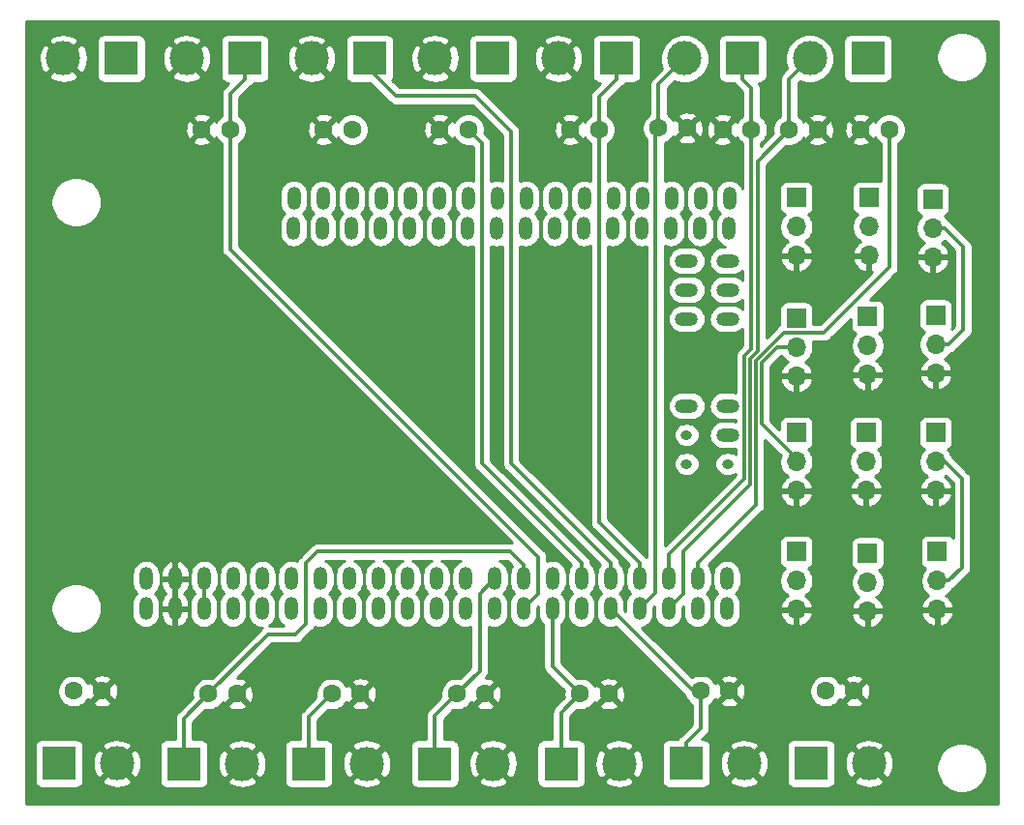
<source format=gbr>
%TF.GenerationSoftware,KiCad,Pcbnew,(5.1.9)-1*%
%TF.CreationDate,2021-10-03T22:41:07+01:00*%
%TF.ProjectId,cessna-panel-pcb,63657373-6e61-42d7-9061-6e656c2d7063,rev?*%
%TF.SameCoordinates,Original*%
%TF.FileFunction,Copper,L2,Bot*%
%TF.FilePolarity,Positive*%
%FSLAX46Y46*%
G04 Gerber Fmt 4.6, Leading zero omitted, Abs format (unit mm)*
G04 Created by KiCad (PCBNEW (5.1.9)-1) date 2021-10-03 22:41:07*
%MOMM*%
%LPD*%
G01*
G04 APERTURE LIST*
%TA.AperFunction,ComponentPad*%
%ADD10C,3.000000*%
%TD*%
%TA.AperFunction,ComponentPad*%
%ADD11R,3.000000X3.000000*%
%TD*%
%TA.AperFunction,ComponentPad*%
%ADD12O,1.200000X2.000000*%
%TD*%
%TA.AperFunction,ComponentPad*%
%ADD13O,2.000000X1.200000*%
%TD*%
%TA.AperFunction,ComponentPad*%
%ADD14O,1.000000X0.800000*%
%TD*%
%TA.AperFunction,ComponentPad*%
%ADD15O,1.700000X1.700000*%
%TD*%
%TA.AperFunction,ComponentPad*%
%ADD16R,1.700000X1.700000*%
%TD*%
%TA.AperFunction,ComponentPad*%
%ADD17C,1.600000*%
%TD*%
%TA.AperFunction,Conductor*%
%ADD18C,0.300000*%
%TD*%
%TA.AperFunction,Conductor*%
%ADD19C,0.254000*%
%TD*%
%TA.AperFunction,Conductor*%
%ADD20C,0.100000*%
%TD*%
G04 APERTURE END LIST*
D10*
%TO.P,J2,2*%
%TO.N,GND*%
X131694000Y-116463000D03*
D11*
%TO.P,J2,1*%
%TO.N,FUEL_PUMP*%
X126614000Y-116463000D03*
%TD*%
D12*
%TO.P,MCU1,40*%
%TO.N,N/C*%
X149580000Y-102910000D03*
%TO.P,MCU1,2*%
X101320000Y-102910000D03*
%TO.P,MCU1,4*%
%TO.N,GND*%
X103860000Y-102910000D03*
%TO.P,MCU1,6*%
%TO.N,+5V*%
X106400000Y-102910000D03*
%TO.P,MCU1,8*%
%TO.N,N/C*%
X108940000Y-102910000D03*
%TO.P,MCU1,10*%
X111480000Y-102910000D03*
%TO.P,MCU1,12*%
X114020000Y-102910000D03*
%TO.P,MCU1,14*%
%TO.N,PWM2*%
X116560000Y-102910000D03*
%TO.P,MCU1,16*%
%TO.N,PWM4*%
X119100000Y-102910000D03*
%TO.P,MCU1,18*%
%TO.N,PWM6*%
X121640000Y-102910000D03*
%TO.P,MCU1,20*%
%TO.N,PWM8*%
X124180000Y-102910000D03*
%TO.P,MCU1,22*%
%TO.N,PWM10*%
X126720000Y-102910000D03*
%TO.P,MCU1,24*%
%TO.N,PWM12*%
X129260000Y-102910000D03*
%TO.P,MCU1,26*%
%TO.N,BCN*%
X131800000Y-102910000D03*
%TO.P,MCU1,28*%
%TO.N,TAXI*%
X134340000Y-102910000D03*
%TO.P,MCU1,30*%
%TO.N,STROBE*%
X136880000Y-102910000D03*
%TO.P,MCU1,36*%
%TO.N,R_MAGN*%
X144500000Y-102910000D03*
%TO.P,MCU1,34*%
%TO.N,MASTER_AVIONIC*%
X141960000Y-102910000D03*
%TO.P,MCU1,32*%
%TO.N,MASTER_ALT*%
X139420000Y-102910000D03*
%TO.P,MCU1,42*%
%TO.N,N/C*%
X152120000Y-102910000D03*
%TO.P,MCU1,38*%
%TO.N,BOTH_MAGN*%
X147040000Y-102910000D03*
%TO.P,MCU1,1*%
%TO.N,N/C*%
X101350000Y-100260000D03*
%TO.P,MCU1,3*%
%TO.N,GND*%
X103890000Y-100260000D03*
%TO.P,MCU1,5*%
%TO.N,+5V*%
X106430000Y-100260000D03*
%TO.P,MCU1,7*%
%TO.N,N/C*%
X108970000Y-100260000D03*
%TO.P,MCU1,9*%
X111510000Y-100260000D03*
%TO.P,MCU1,11*%
X114050000Y-100260000D03*
%TO.P,MCU1,13*%
%TO.N,PWM1*%
X116590000Y-100260000D03*
%TO.P,MCU1,15*%
%TO.N,PWM3*%
X119130000Y-100260000D03*
%TO.P,MCU1,17*%
%TO.N,PWM5*%
X121670000Y-100260000D03*
%TO.P,MCU1,19*%
%TO.N,PWM7*%
X124210000Y-100260000D03*
%TO.P,MCU1,21*%
%TO.N,PWM9*%
X126750000Y-100260000D03*
%TO.P,MCU1,23*%
%TO.N,PWM11*%
X129290000Y-100260000D03*
%TO.P,MCU1,25*%
%TO.N,FUEL_PUMP*%
X131830000Y-100260000D03*
%TO.P,MCU1,27*%
%TO.N,LAND*%
X134370000Y-100260000D03*
%TO.P,MCU1,29*%
%TO.N,NAV*%
X136910000Y-100260000D03*
%TO.P,MCU1,31*%
%TO.N,PITOT_HEAT*%
X139450000Y-100260000D03*
%TO.P,MCU1,33*%
%TO.N,MASTER_BAT*%
X141990000Y-100260000D03*
%TO.P,MCU1,35*%
%TO.N,OFF_MAGN*%
X144530000Y-100260000D03*
%TO.P,MCU1,37*%
%TO.N,L_MAGN*%
X147070000Y-100260000D03*
%TO.P,MCU1,39*%
%TO.N,START_MAGN*%
X149610000Y-100260000D03*
%TO.P,MCU1,41*%
%TO.N,N/C*%
X152150000Y-100260000D03*
D13*
%TO.P,MCU1,67*%
X152206667Y-74987845D03*
D14*
%TO.P,MCU1,43*%
X148636667Y-90227845D03*
%TO.P,MCU1,45*%
X148636667Y-87687845D03*
D13*
%TO.P,MCU1,47*%
X148636667Y-85147845D03*
D14*
%TO.P,MCU1,44*%
X152206667Y-90227845D03*
D13*
%TO.P,MCU1,46*%
X152206667Y-87687845D03*
%TO.P,MCU1,48*%
X152206667Y-85147845D03*
%TO.P,MCU1,65*%
X152206667Y-72447845D03*
%TO.P,MCU1,69*%
X152206667Y-77527845D03*
%TO.P,MCU1,70*%
X148636667Y-77527845D03*
%TO.P,MCU1,68*%
X148636667Y-74987845D03*
%TO.P,MCU1,66*%
X148636667Y-72447845D03*
D12*
%TO.P,MCU1,62*%
X149800000Y-69630000D03*
%TO.P,MCU1,72*%
X114240000Y-69630000D03*
%TO.P,MCU1,74*%
X116780000Y-69630000D03*
%TO.P,MCU1,76*%
X119320000Y-69630000D03*
%TO.P,MCU1,78*%
X121860000Y-69630000D03*
%TO.P,MCU1,80*%
X124400000Y-69630000D03*
%TO.P,MCU1,82*%
X126940000Y-69630000D03*
%TO.P,MCU1,84*%
X129480000Y-69630000D03*
%TO.P,MCU1,86*%
X132020000Y-69630000D03*
%TO.P,MCU1,50*%
X134560000Y-69630000D03*
%TO.P,MCU1,52*%
X137100000Y-69630000D03*
%TO.P,MCU1,58*%
X144720000Y-69630000D03*
%TO.P,MCU1,56*%
X142180000Y-69630000D03*
%TO.P,MCU1,54*%
X139640000Y-69630000D03*
%TO.P,MCU1,64*%
X152340000Y-69630000D03*
%TO.P,MCU1,60*%
X147260000Y-69630000D03*
%TO.P,MCU1,71*%
X114270000Y-66980000D03*
%TO.P,MCU1,73*%
X116810000Y-66980000D03*
%TO.P,MCU1,75*%
X119350000Y-66980000D03*
%TO.P,MCU1,77*%
X121890000Y-66980000D03*
%TO.P,MCU1,79*%
X124430000Y-66980000D03*
%TO.P,MCU1,81*%
X126970000Y-66980000D03*
%TO.P,MCU1,83*%
X129510000Y-66980000D03*
%TO.P,MCU1,85*%
X132050000Y-66980000D03*
%TO.P,MCU1,49*%
X134590000Y-66980000D03*
%TO.P,MCU1,51*%
X137130000Y-66980000D03*
%TO.P,MCU1,53*%
X139670000Y-66980000D03*
%TO.P,MCU1,55*%
X142210000Y-66980000D03*
%TO.P,MCU1,57*%
X144750000Y-66980000D03*
%TO.P,MCU1,59*%
X147290000Y-66980000D03*
%TO.P,MCU1,61*%
X149830000Y-66980000D03*
%TO.P,MCU1,63*%
X152370000Y-66980000D03*
%TD*%
D10*
%TO.P,J26,2*%
%TO.N,GND*%
X126619000Y-54737000D03*
D11*
%TO.P,J26,1*%
%TO.N,PITOT_HEAT*%
X131699000Y-54737000D03*
%TD*%
D10*
%TO.P,J25,2*%
%TO.N,BOTH_MAGN*%
X159397000Y-54733000D03*
D11*
%TO.P,J25,1*%
%TO.N,START_MAGN*%
X164477000Y-54733000D03*
%TD*%
D10*
%TO.P,J24,2*%
%TO.N,R_MAGN*%
X148463000Y-54737000D03*
D11*
%TO.P,J24,1*%
%TO.N,L_MAGN*%
X153543000Y-54737000D03*
%TD*%
D10*
%TO.P,J23,2*%
%TO.N,GND*%
X137414000Y-54737000D03*
D11*
%TO.P,J23,1*%
%TO.N,OFF_MAGN*%
X142494000Y-54737000D03*
%TD*%
D10*
%TO.P,J22,2*%
%TO.N,GND*%
X142729000Y-116463000D03*
D11*
%TO.P,J22,1*%
%TO.N,STROBE*%
X137649000Y-116463000D03*
%TD*%
D10*
%TO.P,J21,2*%
%TO.N,GND*%
X164592000Y-116459000D03*
D11*
%TO.P,J21,1*%
%TO.N,NAV*%
X159512000Y-116459000D03*
%TD*%
D15*
%TO.P,J20,3*%
%TO.N,GND*%
X170561000Y-102997000D03*
%TO.P,J20,2*%
%TO.N,+5V*%
X170561000Y-100457000D03*
D16*
%TO.P,J20,1*%
%TO.N,PWM12*%
X170561000Y-97917000D03*
%TD*%
D15*
%TO.P,J19,3*%
%TO.N,GND*%
X164465000Y-103124000D03*
%TO.P,J19,2*%
%TO.N,+5V*%
X164465000Y-100584000D03*
D16*
%TO.P,J19,1*%
%TO.N,PWM11*%
X164465000Y-98044000D03*
%TD*%
D15*
%TO.P,J18,3*%
%TO.N,GND*%
X158242000Y-102997000D03*
%TO.P,J18,2*%
%TO.N,+5V*%
X158242000Y-100457000D03*
D16*
%TO.P,J18,1*%
%TO.N,PWM10*%
X158242000Y-97917000D03*
%TD*%
D15*
%TO.P,J17,3*%
%TO.N,GND*%
X170434000Y-92583000D03*
%TO.P,J17,2*%
%TO.N,+5V*%
X170434000Y-90043000D03*
D16*
%TO.P,J17,1*%
%TO.N,PWM9*%
X170434000Y-87503000D03*
%TD*%
D10*
%TO.P,J16,2*%
%TO.N,GND*%
X104902000Y-54737000D03*
D11*
%TO.P,J16,1*%
%TO.N,TAXI*%
X109982000Y-54737000D03*
%TD*%
D15*
%TO.P,J15,3*%
%TO.N,GND*%
X164338000Y-92583000D03*
%TO.P,J15,2*%
%TO.N,+5V*%
X164338000Y-90043000D03*
D16*
%TO.P,J15,1*%
%TO.N,PWM8*%
X164338000Y-87503000D03*
%TD*%
D15*
%TO.P,J14,3*%
%TO.N,GND*%
X158242000Y-92583000D03*
%TO.P,J14,2*%
%TO.N,+5V*%
X158242000Y-90043000D03*
D16*
%TO.P,J14,1*%
%TO.N,PWM7*%
X158242000Y-87503000D03*
%TD*%
D15*
%TO.P,J13,3*%
%TO.N,GND*%
X170434000Y-82296000D03*
%TO.P,J13,2*%
%TO.N,+5V*%
X170434000Y-79756000D03*
D16*
%TO.P,J13,1*%
%TO.N,PWM6*%
X170434000Y-77216000D03*
%TD*%
D15*
%TO.P,J12,3*%
%TO.N,GND*%
X164465000Y-82423000D03*
%TO.P,J12,2*%
%TO.N,+5V*%
X164465000Y-79883000D03*
D16*
%TO.P,J12,1*%
%TO.N,PWM5*%
X164465000Y-77343000D03*
%TD*%
D15*
%TO.P,J11,3*%
%TO.N,GND*%
X158242000Y-82550000D03*
%TO.P,J11,2*%
%TO.N,+5V*%
X158242000Y-80010000D03*
D16*
%TO.P,J11,1*%
%TO.N,PWM4*%
X158242000Y-77470000D03*
%TD*%
D15*
%TO.P,J10,3*%
%TO.N,GND*%
X170180000Y-72136000D03*
%TO.P,J10,2*%
%TO.N,+5V*%
X170180000Y-69596000D03*
D16*
%TO.P,J10,1*%
%TO.N,PWM3*%
X170180000Y-67056000D03*
%TD*%
D15*
%TO.P,J9,3*%
%TO.N,GND*%
X164592000Y-72009000D03*
%TO.P,J9,2*%
%TO.N,+5V*%
X164592000Y-69469000D03*
D16*
%TO.P,J9,1*%
%TO.N,PWM2*%
X164592000Y-66929000D03*
%TD*%
D15*
%TO.P,J8,3*%
%TO.N,GND*%
X158242000Y-72009000D03*
%TO.P,J8,2*%
%TO.N,+5V*%
X158242000Y-69469000D03*
D16*
%TO.P,J8,1*%
%TO.N,PWM1*%
X158242000Y-66929000D03*
%TD*%
D10*
%TO.P,J7,2*%
%TO.N,GND*%
X94107000Y-54737000D03*
D11*
%TO.P,J7,1*%
%TO.N,+5V*%
X99187000Y-54737000D03*
%TD*%
D10*
%TO.P,J6,2*%
%TO.N,GND*%
X109737000Y-116463000D03*
D11*
%TO.P,J6,1*%
%TO.N,LAND*%
X104657000Y-116463000D03*
%TD*%
D10*
%TO.P,J5,2*%
%TO.N,GND*%
X153670000Y-116459000D03*
D11*
%TO.P,J5,1*%
%TO.N,MASTER_AVIONIC*%
X148590000Y-116459000D03*
%TD*%
D10*
%TO.P,J4,2*%
%TO.N,GND*%
X120652000Y-116463000D03*
D11*
%TO.P,J4,1*%
%TO.N,BCN*%
X115572000Y-116463000D03*
%TD*%
D10*
%TO.P,J3,2*%
%TO.N,GND*%
X115824000Y-54737000D03*
D11*
%TO.P,J3,1*%
%TO.N,MASTER_BAT*%
X120904000Y-54737000D03*
%TD*%
D10*
%TO.P,J1,2*%
%TO.N,GND*%
X98806000Y-116459000D03*
D11*
%TO.P,J1,1*%
%TO.N,MASTER_ALT*%
X93726000Y-116459000D03*
%TD*%
D17*
%TO.P,C15,2*%
%TO.N,GND*%
X127040000Y-60960000D03*
%TO.P,C15,1*%
%TO.N,PITOT_HEAT*%
X129540000Y-60960000D03*
%TD*%
%TO.P,C14,2*%
%TO.N,GND*%
X160107000Y-60960000D03*
%TO.P,C14,1*%
%TO.N,BOTH_MAGN*%
X157607000Y-60960000D03*
%TD*%
%TO.P,C13,2*%
%TO.N,GND*%
X151805000Y-60960000D03*
%TO.P,C13,1*%
%TO.N,L_MAGN*%
X154305000Y-60960000D03*
%TD*%
%TO.P,C12,2*%
%TO.N,GND*%
X148677000Y-60833000D03*
%TO.P,C12,1*%
%TO.N,R_MAGN*%
X146177000Y-60833000D03*
%TD*%
%TO.P,C11,2*%
%TO.N,GND*%
X138470000Y-60960000D03*
%TO.P,C11,1*%
%TO.N,OFF_MAGN*%
X140970000Y-60960000D03*
%TD*%
%TO.P,C10,2*%
%TO.N,GND*%
X163870000Y-60960000D03*
%TO.P,C10,1*%
%TO.N,START_MAGN*%
X166370000Y-60960000D03*
%TD*%
%TO.P,C9,2*%
%TO.N,GND*%
X141819000Y-110363000D03*
%TO.P,C9,1*%
%TO.N,STROBE*%
X139319000Y-110363000D03*
%TD*%
%TO.P,C8,2*%
%TO.N,GND*%
X163282000Y-110109000D03*
%TO.P,C8,1*%
%TO.N,NAV*%
X160782000Y-110109000D03*
%TD*%
%TO.P,C7,2*%
%TO.N,GND*%
X106212000Y-60960000D03*
%TO.P,C7,1*%
%TO.N,TAXI*%
X108712000Y-60960000D03*
%TD*%
%TO.P,C6,2*%
%TO.N,GND*%
X109307000Y-110363000D03*
%TO.P,C6,1*%
%TO.N,LAND*%
X106807000Y-110363000D03*
%TD*%
%TO.P,C5,2*%
%TO.N,GND*%
X152360000Y-110109000D03*
%TO.P,C5,1*%
%TO.N,MASTER_AVIONIC*%
X149860000Y-110109000D03*
%TD*%
%TO.P,C4,2*%
%TO.N,GND*%
X120102000Y-110363000D03*
%TO.P,C4,1*%
%TO.N,BCN*%
X117602000Y-110363000D03*
%TD*%
%TO.P,C3,2*%
%TO.N,GND*%
X116880000Y-60960000D03*
%TO.P,C3,1*%
%TO.N,MASTER_BAT*%
X119380000Y-60960000D03*
%TD*%
%TO.P,C2,2*%
%TO.N,GND*%
X131024000Y-110363000D03*
%TO.P,C2,1*%
%TO.N,FUEL_PUMP*%
X128524000Y-110363000D03*
%TD*%
%TO.P,C1,2*%
%TO.N,GND*%
X97496000Y-110109000D03*
%TO.P,C1,1*%
%TO.N,MASTER_ALT*%
X94996000Y-110109000D03*
%TD*%
D18*
%TO.N,FUEL_PUMP*%
X128524000Y-110363000D02*
X130530400Y-108356600D01*
X130530400Y-108356600D02*
X130530400Y-101559600D01*
X130530400Y-101559600D02*
X131830000Y-100260000D01*
X126614000Y-116463000D02*
X126614000Y-112273000D01*
X126614000Y-112273000D02*
X128524000Y-110363000D01*
%TO.N,MASTER_BAT*%
X141990000Y-98909700D02*
X141990000Y-100260000D01*
X133290000Y-90209700D02*
X141990000Y-98909700D01*
X133290000Y-61154000D02*
X133290000Y-90209700D01*
X130175000Y-58039000D02*
X133290000Y-61154000D01*
X123190000Y-58039000D02*
X130175000Y-58039000D01*
X120904000Y-55753000D02*
X123190000Y-58039000D01*
X120904000Y-54737000D02*
X120904000Y-55753000D01*
%TO.N,BCN*%
X117602000Y-110363000D02*
X115572000Y-112393000D01*
X115572000Y-112393000D02*
X115572000Y-116463000D01*
%TO.N,MASTER_AVIONIC*%
X149860000Y-113338700D02*
X149860000Y-110109000D01*
X148590000Y-114608700D02*
X149860000Y-113338700D01*
X148590000Y-116459000D02*
X148590000Y-114608700D01*
X144841000Y-105791000D02*
X141960000Y-102910000D01*
X149159000Y-110109000D02*
X144841000Y-105791000D01*
X149860000Y-110109000D02*
X149159000Y-110109000D01*
%TO.N,LAND*%
X104657000Y-116463000D02*
X104657000Y-112513000D01*
X104657000Y-112513000D02*
X106807000Y-110363000D01*
X115320000Y-98929000D02*
X116332000Y-97917000D01*
X133223000Y-97917000D02*
X134370000Y-99064000D01*
X116332000Y-97917000D02*
X133223000Y-97917000D01*
X115320000Y-104263000D02*
X115320000Y-98929000D01*
X134370000Y-99064000D02*
X134370000Y-100260000D01*
X114427000Y-105156000D02*
X115320000Y-104263000D01*
X112014000Y-105156000D02*
X114427000Y-105156000D01*
X106807000Y-110363000D02*
X112014000Y-105156000D01*
%TO.N,TAXI*%
X109982000Y-54737000D02*
X109982000Y-56587300D01*
X108712000Y-60960000D02*
X108712000Y-57857300D01*
X108712000Y-57857300D02*
X109982000Y-56587300D01*
X108712000Y-71421900D02*
X108712000Y-60960000D01*
X135636000Y-98345900D02*
X108712000Y-71421900D01*
X135636000Y-101614000D02*
X135636000Y-98345900D01*
X134340000Y-102910000D02*
X135636000Y-101614000D01*
%TO.N,STROBE*%
X139319000Y-110363000D02*
X136880000Y-107924000D01*
X136880000Y-107924000D02*
X136880000Y-102910000D01*
X139319000Y-110363000D02*
X137649000Y-112033000D01*
X137649000Y-112033000D02*
X137649000Y-116463000D01*
%TO.N,START_MAGN*%
X166370000Y-73025000D02*
X166370000Y-60960000D01*
X160647200Y-78747800D02*
X166370000Y-73025000D01*
X154693989Y-81199889D02*
X157146078Y-78747800D01*
X157146078Y-78747800D02*
X160647200Y-78747800D01*
X154693989Y-93825711D02*
X154693989Y-81199889D01*
X149610000Y-98909700D02*
X154693989Y-93825711D01*
X149610000Y-100260000D02*
X149610000Y-98909700D01*
%TO.N,OFF_MAGN*%
X144530000Y-100260000D02*
X144530000Y-98909700D01*
X140970000Y-60960000D02*
X140970000Y-95349700D01*
X140970000Y-95349700D02*
X144530000Y-98909700D01*
X142494000Y-56587300D02*
X140970000Y-58111300D01*
X140970000Y-58111300D02*
X140970000Y-60960000D01*
X142494000Y-54737000D02*
X142494000Y-56587300D01*
%TO.N,R_MAGN*%
X148463000Y-54737000D02*
X146177000Y-57023000D01*
X146177000Y-57023000D02*
X146177000Y-60833000D01*
X145923000Y-101487000D02*
X144500000Y-102910000D01*
X145923000Y-61087000D02*
X145923000Y-101487000D01*
X146177000Y-60833000D02*
X145923000Y-61087000D01*
%TO.N,L_MAGN*%
X153543000Y-56587300D02*
X154305000Y-57349300D01*
X154305000Y-57349300D02*
X154305000Y-60960000D01*
X153543000Y-54737000D02*
X153543000Y-56587300D01*
X147070000Y-98116800D02*
X147070000Y-98960000D01*
X153693967Y-91492833D02*
X147070000Y-98116800D01*
X154305000Y-60960000D02*
X154305000Y-80174634D01*
X153693967Y-80785667D02*
X153693967Y-91492833D01*
X154305000Y-80174634D02*
X153693967Y-80785667D01*
X147070000Y-98960000D02*
X147070000Y-100260000D01*
%TO.N,BOTH_MAGN*%
X159397000Y-54733000D02*
X157607000Y-56523000D01*
X157607000Y-56523000D02*
X157607000Y-60960000D01*
X148339600Y-101610400D02*
X147040000Y-102910000D01*
X154193978Y-92020222D02*
X148339600Y-97874600D01*
X148339600Y-97874600D02*
X148339600Y-101610400D01*
X154193978Y-80992778D02*
X154193978Y-92020222D01*
X154828978Y-80357778D02*
X154193978Y-80992778D01*
X154828978Y-63738022D02*
X154828978Y-80357778D01*
X157607000Y-60960000D02*
X154828978Y-63738022D01*
%TO.N,PITOT_HEAT*%
X139450000Y-100260000D02*
X139450000Y-98909700D01*
X129540000Y-60960000D02*
X130750000Y-62170000D01*
X130750000Y-62170000D02*
X130750000Y-90209700D01*
X130750000Y-90209700D02*
X139450000Y-98909700D01*
%TO.N,+5V*%
X106400000Y-101559700D02*
X106430000Y-101529700D01*
X106430000Y-101529700D02*
X106430000Y-100260000D01*
X106400000Y-102910000D02*
X106400000Y-101559700D01*
X158242000Y-89779400D02*
X158242000Y-90043000D01*
X155194000Y-86731400D02*
X158242000Y-89779400D01*
X158242000Y-80010000D02*
X156591000Y-80010000D01*
X156591000Y-80010000D02*
X155194000Y-81407000D01*
X155194000Y-81407000D02*
X155194000Y-86731400D01*
X171577000Y-79756000D02*
X170434000Y-79756000D01*
X172847000Y-78486000D02*
X171577000Y-79756000D01*
X172847000Y-71247000D02*
X172847000Y-78486000D01*
X171196000Y-69596000D02*
X172847000Y-71247000D01*
X170180000Y-69596000D02*
X171196000Y-69596000D01*
X171577000Y-100457000D02*
X170561000Y-100457000D01*
X172720000Y-99314000D02*
X171577000Y-100457000D01*
X172720000Y-91567000D02*
X172720000Y-99314000D01*
X171196000Y-90043000D02*
X172720000Y-91567000D01*
X170434000Y-90043000D02*
X171196000Y-90043000D01*
%TD*%
D19*
%TO.N,GND*%
X175870001Y-119990000D02*
X90830000Y-119990000D01*
X90830000Y-114959000D01*
X91587928Y-114959000D01*
X91587928Y-117959000D01*
X91600188Y-118083482D01*
X91636498Y-118203180D01*
X91695463Y-118313494D01*
X91774815Y-118410185D01*
X91871506Y-118489537D01*
X91981820Y-118548502D01*
X92101518Y-118584812D01*
X92226000Y-118597072D01*
X95226000Y-118597072D01*
X95350482Y-118584812D01*
X95470180Y-118548502D01*
X95580494Y-118489537D01*
X95677185Y-118410185D01*
X95756537Y-118313494D01*
X95815502Y-118203180D01*
X95851812Y-118083482D01*
X95864072Y-117959000D01*
X95864072Y-117950653D01*
X97493952Y-117950653D01*
X97649962Y-118266214D01*
X98024745Y-118457020D01*
X98429551Y-118571044D01*
X98848824Y-118603902D01*
X99266451Y-118554334D01*
X99666383Y-118424243D01*
X99962038Y-118266214D01*
X100118048Y-117950653D01*
X98806000Y-116638605D01*
X97493952Y-117950653D01*
X95864072Y-117950653D01*
X95864072Y-116501824D01*
X96661098Y-116501824D01*
X96710666Y-116919451D01*
X96840757Y-117319383D01*
X96998786Y-117615038D01*
X97314347Y-117771048D01*
X98626395Y-116459000D01*
X98985605Y-116459000D01*
X100297653Y-117771048D01*
X100613214Y-117615038D01*
X100804020Y-117240255D01*
X100918044Y-116835449D01*
X100950902Y-116416176D01*
X100901334Y-115998549D01*
X100771243Y-115598617D01*
X100613214Y-115302962D01*
X100297653Y-115146952D01*
X98985605Y-116459000D01*
X98626395Y-116459000D01*
X97314347Y-115146952D01*
X96998786Y-115302962D01*
X96807980Y-115677745D01*
X96693956Y-116082551D01*
X96661098Y-116501824D01*
X95864072Y-116501824D01*
X95864072Y-114967347D01*
X97493952Y-114967347D01*
X98806000Y-116279395D01*
X100118048Y-114967347D01*
X100115899Y-114963000D01*
X102518928Y-114963000D01*
X102518928Y-117963000D01*
X102531188Y-118087482D01*
X102567498Y-118207180D01*
X102626463Y-118317494D01*
X102705815Y-118414185D01*
X102802506Y-118493537D01*
X102912820Y-118552502D01*
X103032518Y-118588812D01*
X103157000Y-118601072D01*
X106157000Y-118601072D01*
X106281482Y-118588812D01*
X106401180Y-118552502D01*
X106511494Y-118493537D01*
X106608185Y-118414185D01*
X106687537Y-118317494D01*
X106746502Y-118207180D01*
X106782812Y-118087482D01*
X106795072Y-117963000D01*
X106795072Y-117954653D01*
X108424952Y-117954653D01*
X108580962Y-118270214D01*
X108955745Y-118461020D01*
X109360551Y-118575044D01*
X109779824Y-118607902D01*
X110197451Y-118558334D01*
X110597383Y-118428243D01*
X110893038Y-118270214D01*
X111049048Y-117954653D01*
X109737000Y-116642605D01*
X108424952Y-117954653D01*
X106795072Y-117954653D01*
X106795072Y-116505824D01*
X107592098Y-116505824D01*
X107641666Y-116923451D01*
X107771757Y-117323383D01*
X107929786Y-117619038D01*
X108245347Y-117775048D01*
X109557395Y-116463000D01*
X109916605Y-116463000D01*
X111228653Y-117775048D01*
X111544214Y-117619038D01*
X111735020Y-117244255D01*
X111849044Y-116839449D01*
X111881902Y-116420176D01*
X111832334Y-116002549D01*
X111702243Y-115602617D01*
X111544214Y-115306962D01*
X111228653Y-115150952D01*
X109916605Y-116463000D01*
X109557395Y-116463000D01*
X108245347Y-115150952D01*
X107929786Y-115306962D01*
X107738980Y-115681745D01*
X107624956Y-116086551D01*
X107592098Y-116505824D01*
X106795072Y-116505824D01*
X106795072Y-114971347D01*
X108424952Y-114971347D01*
X109737000Y-116283395D01*
X111049048Y-114971347D01*
X111044922Y-114963000D01*
X113433928Y-114963000D01*
X113433928Y-117963000D01*
X113446188Y-118087482D01*
X113482498Y-118207180D01*
X113541463Y-118317494D01*
X113620815Y-118414185D01*
X113717506Y-118493537D01*
X113827820Y-118552502D01*
X113947518Y-118588812D01*
X114072000Y-118601072D01*
X117072000Y-118601072D01*
X117196482Y-118588812D01*
X117316180Y-118552502D01*
X117426494Y-118493537D01*
X117523185Y-118414185D01*
X117602537Y-118317494D01*
X117661502Y-118207180D01*
X117697812Y-118087482D01*
X117710072Y-117963000D01*
X117710072Y-117954653D01*
X119339952Y-117954653D01*
X119495962Y-118270214D01*
X119870745Y-118461020D01*
X120275551Y-118575044D01*
X120694824Y-118607902D01*
X121112451Y-118558334D01*
X121512383Y-118428243D01*
X121808038Y-118270214D01*
X121964048Y-117954653D01*
X120652000Y-116642605D01*
X119339952Y-117954653D01*
X117710072Y-117954653D01*
X117710072Y-116505824D01*
X118507098Y-116505824D01*
X118556666Y-116923451D01*
X118686757Y-117323383D01*
X118844786Y-117619038D01*
X119160347Y-117775048D01*
X120472395Y-116463000D01*
X120831605Y-116463000D01*
X122143653Y-117775048D01*
X122459214Y-117619038D01*
X122650020Y-117244255D01*
X122764044Y-116839449D01*
X122796902Y-116420176D01*
X122747334Y-116002549D01*
X122617243Y-115602617D01*
X122459214Y-115306962D01*
X122143653Y-115150952D01*
X120831605Y-116463000D01*
X120472395Y-116463000D01*
X119160347Y-115150952D01*
X118844786Y-115306962D01*
X118653980Y-115681745D01*
X118539956Y-116086551D01*
X118507098Y-116505824D01*
X117710072Y-116505824D01*
X117710072Y-114971347D01*
X119339952Y-114971347D01*
X120652000Y-116283395D01*
X121964048Y-114971347D01*
X121808038Y-114655786D01*
X121433255Y-114464980D01*
X121028449Y-114350956D01*
X120609176Y-114318098D01*
X120191549Y-114367666D01*
X119791617Y-114497757D01*
X119495962Y-114655786D01*
X119339952Y-114971347D01*
X117710072Y-114971347D01*
X117710072Y-114963000D01*
X117697812Y-114838518D01*
X117661502Y-114718820D01*
X117602537Y-114608506D01*
X117523185Y-114511815D01*
X117426494Y-114432463D01*
X117316180Y-114373498D01*
X117196482Y-114337188D01*
X117072000Y-114324928D01*
X116357000Y-114324928D01*
X116357000Y-112718157D01*
X117307603Y-111767554D01*
X117460665Y-111798000D01*
X117743335Y-111798000D01*
X118020574Y-111742853D01*
X118281727Y-111634680D01*
X118516759Y-111477637D01*
X118638694Y-111355702D01*
X119288903Y-111355702D01*
X119360486Y-111599671D01*
X119615996Y-111720571D01*
X119890184Y-111789300D01*
X120172512Y-111803217D01*
X120452130Y-111761787D01*
X120718292Y-111666603D01*
X120843514Y-111599671D01*
X120915097Y-111355702D01*
X120102000Y-110542605D01*
X119288903Y-111355702D01*
X118638694Y-111355702D01*
X118716637Y-111277759D01*
X118850692Y-111077131D01*
X118865329Y-111104514D01*
X119109298Y-111176097D01*
X119922395Y-110363000D01*
X120281605Y-110363000D01*
X121094702Y-111176097D01*
X121338671Y-111104514D01*
X121459571Y-110849004D01*
X121528300Y-110574816D01*
X121542217Y-110292488D01*
X121500787Y-110012870D01*
X121405603Y-109746708D01*
X121338671Y-109621486D01*
X121094702Y-109549903D01*
X120281605Y-110363000D01*
X119922395Y-110363000D01*
X119109298Y-109549903D01*
X118865329Y-109621486D01*
X118851676Y-109650341D01*
X118716637Y-109448241D01*
X118638694Y-109370298D01*
X119288903Y-109370298D01*
X120102000Y-110183395D01*
X120915097Y-109370298D01*
X120843514Y-109126329D01*
X120588004Y-109005429D01*
X120313816Y-108936700D01*
X120031488Y-108922783D01*
X119751870Y-108964213D01*
X119485708Y-109059397D01*
X119360486Y-109126329D01*
X119288903Y-109370298D01*
X118638694Y-109370298D01*
X118516759Y-109248363D01*
X118281727Y-109091320D01*
X118020574Y-108983147D01*
X117743335Y-108928000D01*
X117460665Y-108928000D01*
X117183426Y-108983147D01*
X116922273Y-109091320D01*
X116687241Y-109248363D01*
X116487363Y-109448241D01*
X116330320Y-109683273D01*
X116222147Y-109944426D01*
X116167000Y-110221665D01*
X116167000Y-110504335D01*
X116197446Y-110657397D01*
X115044190Y-111810653D01*
X115014236Y-111835236D01*
X114916138Y-111954768D01*
X114843246Y-112091141D01*
X114798359Y-112239114D01*
X114787000Y-112354440D01*
X114787000Y-112354447D01*
X114783203Y-112393000D01*
X114787000Y-112431553D01*
X114787000Y-114324928D01*
X114072000Y-114324928D01*
X113947518Y-114337188D01*
X113827820Y-114373498D01*
X113717506Y-114432463D01*
X113620815Y-114511815D01*
X113541463Y-114608506D01*
X113482498Y-114718820D01*
X113446188Y-114838518D01*
X113433928Y-114963000D01*
X111044922Y-114963000D01*
X110893038Y-114655786D01*
X110518255Y-114464980D01*
X110113449Y-114350956D01*
X109694176Y-114318098D01*
X109276549Y-114367666D01*
X108876617Y-114497757D01*
X108580962Y-114655786D01*
X108424952Y-114971347D01*
X106795072Y-114971347D01*
X106795072Y-114963000D01*
X106782812Y-114838518D01*
X106746502Y-114718820D01*
X106687537Y-114608506D01*
X106608185Y-114511815D01*
X106511494Y-114432463D01*
X106401180Y-114373498D01*
X106281482Y-114337188D01*
X106157000Y-114324928D01*
X105442000Y-114324928D01*
X105442000Y-112838157D01*
X106512604Y-111767554D01*
X106665665Y-111798000D01*
X106948335Y-111798000D01*
X107225574Y-111742853D01*
X107486727Y-111634680D01*
X107721759Y-111477637D01*
X107843694Y-111355702D01*
X108493903Y-111355702D01*
X108565486Y-111599671D01*
X108820996Y-111720571D01*
X109095184Y-111789300D01*
X109377512Y-111803217D01*
X109657130Y-111761787D01*
X109923292Y-111666603D01*
X110048514Y-111599671D01*
X110120097Y-111355702D01*
X109307000Y-110542605D01*
X108493903Y-111355702D01*
X107843694Y-111355702D01*
X107921637Y-111277759D01*
X108055692Y-111077131D01*
X108070329Y-111104514D01*
X108314298Y-111176097D01*
X109127395Y-110363000D01*
X109486605Y-110363000D01*
X110299702Y-111176097D01*
X110543671Y-111104514D01*
X110664571Y-110849004D01*
X110733300Y-110574816D01*
X110747217Y-110292488D01*
X110705787Y-110012870D01*
X110610603Y-109746708D01*
X110543671Y-109621486D01*
X110299702Y-109549903D01*
X109486605Y-110363000D01*
X109127395Y-110363000D01*
X109113253Y-110348858D01*
X109292858Y-110169253D01*
X109307000Y-110183395D01*
X110120097Y-109370298D01*
X110048514Y-109126329D01*
X109793004Y-109005429D01*
X109518816Y-108936700D01*
X109351695Y-108928462D01*
X112339158Y-105941000D01*
X114388447Y-105941000D01*
X114427000Y-105944797D01*
X114465553Y-105941000D01*
X114465561Y-105941000D01*
X114580887Y-105929641D01*
X114728860Y-105884754D01*
X114865233Y-105811862D01*
X114984764Y-105713764D01*
X115009347Y-105683810D01*
X115847811Y-104845346D01*
X115877764Y-104820764D01*
X115975862Y-104701233D01*
X116048754Y-104564860D01*
X116068387Y-104500139D01*
X116082107Y-104454912D01*
X116085099Y-104456511D01*
X116317898Y-104527130D01*
X116560000Y-104550975D01*
X116802101Y-104527130D01*
X117034900Y-104456511D01*
X117249448Y-104341833D01*
X117437502Y-104187502D01*
X117591833Y-103999449D01*
X117706511Y-103784901D01*
X117777130Y-103552102D01*
X117795000Y-103370665D01*
X117795000Y-102449336D01*
X117777130Y-102267899D01*
X117706511Y-102035099D01*
X117591833Y-101820551D01*
X117437502Y-101632498D01*
X117394625Y-101597310D01*
X117467502Y-101537502D01*
X117621833Y-101349449D01*
X117736511Y-101134901D01*
X117807130Y-100902102D01*
X117825000Y-100720665D01*
X117825000Y-99799336D01*
X117807130Y-99617899D01*
X117736511Y-99385099D01*
X117621833Y-99170551D01*
X117467502Y-98982498D01*
X117279449Y-98828167D01*
X117064901Y-98713489D01*
X117027027Y-98702000D01*
X118692974Y-98702000D01*
X118655100Y-98713489D01*
X118440552Y-98828167D01*
X118252499Y-98982498D01*
X118098168Y-99170551D01*
X117983489Y-99385099D01*
X117912870Y-99617898D01*
X117895000Y-99799335D01*
X117895000Y-100720664D01*
X117912870Y-100902101D01*
X117983489Y-101134900D01*
X118098167Y-101349448D01*
X118252498Y-101537502D01*
X118295375Y-101572690D01*
X118222499Y-101632498D01*
X118068168Y-101820551D01*
X117953489Y-102035099D01*
X117882870Y-102267898D01*
X117865000Y-102449335D01*
X117865000Y-103370664D01*
X117882870Y-103552101D01*
X117953489Y-103784900D01*
X118068167Y-103999448D01*
X118222498Y-104187502D01*
X118410551Y-104341833D01*
X118625099Y-104456511D01*
X118857898Y-104527130D01*
X119100000Y-104550975D01*
X119342101Y-104527130D01*
X119574900Y-104456511D01*
X119789448Y-104341833D01*
X119977502Y-104187502D01*
X120131833Y-103999449D01*
X120246511Y-103784901D01*
X120317130Y-103552102D01*
X120335000Y-103370665D01*
X120335000Y-102449336D01*
X120317130Y-102267899D01*
X120246511Y-102035099D01*
X120131833Y-101820551D01*
X119977502Y-101632498D01*
X119934625Y-101597310D01*
X120007502Y-101537502D01*
X120161833Y-101349449D01*
X120276511Y-101134901D01*
X120347130Y-100902102D01*
X120365000Y-100720665D01*
X120365000Y-99799336D01*
X120347130Y-99617899D01*
X120276511Y-99385099D01*
X120161833Y-99170551D01*
X120007502Y-98982498D01*
X119819449Y-98828167D01*
X119604901Y-98713489D01*
X119567027Y-98702000D01*
X121232974Y-98702000D01*
X121195100Y-98713489D01*
X120980552Y-98828167D01*
X120792499Y-98982498D01*
X120638168Y-99170551D01*
X120523489Y-99385099D01*
X120452870Y-99617898D01*
X120435000Y-99799335D01*
X120435000Y-100720664D01*
X120452870Y-100902101D01*
X120523489Y-101134900D01*
X120638167Y-101349448D01*
X120792498Y-101537502D01*
X120835375Y-101572690D01*
X120762499Y-101632498D01*
X120608168Y-101820551D01*
X120493489Y-102035099D01*
X120422870Y-102267898D01*
X120405000Y-102449335D01*
X120405000Y-103370664D01*
X120422870Y-103552101D01*
X120493489Y-103784900D01*
X120608167Y-103999448D01*
X120762498Y-104187502D01*
X120950551Y-104341833D01*
X121165099Y-104456511D01*
X121397898Y-104527130D01*
X121640000Y-104550975D01*
X121882101Y-104527130D01*
X122114900Y-104456511D01*
X122329448Y-104341833D01*
X122517502Y-104187502D01*
X122671833Y-103999449D01*
X122786511Y-103784901D01*
X122857130Y-103552102D01*
X122875000Y-103370665D01*
X122875000Y-102449336D01*
X122857130Y-102267899D01*
X122786511Y-102035099D01*
X122671833Y-101820551D01*
X122517502Y-101632498D01*
X122474625Y-101597310D01*
X122547502Y-101537502D01*
X122701833Y-101349449D01*
X122816511Y-101134901D01*
X122887130Y-100902102D01*
X122905000Y-100720665D01*
X122905000Y-99799336D01*
X122887130Y-99617899D01*
X122816511Y-99385099D01*
X122701833Y-99170551D01*
X122547502Y-98982498D01*
X122359449Y-98828167D01*
X122144901Y-98713489D01*
X122107027Y-98702000D01*
X123772974Y-98702000D01*
X123735100Y-98713489D01*
X123520552Y-98828167D01*
X123332499Y-98982498D01*
X123178168Y-99170551D01*
X123063489Y-99385099D01*
X122992870Y-99617898D01*
X122975000Y-99799335D01*
X122975000Y-100720664D01*
X122992870Y-100902101D01*
X123063489Y-101134900D01*
X123178167Y-101349448D01*
X123332498Y-101537502D01*
X123375375Y-101572690D01*
X123302499Y-101632498D01*
X123148168Y-101820551D01*
X123033489Y-102035099D01*
X122962870Y-102267898D01*
X122945000Y-102449335D01*
X122945000Y-103370664D01*
X122962870Y-103552101D01*
X123033489Y-103784900D01*
X123148167Y-103999448D01*
X123302498Y-104187502D01*
X123490551Y-104341833D01*
X123705099Y-104456511D01*
X123937898Y-104527130D01*
X124180000Y-104550975D01*
X124422101Y-104527130D01*
X124654900Y-104456511D01*
X124869448Y-104341833D01*
X125057502Y-104187502D01*
X125211833Y-103999449D01*
X125326511Y-103784901D01*
X125397130Y-103552102D01*
X125415000Y-103370665D01*
X125415000Y-102449336D01*
X125397130Y-102267899D01*
X125326511Y-102035099D01*
X125211833Y-101820551D01*
X125057502Y-101632498D01*
X125014625Y-101597310D01*
X125087502Y-101537502D01*
X125241833Y-101349449D01*
X125356511Y-101134901D01*
X125427130Y-100902102D01*
X125445000Y-100720665D01*
X125445000Y-99799336D01*
X125427130Y-99617899D01*
X125356511Y-99385099D01*
X125241833Y-99170551D01*
X125087502Y-98982498D01*
X124899449Y-98828167D01*
X124684901Y-98713489D01*
X124647027Y-98702000D01*
X126312974Y-98702000D01*
X126275100Y-98713489D01*
X126060552Y-98828167D01*
X125872499Y-98982498D01*
X125718168Y-99170551D01*
X125603489Y-99385099D01*
X125532870Y-99617898D01*
X125515000Y-99799335D01*
X125515000Y-100720664D01*
X125532870Y-100902101D01*
X125603489Y-101134900D01*
X125718167Y-101349448D01*
X125872498Y-101537502D01*
X125915375Y-101572690D01*
X125842499Y-101632498D01*
X125688168Y-101820551D01*
X125573489Y-102035099D01*
X125502870Y-102267898D01*
X125485000Y-102449335D01*
X125485000Y-103370664D01*
X125502870Y-103552101D01*
X125573489Y-103784900D01*
X125688167Y-103999448D01*
X125842498Y-104187502D01*
X126030551Y-104341833D01*
X126245099Y-104456511D01*
X126477898Y-104527130D01*
X126720000Y-104550975D01*
X126962101Y-104527130D01*
X127194900Y-104456511D01*
X127409448Y-104341833D01*
X127597502Y-104187502D01*
X127751833Y-103999449D01*
X127866511Y-103784901D01*
X127937130Y-103552102D01*
X127955000Y-103370665D01*
X127955000Y-102449336D01*
X127937130Y-102267899D01*
X127866511Y-102035099D01*
X127751833Y-101820551D01*
X127597502Y-101632498D01*
X127554625Y-101597310D01*
X127627502Y-101537502D01*
X127781833Y-101349449D01*
X127896511Y-101134901D01*
X127967130Y-100902102D01*
X127985000Y-100720665D01*
X127985000Y-99799336D01*
X127967130Y-99617899D01*
X127896511Y-99385099D01*
X127781833Y-99170551D01*
X127627502Y-98982498D01*
X127439449Y-98828167D01*
X127224901Y-98713489D01*
X127187027Y-98702000D01*
X128852974Y-98702000D01*
X128815100Y-98713489D01*
X128600552Y-98828167D01*
X128412499Y-98982498D01*
X128258168Y-99170551D01*
X128143489Y-99385099D01*
X128072870Y-99617898D01*
X128055000Y-99799335D01*
X128055000Y-100720664D01*
X128072870Y-100902101D01*
X128143489Y-101134900D01*
X128258167Y-101349448D01*
X128412498Y-101537502D01*
X128455375Y-101572690D01*
X128382499Y-101632498D01*
X128228168Y-101820551D01*
X128113489Y-102035099D01*
X128042870Y-102267898D01*
X128025000Y-102449335D01*
X128025000Y-103370664D01*
X128042870Y-103552101D01*
X128113489Y-103784900D01*
X128228167Y-103999448D01*
X128382498Y-104187502D01*
X128570551Y-104341833D01*
X128785099Y-104456511D01*
X129017898Y-104527130D01*
X129260000Y-104550975D01*
X129502101Y-104527130D01*
X129734900Y-104456511D01*
X129745401Y-104450898D01*
X129745400Y-108031442D01*
X128818396Y-108958446D01*
X128665335Y-108928000D01*
X128382665Y-108928000D01*
X128105426Y-108983147D01*
X127844273Y-109091320D01*
X127609241Y-109248363D01*
X127409363Y-109448241D01*
X127252320Y-109683273D01*
X127144147Y-109944426D01*
X127089000Y-110221665D01*
X127089000Y-110504335D01*
X127119446Y-110657396D01*
X126086185Y-111690658D01*
X126056237Y-111715236D01*
X126031659Y-111745184D01*
X126031655Y-111745188D01*
X126018033Y-111761787D01*
X125958139Y-111834767D01*
X125919177Y-111907660D01*
X125885246Y-111971141D01*
X125840359Y-112119114D01*
X125825203Y-112273000D01*
X125829001Y-112311563D01*
X125829001Y-114324928D01*
X125114000Y-114324928D01*
X124989518Y-114337188D01*
X124869820Y-114373498D01*
X124759506Y-114432463D01*
X124662815Y-114511815D01*
X124583463Y-114608506D01*
X124524498Y-114718820D01*
X124488188Y-114838518D01*
X124475928Y-114963000D01*
X124475928Y-117963000D01*
X124488188Y-118087482D01*
X124524498Y-118207180D01*
X124583463Y-118317494D01*
X124662815Y-118414185D01*
X124759506Y-118493537D01*
X124869820Y-118552502D01*
X124989518Y-118588812D01*
X125114000Y-118601072D01*
X128114000Y-118601072D01*
X128238482Y-118588812D01*
X128358180Y-118552502D01*
X128468494Y-118493537D01*
X128565185Y-118414185D01*
X128644537Y-118317494D01*
X128703502Y-118207180D01*
X128739812Y-118087482D01*
X128752072Y-117963000D01*
X128752072Y-117954653D01*
X130381952Y-117954653D01*
X130537962Y-118270214D01*
X130912745Y-118461020D01*
X131317551Y-118575044D01*
X131736824Y-118607902D01*
X132154451Y-118558334D01*
X132554383Y-118428243D01*
X132850038Y-118270214D01*
X133006048Y-117954653D01*
X131694000Y-116642605D01*
X130381952Y-117954653D01*
X128752072Y-117954653D01*
X128752072Y-116505824D01*
X129549098Y-116505824D01*
X129598666Y-116923451D01*
X129728757Y-117323383D01*
X129886786Y-117619038D01*
X130202347Y-117775048D01*
X131514395Y-116463000D01*
X131873605Y-116463000D01*
X133185653Y-117775048D01*
X133501214Y-117619038D01*
X133692020Y-117244255D01*
X133806044Y-116839449D01*
X133838902Y-116420176D01*
X133789334Y-116002549D01*
X133659243Y-115602617D01*
X133501214Y-115306962D01*
X133185653Y-115150952D01*
X131873605Y-116463000D01*
X131514395Y-116463000D01*
X130202347Y-115150952D01*
X129886786Y-115306962D01*
X129695980Y-115681745D01*
X129581956Y-116086551D01*
X129549098Y-116505824D01*
X128752072Y-116505824D01*
X128752072Y-114971347D01*
X130381952Y-114971347D01*
X131694000Y-116283395D01*
X133006048Y-114971347D01*
X132850038Y-114655786D01*
X132475255Y-114464980D01*
X132070449Y-114350956D01*
X131651176Y-114318098D01*
X131233549Y-114367666D01*
X130833617Y-114497757D01*
X130537962Y-114655786D01*
X130381952Y-114971347D01*
X128752072Y-114971347D01*
X128752072Y-114963000D01*
X128739812Y-114838518D01*
X128703502Y-114718820D01*
X128644537Y-114608506D01*
X128565185Y-114511815D01*
X128468494Y-114432463D01*
X128358180Y-114373498D01*
X128238482Y-114337188D01*
X128114000Y-114324928D01*
X127399000Y-114324928D01*
X127399000Y-112598157D01*
X128229604Y-111767554D01*
X128382665Y-111798000D01*
X128665335Y-111798000D01*
X128942574Y-111742853D01*
X129203727Y-111634680D01*
X129438759Y-111477637D01*
X129560694Y-111355702D01*
X130210903Y-111355702D01*
X130282486Y-111599671D01*
X130537996Y-111720571D01*
X130812184Y-111789300D01*
X131094512Y-111803217D01*
X131374130Y-111761787D01*
X131640292Y-111666603D01*
X131765514Y-111599671D01*
X131837097Y-111355702D01*
X131024000Y-110542605D01*
X130210903Y-111355702D01*
X129560694Y-111355702D01*
X129638637Y-111277759D01*
X129772692Y-111077131D01*
X129787329Y-111104514D01*
X130031298Y-111176097D01*
X130844395Y-110363000D01*
X131203605Y-110363000D01*
X132016702Y-111176097D01*
X132260671Y-111104514D01*
X132381571Y-110849004D01*
X132450300Y-110574816D01*
X132464217Y-110292488D01*
X132422787Y-110012870D01*
X132327603Y-109746708D01*
X132260671Y-109621486D01*
X132016702Y-109549903D01*
X131203605Y-110363000D01*
X130844395Y-110363000D01*
X130830253Y-110348858D01*
X131009858Y-110169253D01*
X131024000Y-110183395D01*
X131837097Y-109370298D01*
X131765514Y-109126329D01*
X131510004Y-109005429D01*
X131235816Y-108936700D01*
X131070856Y-108928569D01*
X131088164Y-108914364D01*
X131186262Y-108794833D01*
X131259154Y-108658460D01*
X131260885Y-108652754D01*
X131304041Y-108510488D01*
X131309820Y-108451812D01*
X131315400Y-108395161D01*
X131315400Y-108395154D01*
X131319197Y-108356601D01*
X131315400Y-108318048D01*
X131315400Y-104451327D01*
X131325099Y-104456511D01*
X131557898Y-104527130D01*
X131800000Y-104550975D01*
X132042101Y-104527130D01*
X132274900Y-104456511D01*
X132489448Y-104341833D01*
X132677502Y-104187502D01*
X132831833Y-103999449D01*
X132946511Y-103784901D01*
X133017130Y-103552102D01*
X133035000Y-103370665D01*
X133035000Y-102449336D01*
X133017130Y-102267899D01*
X132946511Y-102035099D01*
X132831833Y-101820551D01*
X132677502Y-101632498D01*
X132634625Y-101597310D01*
X132707502Y-101537502D01*
X132861833Y-101349449D01*
X132976511Y-101134901D01*
X133047130Y-100902102D01*
X133065000Y-100720665D01*
X133065000Y-99799336D01*
X133047130Y-99617899D01*
X132976511Y-99385099D01*
X132861833Y-99170551D01*
X132707502Y-98982498D01*
X132519449Y-98828167D01*
X132304901Y-98713489D01*
X132267027Y-98702000D01*
X132897843Y-98702000D01*
X133350891Y-99155048D01*
X133338168Y-99170551D01*
X133223489Y-99385099D01*
X133152870Y-99617898D01*
X133135000Y-99799335D01*
X133135000Y-100720664D01*
X133152870Y-100902101D01*
X133223489Y-101134900D01*
X133338167Y-101349448D01*
X133492498Y-101537502D01*
X133535375Y-101572690D01*
X133462499Y-101632498D01*
X133308168Y-101820551D01*
X133193489Y-102035099D01*
X133122870Y-102267898D01*
X133105000Y-102449335D01*
X133105000Y-103370664D01*
X133122870Y-103552101D01*
X133193489Y-103784900D01*
X133308167Y-103999448D01*
X133462498Y-104187502D01*
X133650551Y-104341833D01*
X133865099Y-104456511D01*
X134097898Y-104527130D01*
X134340000Y-104550975D01*
X134582101Y-104527130D01*
X134814900Y-104456511D01*
X135029448Y-104341833D01*
X135217502Y-104187502D01*
X135371833Y-103999449D01*
X135486511Y-103784901D01*
X135557130Y-103552102D01*
X135575000Y-103370665D01*
X135575000Y-102785157D01*
X135645000Y-102715157D01*
X135645000Y-103370664D01*
X135662870Y-103552101D01*
X135733489Y-103784900D01*
X135848167Y-103999448D01*
X136002498Y-104187502D01*
X136095001Y-104263417D01*
X136095000Y-107885447D01*
X136091203Y-107924000D01*
X136095000Y-107962553D01*
X136095000Y-107962560D01*
X136106359Y-108077886D01*
X136151246Y-108225859D01*
X136224138Y-108362232D01*
X136322236Y-108481764D01*
X136352190Y-108506347D01*
X137914446Y-110068603D01*
X137884000Y-110221665D01*
X137884000Y-110504335D01*
X137914446Y-110657397D01*
X137121190Y-111450653D01*
X137091236Y-111475236D01*
X136993138Y-111594768D01*
X136920246Y-111731141D01*
X136875359Y-111879114D01*
X136864000Y-111994440D01*
X136864000Y-111994447D01*
X136860203Y-112033000D01*
X136864000Y-112071553D01*
X136864001Y-114324928D01*
X136149000Y-114324928D01*
X136024518Y-114337188D01*
X135904820Y-114373498D01*
X135794506Y-114432463D01*
X135697815Y-114511815D01*
X135618463Y-114608506D01*
X135559498Y-114718820D01*
X135523188Y-114838518D01*
X135510928Y-114963000D01*
X135510928Y-117963000D01*
X135523188Y-118087482D01*
X135559498Y-118207180D01*
X135618463Y-118317494D01*
X135697815Y-118414185D01*
X135794506Y-118493537D01*
X135904820Y-118552502D01*
X136024518Y-118588812D01*
X136149000Y-118601072D01*
X139149000Y-118601072D01*
X139273482Y-118588812D01*
X139393180Y-118552502D01*
X139503494Y-118493537D01*
X139600185Y-118414185D01*
X139679537Y-118317494D01*
X139738502Y-118207180D01*
X139774812Y-118087482D01*
X139787072Y-117963000D01*
X139787072Y-117954653D01*
X141416952Y-117954653D01*
X141572962Y-118270214D01*
X141947745Y-118461020D01*
X142352551Y-118575044D01*
X142771824Y-118607902D01*
X143189451Y-118558334D01*
X143589383Y-118428243D01*
X143885038Y-118270214D01*
X144041048Y-117954653D01*
X142729000Y-116642605D01*
X141416952Y-117954653D01*
X139787072Y-117954653D01*
X139787072Y-116505824D01*
X140584098Y-116505824D01*
X140633666Y-116923451D01*
X140763757Y-117323383D01*
X140921786Y-117619038D01*
X141237347Y-117775048D01*
X142549395Y-116463000D01*
X142908605Y-116463000D01*
X144220653Y-117775048D01*
X144536214Y-117619038D01*
X144727020Y-117244255D01*
X144841044Y-116839449D01*
X144873902Y-116420176D01*
X144824334Y-116002549D01*
X144694243Y-115602617D01*
X144536214Y-115306962D01*
X144220653Y-115150952D01*
X142908605Y-116463000D01*
X142549395Y-116463000D01*
X141237347Y-115150952D01*
X140921786Y-115306962D01*
X140730980Y-115681745D01*
X140616956Y-116086551D01*
X140584098Y-116505824D01*
X139787072Y-116505824D01*
X139787072Y-114971347D01*
X141416952Y-114971347D01*
X142729000Y-116283395D01*
X144041048Y-114971347D01*
X143885038Y-114655786D01*
X143510255Y-114464980D01*
X143105449Y-114350956D01*
X142686176Y-114318098D01*
X142268549Y-114367666D01*
X141868617Y-114497757D01*
X141572962Y-114655786D01*
X141416952Y-114971347D01*
X139787072Y-114971347D01*
X139787072Y-114963000D01*
X139774812Y-114838518D01*
X139738502Y-114718820D01*
X139679537Y-114608506D01*
X139600185Y-114511815D01*
X139503494Y-114432463D01*
X139393180Y-114373498D01*
X139273482Y-114337188D01*
X139149000Y-114324928D01*
X138434000Y-114324928D01*
X138434000Y-112358157D01*
X139024603Y-111767554D01*
X139177665Y-111798000D01*
X139460335Y-111798000D01*
X139737574Y-111742853D01*
X139998727Y-111634680D01*
X140233759Y-111477637D01*
X140355694Y-111355702D01*
X141005903Y-111355702D01*
X141077486Y-111599671D01*
X141332996Y-111720571D01*
X141607184Y-111789300D01*
X141889512Y-111803217D01*
X142169130Y-111761787D01*
X142435292Y-111666603D01*
X142560514Y-111599671D01*
X142632097Y-111355702D01*
X141819000Y-110542605D01*
X141005903Y-111355702D01*
X140355694Y-111355702D01*
X140433637Y-111277759D01*
X140567692Y-111077131D01*
X140582329Y-111104514D01*
X140826298Y-111176097D01*
X141639395Y-110363000D01*
X141998605Y-110363000D01*
X142811702Y-111176097D01*
X143055671Y-111104514D01*
X143176571Y-110849004D01*
X143245300Y-110574816D01*
X143259217Y-110292488D01*
X143217787Y-110012870D01*
X143122603Y-109746708D01*
X143055671Y-109621486D01*
X142811702Y-109549903D01*
X141998605Y-110363000D01*
X141639395Y-110363000D01*
X140826298Y-109549903D01*
X140582329Y-109621486D01*
X140568676Y-109650341D01*
X140433637Y-109448241D01*
X140355694Y-109370298D01*
X141005903Y-109370298D01*
X141819000Y-110183395D01*
X142632097Y-109370298D01*
X142560514Y-109126329D01*
X142305004Y-109005429D01*
X142030816Y-108936700D01*
X141748488Y-108922783D01*
X141468870Y-108964213D01*
X141202708Y-109059397D01*
X141077486Y-109126329D01*
X141005903Y-109370298D01*
X140355694Y-109370298D01*
X140233759Y-109248363D01*
X139998727Y-109091320D01*
X139737574Y-108983147D01*
X139460335Y-108928000D01*
X139177665Y-108928000D01*
X139024603Y-108958446D01*
X137665000Y-107598843D01*
X137665000Y-104263416D01*
X137757502Y-104187502D01*
X137911833Y-103999449D01*
X138026511Y-103784901D01*
X138097130Y-103552102D01*
X138115000Y-103370665D01*
X138115000Y-102449336D01*
X138097130Y-102267899D01*
X138026511Y-102035099D01*
X137911833Y-101820551D01*
X137757502Y-101632498D01*
X137714625Y-101597310D01*
X137787502Y-101537502D01*
X137941833Y-101349449D01*
X138056511Y-101134901D01*
X138127130Y-100902102D01*
X138145000Y-100720665D01*
X138145000Y-99799336D01*
X138127130Y-99617899D01*
X138056511Y-99385099D01*
X137941833Y-99170551D01*
X137787502Y-98982498D01*
X137599449Y-98828167D01*
X137384901Y-98713489D01*
X137152102Y-98642870D01*
X136910000Y-98619025D01*
X136667899Y-98642870D01*
X136435100Y-98713489D01*
X136421000Y-98721026D01*
X136421000Y-98384455D01*
X136424797Y-98345900D01*
X136421000Y-98307344D01*
X136421000Y-98307339D01*
X136417020Y-98266926D01*
X136409642Y-98192013D01*
X136364754Y-98044040D01*
X136356440Y-98028486D01*
X136291862Y-97907667D01*
X136242450Y-97847459D01*
X136218345Y-97818087D01*
X136218342Y-97818084D01*
X136193764Y-97788136D01*
X136163816Y-97763558D01*
X109497000Y-71096743D01*
X109497000Y-69169335D01*
X113005000Y-69169335D01*
X113005000Y-70090664D01*
X113022870Y-70272101D01*
X113093489Y-70504900D01*
X113208167Y-70719448D01*
X113362498Y-70907502D01*
X113550551Y-71061833D01*
X113765099Y-71176511D01*
X113997898Y-71247130D01*
X114240000Y-71270975D01*
X114482101Y-71247130D01*
X114714900Y-71176511D01*
X114929448Y-71061833D01*
X115117502Y-70907502D01*
X115271833Y-70719449D01*
X115386511Y-70504901D01*
X115457130Y-70272102D01*
X115475000Y-70090665D01*
X115475000Y-69169336D01*
X115475000Y-69169335D01*
X115545000Y-69169335D01*
X115545000Y-70090664D01*
X115562870Y-70272101D01*
X115633489Y-70504900D01*
X115748167Y-70719448D01*
X115902498Y-70907502D01*
X116090551Y-71061833D01*
X116305099Y-71176511D01*
X116537898Y-71247130D01*
X116780000Y-71270975D01*
X117022101Y-71247130D01*
X117254900Y-71176511D01*
X117469448Y-71061833D01*
X117657502Y-70907502D01*
X117811833Y-70719449D01*
X117926511Y-70504901D01*
X117997130Y-70272102D01*
X118015000Y-70090665D01*
X118015000Y-69169336D01*
X118015000Y-69169335D01*
X118085000Y-69169335D01*
X118085000Y-70090664D01*
X118102870Y-70272101D01*
X118173489Y-70504900D01*
X118288167Y-70719448D01*
X118442498Y-70907502D01*
X118630551Y-71061833D01*
X118845099Y-71176511D01*
X119077898Y-71247130D01*
X119320000Y-71270975D01*
X119562101Y-71247130D01*
X119794900Y-71176511D01*
X120009448Y-71061833D01*
X120197502Y-70907502D01*
X120351833Y-70719449D01*
X120466511Y-70504901D01*
X120537130Y-70272102D01*
X120555000Y-70090665D01*
X120555000Y-69169336D01*
X120555000Y-69169335D01*
X120625000Y-69169335D01*
X120625000Y-70090664D01*
X120642870Y-70272101D01*
X120713489Y-70504900D01*
X120828167Y-70719448D01*
X120982498Y-70907502D01*
X121170551Y-71061833D01*
X121385099Y-71176511D01*
X121617898Y-71247130D01*
X121860000Y-71270975D01*
X122102101Y-71247130D01*
X122334900Y-71176511D01*
X122549448Y-71061833D01*
X122737502Y-70907502D01*
X122891833Y-70719449D01*
X123006511Y-70504901D01*
X123077130Y-70272102D01*
X123095000Y-70090665D01*
X123095000Y-69169336D01*
X123095000Y-69169335D01*
X123165000Y-69169335D01*
X123165000Y-70090664D01*
X123182870Y-70272101D01*
X123253489Y-70504900D01*
X123368167Y-70719448D01*
X123522498Y-70907502D01*
X123710551Y-71061833D01*
X123925099Y-71176511D01*
X124157898Y-71247130D01*
X124400000Y-71270975D01*
X124642101Y-71247130D01*
X124874900Y-71176511D01*
X125089448Y-71061833D01*
X125277502Y-70907502D01*
X125431833Y-70719449D01*
X125546511Y-70504901D01*
X125617130Y-70272102D01*
X125635000Y-70090665D01*
X125635000Y-69169336D01*
X125635000Y-69169335D01*
X125705000Y-69169335D01*
X125705000Y-70090664D01*
X125722870Y-70272101D01*
X125793489Y-70504900D01*
X125908167Y-70719448D01*
X126062498Y-70907502D01*
X126250551Y-71061833D01*
X126465099Y-71176511D01*
X126697898Y-71247130D01*
X126940000Y-71270975D01*
X127182101Y-71247130D01*
X127414900Y-71176511D01*
X127629448Y-71061833D01*
X127817502Y-70907502D01*
X127971833Y-70719449D01*
X128086511Y-70504901D01*
X128157130Y-70272102D01*
X128175000Y-70090665D01*
X128175000Y-69169336D01*
X128157130Y-68987899D01*
X128086511Y-68755099D01*
X127971833Y-68540551D01*
X127817502Y-68352498D01*
X127774625Y-68317310D01*
X127847502Y-68257502D01*
X128001833Y-68069449D01*
X128116511Y-67854901D01*
X128187130Y-67622102D01*
X128205000Y-67440665D01*
X128205000Y-66519336D01*
X128187130Y-66337899D01*
X128116511Y-66105099D01*
X128001833Y-65890551D01*
X127847502Y-65702498D01*
X127659449Y-65548167D01*
X127444901Y-65433489D01*
X127212102Y-65362870D01*
X126970000Y-65339025D01*
X126727899Y-65362870D01*
X126495100Y-65433489D01*
X126280552Y-65548167D01*
X126092499Y-65702498D01*
X125938168Y-65890551D01*
X125823489Y-66105099D01*
X125752870Y-66337898D01*
X125735000Y-66519335D01*
X125735000Y-67440664D01*
X125752870Y-67622101D01*
X125823489Y-67854900D01*
X125938167Y-68069448D01*
X126092498Y-68257502D01*
X126135375Y-68292690D01*
X126062499Y-68352498D01*
X125908168Y-68540551D01*
X125793489Y-68755099D01*
X125722870Y-68987898D01*
X125705000Y-69169335D01*
X125635000Y-69169335D01*
X125617130Y-68987899D01*
X125546511Y-68755099D01*
X125431833Y-68540551D01*
X125277502Y-68352498D01*
X125234625Y-68317310D01*
X125307502Y-68257502D01*
X125461833Y-68069449D01*
X125576511Y-67854901D01*
X125647130Y-67622102D01*
X125665000Y-67440665D01*
X125665000Y-66519336D01*
X125647130Y-66337899D01*
X125576511Y-66105099D01*
X125461833Y-65890551D01*
X125307502Y-65702498D01*
X125119449Y-65548167D01*
X124904901Y-65433489D01*
X124672102Y-65362870D01*
X124430000Y-65339025D01*
X124187899Y-65362870D01*
X123955100Y-65433489D01*
X123740552Y-65548167D01*
X123552499Y-65702498D01*
X123398168Y-65890551D01*
X123283489Y-66105099D01*
X123212870Y-66337898D01*
X123195000Y-66519335D01*
X123195000Y-67440664D01*
X123212870Y-67622101D01*
X123283489Y-67854900D01*
X123398167Y-68069448D01*
X123552498Y-68257502D01*
X123595375Y-68292690D01*
X123522499Y-68352498D01*
X123368168Y-68540551D01*
X123253489Y-68755099D01*
X123182870Y-68987898D01*
X123165000Y-69169335D01*
X123095000Y-69169335D01*
X123077130Y-68987899D01*
X123006511Y-68755099D01*
X122891833Y-68540551D01*
X122737502Y-68352498D01*
X122694625Y-68317310D01*
X122767502Y-68257502D01*
X122921833Y-68069449D01*
X123036511Y-67854901D01*
X123107130Y-67622102D01*
X123125000Y-67440665D01*
X123125000Y-66519336D01*
X123107130Y-66337899D01*
X123036511Y-66105099D01*
X122921833Y-65890551D01*
X122767502Y-65702498D01*
X122579449Y-65548167D01*
X122364901Y-65433489D01*
X122132102Y-65362870D01*
X121890000Y-65339025D01*
X121647899Y-65362870D01*
X121415100Y-65433489D01*
X121200552Y-65548167D01*
X121012499Y-65702498D01*
X120858168Y-65890551D01*
X120743489Y-66105099D01*
X120672870Y-66337898D01*
X120655000Y-66519335D01*
X120655000Y-67440664D01*
X120672870Y-67622101D01*
X120743489Y-67854900D01*
X120858167Y-68069448D01*
X121012498Y-68257502D01*
X121055375Y-68292690D01*
X120982499Y-68352498D01*
X120828168Y-68540551D01*
X120713489Y-68755099D01*
X120642870Y-68987898D01*
X120625000Y-69169335D01*
X120555000Y-69169335D01*
X120537130Y-68987899D01*
X120466511Y-68755099D01*
X120351833Y-68540551D01*
X120197502Y-68352498D01*
X120154625Y-68317310D01*
X120227502Y-68257502D01*
X120381833Y-68069449D01*
X120496511Y-67854901D01*
X120567130Y-67622102D01*
X120585000Y-67440665D01*
X120585000Y-66519336D01*
X120567130Y-66337899D01*
X120496511Y-66105099D01*
X120381833Y-65890551D01*
X120227502Y-65702498D01*
X120039449Y-65548167D01*
X119824901Y-65433489D01*
X119592102Y-65362870D01*
X119350000Y-65339025D01*
X119107899Y-65362870D01*
X118875100Y-65433489D01*
X118660552Y-65548167D01*
X118472499Y-65702498D01*
X118318168Y-65890551D01*
X118203489Y-66105099D01*
X118132870Y-66337898D01*
X118115000Y-66519335D01*
X118115000Y-67440664D01*
X118132870Y-67622101D01*
X118203489Y-67854900D01*
X118318167Y-68069448D01*
X118472498Y-68257502D01*
X118515375Y-68292690D01*
X118442499Y-68352498D01*
X118288168Y-68540551D01*
X118173489Y-68755099D01*
X118102870Y-68987898D01*
X118085000Y-69169335D01*
X118015000Y-69169335D01*
X117997130Y-68987899D01*
X117926511Y-68755099D01*
X117811833Y-68540551D01*
X117657502Y-68352498D01*
X117614625Y-68317310D01*
X117687502Y-68257502D01*
X117841833Y-68069449D01*
X117956511Y-67854901D01*
X118027130Y-67622102D01*
X118045000Y-67440665D01*
X118045000Y-66519336D01*
X118027130Y-66337899D01*
X117956511Y-66105099D01*
X117841833Y-65890551D01*
X117687502Y-65702498D01*
X117499449Y-65548167D01*
X117284901Y-65433489D01*
X117052102Y-65362870D01*
X116810000Y-65339025D01*
X116567899Y-65362870D01*
X116335100Y-65433489D01*
X116120552Y-65548167D01*
X115932499Y-65702498D01*
X115778168Y-65890551D01*
X115663489Y-66105099D01*
X115592870Y-66337898D01*
X115575000Y-66519335D01*
X115575000Y-67440664D01*
X115592870Y-67622101D01*
X115663489Y-67854900D01*
X115778167Y-68069448D01*
X115932498Y-68257502D01*
X115975375Y-68292690D01*
X115902499Y-68352498D01*
X115748168Y-68540551D01*
X115633489Y-68755099D01*
X115562870Y-68987898D01*
X115545000Y-69169335D01*
X115475000Y-69169335D01*
X115457130Y-68987899D01*
X115386511Y-68755099D01*
X115271833Y-68540551D01*
X115117502Y-68352498D01*
X115074625Y-68317310D01*
X115147502Y-68257502D01*
X115301833Y-68069449D01*
X115416511Y-67854901D01*
X115487130Y-67622102D01*
X115505000Y-67440665D01*
X115505000Y-66519336D01*
X115487130Y-66337899D01*
X115416511Y-66105099D01*
X115301833Y-65890551D01*
X115147502Y-65702498D01*
X114959449Y-65548167D01*
X114744901Y-65433489D01*
X114512102Y-65362870D01*
X114270000Y-65339025D01*
X114027899Y-65362870D01*
X113795100Y-65433489D01*
X113580552Y-65548167D01*
X113392499Y-65702498D01*
X113238168Y-65890551D01*
X113123489Y-66105099D01*
X113052870Y-66337898D01*
X113035000Y-66519335D01*
X113035000Y-67440664D01*
X113052870Y-67622101D01*
X113123489Y-67854900D01*
X113238167Y-68069448D01*
X113392498Y-68257502D01*
X113435375Y-68292690D01*
X113362499Y-68352498D01*
X113208168Y-68540551D01*
X113093489Y-68755099D01*
X113022870Y-68987898D01*
X113005000Y-69169335D01*
X109497000Y-69169335D01*
X109497000Y-62161339D01*
X109626759Y-62074637D01*
X109748694Y-61952702D01*
X116066903Y-61952702D01*
X116138486Y-62196671D01*
X116393996Y-62317571D01*
X116668184Y-62386300D01*
X116950512Y-62400217D01*
X117230130Y-62358787D01*
X117496292Y-62263603D01*
X117621514Y-62196671D01*
X117693097Y-61952702D01*
X116880000Y-61139605D01*
X116066903Y-61952702D01*
X109748694Y-61952702D01*
X109826637Y-61874759D01*
X109983680Y-61639727D01*
X110091853Y-61378574D01*
X110147000Y-61101335D01*
X110147000Y-61030512D01*
X115439783Y-61030512D01*
X115481213Y-61310130D01*
X115576397Y-61576292D01*
X115643329Y-61701514D01*
X115887298Y-61773097D01*
X116700395Y-60960000D01*
X117059605Y-60960000D01*
X117872702Y-61773097D01*
X118116671Y-61701514D01*
X118130324Y-61672659D01*
X118265363Y-61874759D01*
X118465241Y-62074637D01*
X118700273Y-62231680D01*
X118961426Y-62339853D01*
X119238665Y-62395000D01*
X119521335Y-62395000D01*
X119798574Y-62339853D01*
X120059727Y-62231680D01*
X120294759Y-62074637D01*
X120416694Y-61952702D01*
X126226903Y-61952702D01*
X126298486Y-62196671D01*
X126553996Y-62317571D01*
X126828184Y-62386300D01*
X127110512Y-62400217D01*
X127390130Y-62358787D01*
X127656292Y-62263603D01*
X127781514Y-62196671D01*
X127853097Y-61952702D01*
X127040000Y-61139605D01*
X126226903Y-61952702D01*
X120416694Y-61952702D01*
X120494637Y-61874759D01*
X120651680Y-61639727D01*
X120759853Y-61378574D01*
X120815000Y-61101335D01*
X120815000Y-61030512D01*
X125599783Y-61030512D01*
X125641213Y-61310130D01*
X125736397Y-61576292D01*
X125803329Y-61701514D01*
X126047298Y-61773097D01*
X126860395Y-60960000D01*
X126047298Y-60146903D01*
X125803329Y-60218486D01*
X125682429Y-60473996D01*
X125613700Y-60748184D01*
X125599783Y-61030512D01*
X120815000Y-61030512D01*
X120815000Y-60818665D01*
X120759853Y-60541426D01*
X120651680Y-60280273D01*
X120494637Y-60045241D01*
X120416694Y-59967298D01*
X126226903Y-59967298D01*
X127040000Y-60780395D01*
X127853097Y-59967298D01*
X127781514Y-59723329D01*
X127526004Y-59602429D01*
X127251816Y-59533700D01*
X126969488Y-59519783D01*
X126689870Y-59561213D01*
X126423708Y-59656397D01*
X126298486Y-59723329D01*
X126226903Y-59967298D01*
X120416694Y-59967298D01*
X120294759Y-59845363D01*
X120059727Y-59688320D01*
X119798574Y-59580147D01*
X119521335Y-59525000D01*
X119238665Y-59525000D01*
X118961426Y-59580147D01*
X118700273Y-59688320D01*
X118465241Y-59845363D01*
X118265363Y-60045241D01*
X118131308Y-60245869D01*
X118116671Y-60218486D01*
X117872702Y-60146903D01*
X117059605Y-60960000D01*
X116700395Y-60960000D01*
X115887298Y-60146903D01*
X115643329Y-60218486D01*
X115522429Y-60473996D01*
X115453700Y-60748184D01*
X115439783Y-61030512D01*
X110147000Y-61030512D01*
X110147000Y-60818665D01*
X110091853Y-60541426D01*
X109983680Y-60280273D01*
X109826637Y-60045241D01*
X109748694Y-59967298D01*
X116066903Y-59967298D01*
X116880000Y-60780395D01*
X117693097Y-59967298D01*
X117621514Y-59723329D01*
X117366004Y-59602429D01*
X117091816Y-59533700D01*
X116809488Y-59519783D01*
X116529870Y-59561213D01*
X116263708Y-59656397D01*
X116138486Y-59723329D01*
X116066903Y-59967298D01*
X109748694Y-59967298D01*
X109626759Y-59845363D01*
X109497000Y-59758661D01*
X109497000Y-58182457D01*
X110509815Y-57169642D01*
X110539764Y-57145064D01*
X110564346Y-57115112D01*
X110588450Y-57085741D01*
X110637862Y-57025533D01*
X110710754Y-56889160D01*
X110715028Y-56875072D01*
X111482000Y-56875072D01*
X111606482Y-56862812D01*
X111726180Y-56826502D01*
X111836494Y-56767537D01*
X111933185Y-56688185D01*
X112012537Y-56591494D01*
X112071502Y-56481180D01*
X112107812Y-56361482D01*
X112120072Y-56237000D01*
X112120072Y-56228653D01*
X114511952Y-56228653D01*
X114667962Y-56544214D01*
X115042745Y-56735020D01*
X115447551Y-56849044D01*
X115866824Y-56881902D01*
X116284451Y-56832334D01*
X116684383Y-56702243D01*
X116980038Y-56544214D01*
X117136048Y-56228653D01*
X115824000Y-54916605D01*
X114511952Y-56228653D01*
X112120072Y-56228653D01*
X112120072Y-54779824D01*
X113679098Y-54779824D01*
X113728666Y-55197451D01*
X113858757Y-55597383D01*
X114016786Y-55893038D01*
X114332347Y-56049048D01*
X115644395Y-54737000D01*
X116003605Y-54737000D01*
X117315653Y-56049048D01*
X117631214Y-55893038D01*
X117822020Y-55518255D01*
X117936044Y-55113449D01*
X117968902Y-54694176D01*
X117919334Y-54276549D01*
X117789243Y-53876617D01*
X117631214Y-53580962D01*
X117315653Y-53424952D01*
X116003605Y-54737000D01*
X115644395Y-54737000D01*
X114332347Y-53424952D01*
X114016786Y-53580962D01*
X113825980Y-53955745D01*
X113711956Y-54360551D01*
X113679098Y-54779824D01*
X112120072Y-54779824D01*
X112120072Y-53245347D01*
X114511952Y-53245347D01*
X115824000Y-54557395D01*
X117136048Y-53245347D01*
X117131922Y-53237000D01*
X118765928Y-53237000D01*
X118765928Y-56237000D01*
X118778188Y-56361482D01*
X118814498Y-56481180D01*
X118873463Y-56591494D01*
X118952815Y-56688185D01*
X119049506Y-56767537D01*
X119159820Y-56826502D01*
X119279518Y-56862812D01*
X119404000Y-56875072D01*
X120915915Y-56875072D01*
X122607658Y-58566816D01*
X122632236Y-58596764D01*
X122662184Y-58621342D01*
X122662187Y-58621345D01*
X122673880Y-58630941D01*
X122751767Y-58694862D01*
X122887031Y-58767161D01*
X122888140Y-58767754D01*
X123036112Y-58812641D01*
X123050490Y-58814057D01*
X123151439Y-58824000D01*
X123151446Y-58824000D01*
X123189999Y-58827797D01*
X123228552Y-58824000D01*
X129849843Y-58824000D01*
X132505000Y-61479158D01*
X132505000Y-65427452D01*
X132292102Y-65362870D01*
X132050000Y-65339025D01*
X131807899Y-65362870D01*
X131575100Y-65433489D01*
X131535000Y-65454923D01*
X131535000Y-62208552D01*
X131538797Y-62169999D01*
X131535000Y-62131446D01*
X131535000Y-62131439D01*
X131523641Y-62016113D01*
X131478754Y-61868140D01*
X131405862Y-61731767D01*
X131354633Y-61669345D01*
X131332345Y-61642187D01*
X131332342Y-61642184D01*
X131307764Y-61612236D01*
X131277817Y-61587659D01*
X130944554Y-61254396D01*
X130975000Y-61101335D01*
X130975000Y-60818665D01*
X130919853Y-60541426D01*
X130811680Y-60280273D01*
X130654637Y-60045241D01*
X130454759Y-59845363D01*
X130219727Y-59688320D01*
X129958574Y-59580147D01*
X129681335Y-59525000D01*
X129398665Y-59525000D01*
X129121426Y-59580147D01*
X128860273Y-59688320D01*
X128625241Y-59845363D01*
X128425363Y-60045241D01*
X128291308Y-60245869D01*
X128276671Y-60218486D01*
X128032702Y-60146903D01*
X127219605Y-60960000D01*
X128032702Y-61773097D01*
X128276671Y-61701514D01*
X128290324Y-61672659D01*
X128425363Y-61874759D01*
X128625241Y-62074637D01*
X128860273Y-62231680D01*
X129121426Y-62339853D01*
X129398665Y-62395000D01*
X129681335Y-62395000D01*
X129834396Y-62364554D01*
X129965000Y-62495158D01*
X129965000Y-65427452D01*
X129752102Y-65362870D01*
X129510000Y-65339025D01*
X129267899Y-65362870D01*
X129035100Y-65433489D01*
X128820552Y-65548167D01*
X128632499Y-65702498D01*
X128478168Y-65890551D01*
X128363489Y-66105099D01*
X128292870Y-66337898D01*
X128275000Y-66519335D01*
X128275000Y-67440664D01*
X128292870Y-67622101D01*
X128363489Y-67854900D01*
X128478167Y-68069448D01*
X128632498Y-68257502D01*
X128675375Y-68292690D01*
X128602499Y-68352498D01*
X128448168Y-68540551D01*
X128333489Y-68755099D01*
X128262870Y-68987898D01*
X128245000Y-69169335D01*
X128245000Y-70090664D01*
X128262870Y-70272101D01*
X128333489Y-70504900D01*
X128448167Y-70719448D01*
X128602498Y-70907502D01*
X128790551Y-71061833D01*
X129005099Y-71176511D01*
X129237898Y-71247130D01*
X129480000Y-71270975D01*
X129722101Y-71247130D01*
X129954900Y-71176511D01*
X129965000Y-71171112D01*
X129965001Y-90171137D01*
X129961203Y-90209700D01*
X129976359Y-90363586D01*
X130021246Y-90511559D01*
X130021247Y-90511560D01*
X130094139Y-90647933D01*
X130134690Y-90697344D01*
X130167655Y-90737512D01*
X130167659Y-90737516D01*
X130192237Y-90767464D01*
X130222185Y-90792042D01*
X138500442Y-99070300D01*
X138418168Y-99170551D01*
X138303489Y-99385099D01*
X138232870Y-99617898D01*
X138215000Y-99799335D01*
X138215000Y-100720664D01*
X138232870Y-100902101D01*
X138303489Y-101134900D01*
X138418167Y-101349448D01*
X138572498Y-101537502D01*
X138615375Y-101572690D01*
X138542499Y-101632498D01*
X138388168Y-101820551D01*
X138273489Y-102035099D01*
X138202870Y-102267898D01*
X138185000Y-102449335D01*
X138185000Y-103370664D01*
X138202870Y-103552101D01*
X138273489Y-103784900D01*
X138388167Y-103999448D01*
X138542498Y-104187502D01*
X138730551Y-104341833D01*
X138945099Y-104456511D01*
X139177898Y-104527130D01*
X139420000Y-104550975D01*
X139662101Y-104527130D01*
X139894900Y-104456511D01*
X140109448Y-104341833D01*
X140297502Y-104187502D01*
X140451833Y-103999449D01*
X140566511Y-103784901D01*
X140637130Y-103552102D01*
X140655000Y-103370665D01*
X140655000Y-102449336D01*
X140637130Y-102267899D01*
X140566511Y-102035099D01*
X140451833Y-101820551D01*
X140297502Y-101632498D01*
X140254625Y-101597310D01*
X140327502Y-101537502D01*
X140481833Y-101349449D01*
X140596511Y-101134901D01*
X140667130Y-100902102D01*
X140685000Y-100720665D01*
X140685000Y-99799336D01*
X140667130Y-99617899D01*
X140596511Y-99385099D01*
X140481833Y-99170551D01*
X140327502Y-98982498D01*
X140238797Y-98909700D01*
X140235000Y-98871147D01*
X140235000Y-98871139D01*
X140223641Y-98755813D01*
X140178754Y-98607840D01*
X140105862Y-98471467D01*
X140056450Y-98411259D01*
X140032345Y-98381887D01*
X140032342Y-98381884D01*
X140007764Y-98351936D01*
X139977816Y-98327358D01*
X131535000Y-89884543D01*
X131535000Y-71171113D01*
X131545099Y-71176511D01*
X131777898Y-71247130D01*
X132020000Y-71270975D01*
X132262101Y-71247130D01*
X132494900Y-71176511D01*
X132505000Y-71171112D01*
X132505001Y-90171137D01*
X132501203Y-90209700D01*
X132516359Y-90363586D01*
X132561246Y-90511559D01*
X132561247Y-90511560D01*
X132634139Y-90647933D01*
X132674690Y-90697344D01*
X132707655Y-90737512D01*
X132707659Y-90737516D01*
X132732237Y-90767464D01*
X132762185Y-90792042D01*
X141040442Y-99070300D01*
X140958168Y-99170551D01*
X140843489Y-99385099D01*
X140772870Y-99617898D01*
X140755000Y-99799335D01*
X140755000Y-100720664D01*
X140772870Y-100902101D01*
X140843489Y-101134900D01*
X140958167Y-101349448D01*
X141112498Y-101537502D01*
X141155375Y-101572690D01*
X141082499Y-101632498D01*
X140928168Y-101820551D01*
X140813489Y-102035099D01*
X140742870Y-102267898D01*
X140725000Y-102449335D01*
X140725000Y-103370664D01*
X140742870Y-103552101D01*
X140813489Y-103784900D01*
X140928167Y-103999448D01*
X141082498Y-104187502D01*
X141270551Y-104341833D01*
X141485099Y-104456511D01*
X141717898Y-104527130D01*
X141960000Y-104550975D01*
X142202101Y-104527130D01*
X142405325Y-104465482D01*
X144313187Y-106373345D01*
X144313193Y-106373350D01*
X148489149Y-110549307D01*
X148588320Y-110788727D01*
X148745363Y-111023759D01*
X148945241Y-111223637D01*
X149075001Y-111310339D01*
X149075000Y-113013542D01*
X148062185Y-114026358D01*
X148032237Y-114050936D01*
X148007659Y-114080884D01*
X148007655Y-114080888D01*
X147981842Y-114112341D01*
X147934139Y-114170467D01*
X147895177Y-114243360D01*
X147861246Y-114306841D01*
X147856973Y-114320928D01*
X147090000Y-114320928D01*
X146965518Y-114333188D01*
X146845820Y-114369498D01*
X146735506Y-114428463D01*
X146638815Y-114507815D01*
X146559463Y-114604506D01*
X146500498Y-114714820D01*
X146464188Y-114834518D01*
X146451928Y-114959000D01*
X146451928Y-117959000D01*
X146464188Y-118083482D01*
X146500498Y-118203180D01*
X146559463Y-118313494D01*
X146638815Y-118410185D01*
X146735506Y-118489537D01*
X146845820Y-118548502D01*
X146965518Y-118584812D01*
X147090000Y-118597072D01*
X150090000Y-118597072D01*
X150214482Y-118584812D01*
X150334180Y-118548502D01*
X150444494Y-118489537D01*
X150541185Y-118410185D01*
X150620537Y-118313494D01*
X150679502Y-118203180D01*
X150715812Y-118083482D01*
X150728072Y-117959000D01*
X150728072Y-117950653D01*
X152357952Y-117950653D01*
X152513962Y-118266214D01*
X152888745Y-118457020D01*
X153293551Y-118571044D01*
X153712824Y-118603902D01*
X154130451Y-118554334D01*
X154530383Y-118424243D01*
X154826038Y-118266214D01*
X154982048Y-117950653D01*
X153670000Y-116638605D01*
X152357952Y-117950653D01*
X150728072Y-117950653D01*
X150728072Y-116501824D01*
X151525098Y-116501824D01*
X151574666Y-116919451D01*
X151704757Y-117319383D01*
X151862786Y-117615038D01*
X152178347Y-117771048D01*
X153490395Y-116459000D01*
X153849605Y-116459000D01*
X155161653Y-117771048D01*
X155477214Y-117615038D01*
X155668020Y-117240255D01*
X155782044Y-116835449D01*
X155814902Y-116416176D01*
X155765334Y-115998549D01*
X155635243Y-115598617D01*
X155477214Y-115302962D01*
X155161653Y-115146952D01*
X153849605Y-116459000D01*
X153490395Y-116459000D01*
X152178347Y-115146952D01*
X151862786Y-115302962D01*
X151671980Y-115677745D01*
X151557956Y-116082551D01*
X151525098Y-116501824D01*
X150728072Y-116501824D01*
X150728072Y-114967347D01*
X152357952Y-114967347D01*
X153670000Y-116279395D01*
X154982048Y-114967347D01*
X154977922Y-114959000D01*
X157373928Y-114959000D01*
X157373928Y-117959000D01*
X157386188Y-118083482D01*
X157422498Y-118203180D01*
X157481463Y-118313494D01*
X157560815Y-118410185D01*
X157657506Y-118489537D01*
X157767820Y-118548502D01*
X157887518Y-118584812D01*
X158012000Y-118597072D01*
X161012000Y-118597072D01*
X161136482Y-118584812D01*
X161256180Y-118548502D01*
X161366494Y-118489537D01*
X161463185Y-118410185D01*
X161542537Y-118313494D01*
X161601502Y-118203180D01*
X161637812Y-118083482D01*
X161650072Y-117959000D01*
X161650072Y-117950653D01*
X163279952Y-117950653D01*
X163435962Y-118266214D01*
X163810745Y-118457020D01*
X164215551Y-118571044D01*
X164634824Y-118603902D01*
X165052451Y-118554334D01*
X165452383Y-118424243D01*
X165748038Y-118266214D01*
X165904048Y-117950653D01*
X164592000Y-116638605D01*
X163279952Y-117950653D01*
X161650072Y-117950653D01*
X161650072Y-116501824D01*
X162447098Y-116501824D01*
X162496666Y-116919451D01*
X162626757Y-117319383D01*
X162784786Y-117615038D01*
X163100347Y-117771048D01*
X164412395Y-116459000D01*
X164771605Y-116459000D01*
X166083653Y-117771048D01*
X166399214Y-117615038D01*
X166590020Y-117240255D01*
X166704044Y-116835449D01*
X166720938Y-116619872D01*
X170485000Y-116619872D01*
X170485000Y-117060128D01*
X170570890Y-117491925D01*
X170739369Y-117898669D01*
X170983962Y-118264729D01*
X171295271Y-118576038D01*
X171661331Y-118820631D01*
X172068075Y-118989110D01*
X172499872Y-119075000D01*
X172940128Y-119075000D01*
X173371925Y-118989110D01*
X173778669Y-118820631D01*
X174144729Y-118576038D01*
X174456038Y-118264729D01*
X174700631Y-117898669D01*
X174869110Y-117491925D01*
X174955000Y-117060128D01*
X174955000Y-116619872D01*
X174869110Y-116188075D01*
X174700631Y-115781331D01*
X174456038Y-115415271D01*
X174144729Y-115103962D01*
X173778669Y-114859369D01*
X173371925Y-114690890D01*
X172940128Y-114605000D01*
X172499872Y-114605000D01*
X172068075Y-114690890D01*
X171661331Y-114859369D01*
X171295271Y-115103962D01*
X170983962Y-115415271D01*
X170739369Y-115781331D01*
X170570890Y-116188075D01*
X170485000Y-116619872D01*
X166720938Y-116619872D01*
X166736902Y-116416176D01*
X166687334Y-115998549D01*
X166557243Y-115598617D01*
X166399214Y-115302962D01*
X166083653Y-115146952D01*
X164771605Y-116459000D01*
X164412395Y-116459000D01*
X163100347Y-115146952D01*
X162784786Y-115302962D01*
X162593980Y-115677745D01*
X162479956Y-116082551D01*
X162447098Y-116501824D01*
X161650072Y-116501824D01*
X161650072Y-114967347D01*
X163279952Y-114967347D01*
X164592000Y-116279395D01*
X165904048Y-114967347D01*
X165748038Y-114651786D01*
X165373255Y-114460980D01*
X164968449Y-114346956D01*
X164549176Y-114314098D01*
X164131549Y-114363666D01*
X163731617Y-114493757D01*
X163435962Y-114651786D01*
X163279952Y-114967347D01*
X161650072Y-114967347D01*
X161650072Y-114959000D01*
X161637812Y-114834518D01*
X161601502Y-114714820D01*
X161542537Y-114604506D01*
X161463185Y-114507815D01*
X161366494Y-114428463D01*
X161256180Y-114369498D01*
X161136482Y-114333188D01*
X161012000Y-114320928D01*
X158012000Y-114320928D01*
X157887518Y-114333188D01*
X157767820Y-114369498D01*
X157657506Y-114428463D01*
X157560815Y-114507815D01*
X157481463Y-114604506D01*
X157422498Y-114714820D01*
X157386188Y-114834518D01*
X157373928Y-114959000D01*
X154977922Y-114959000D01*
X154826038Y-114651786D01*
X154451255Y-114460980D01*
X154046449Y-114346956D01*
X153627176Y-114314098D01*
X153209549Y-114363666D01*
X152809617Y-114493757D01*
X152513962Y-114651786D01*
X152357952Y-114967347D01*
X150728072Y-114967347D01*
X150728072Y-114959000D01*
X150715812Y-114834518D01*
X150679502Y-114714820D01*
X150620537Y-114604506D01*
X150541185Y-114507815D01*
X150444494Y-114428463D01*
X150334180Y-114369498D01*
X150214482Y-114333188D01*
X150090000Y-114320928D01*
X149987930Y-114320928D01*
X150387817Y-113921041D01*
X150417764Y-113896464D01*
X150515862Y-113776933D01*
X150588754Y-113640560D01*
X150633641Y-113492587D01*
X150645000Y-113377261D01*
X150645000Y-113377254D01*
X150648797Y-113338701D01*
X150645000Y-113300148D01*
X150645000Y-111310339D01*
X150774759Y-111223637D01*
X150896694Y-111101702D01*
X151546903Y-111101702D01*
X151618486Y-111345671D01*
X151873996Y-111466571D01*
X152148184Y-111535300D01*
X152430512Y-111549217D01*
X152710130Y-111507787D01*
X152976292Y-111412603D01*
X153101514Y-111345671D01*
X153173097Y-111101702D01*
X152360000Y-110288605D01*
X151546903Y-111101702D01*
X150896694Y-111101702D01*
X150974637Y-111023759D01*
X151108692Y-110823131D01*
X151123329Y-110850514D01*
X151367298Y-110922097D01*
X152180395Y-110109000D01*
X152539605Y-110109000D01*
X153352702Y-110922097D01*
X153596671Y-110850514D01*
X153717571Y-110595004D01*
X153786300Y-110320816D01*
X153800217Y-110038488D01*
X153789724Y-109967665D01*
X159347000Y-109967665D01*
X159347000Y-110250335D01*
X159402147Y-110527574D01*
X159510320Y-110788727D01*
X159667363Y-111023759D01*
X159867241Y-111223637D01*
X160102273Y-111380680D01*
X160363426Y-111488853D01*
X160640665Y-111544000D01*
X160923335Y-111544000D01*
X161200574Y-111488853D01*
X161461727Y-111380680D01*
X161696759Y-111223637D01*
X161818694Y-111101702D01*
X162468903Y-111101702D01*
X162540486Y-111345671D01*
X162795996Y-111466571D01*
X163070184Y-111535300D01*
X163352512Y-111549217D01*
X163632130Y-111507787D01*
X163898292Y-111412603D01*
X164023514Y-111345671D01*
X164095097Y-111101702D01*
X163282000Y-110288605D01*
X162468903Y-111101702D01*
X161818694Y-111101702D01*
X161896637Y-111023759D01*
X162030692Y-110823131D01*
X162045329Y-110850514D01*
X162289298Y-110922097D01*
X163102395Y-110109000D01*
X163461605Y-110109000D01*
X164274702Y-110922097D01*
X164518671Y-110850514D01*
X164639571Y-110595004D01*
X164708300Y-110320816D01*
X164722217Y-110038488D01*
X164680787Y-109758870D01*
X164585603Y-109492708D01*
X164518671Y-109367486D01*
X164274702Y-109295903D01*
X163461605Y-110109000D01*
X163102395Y-110109000D01*
X162289298Y-109295903D01*
X162045329Y-109367486D01*
X162031676Y-109396341D01*
X161896637Y-109194241D01*
X161818694Y-109116298D01*
X162468903Y-109116298D01*
X163282000Y-109929395D01*
X164095097Y-109116298D01*
X164023514Y-108872329D01*
X163768004Y-108751429D01*
X163493816Y-108682700D01*
X163211488Y-108668783D01*
X162931870Y-108710213D01*
X162665708Y-108805397D01*
X162540486Y-108872329D01*
X162468903Y-109116298D01*
X161818694Y-109116298D01*
X161696759Y-108994363D01*
X161461727Y-108837320D01*
X161200574Y-108729147D01*
X160923335Y-108674000D01*
X160640665Y-108674000D01*
X160363426Y-108729147D01*
X160102273Y-108837320D01*
X159867241Y-108994363D01*
X159667363Y-109194241D01*
X159510320Y-109429273D01*
X159402147Y-109690426D01*
X159347000Y-109967665D01*
X153789724Y-109967665D01*
X153758787Y-109758870D01*
X153663603Y-109492708D01*
X153596671Y-109367486D01*
X153352702Y-109295903D01*
X152539605Y-110109000D01*
X152180395Y-110109000D01*
X151367298Y-109295903D01*
X151123329Y-109367486D01*
X151109676Y-109396341D01*
X150974637Y-109194241D01*
X150896694Y-109116298D01*
X151546903Y-109116298D01*
X152360000Y-109929395D01*
X153173097Y-109116298D01*
X153101514Y-108872329D01*
X152846004Y-108751429D01*
X152571816Y-108682700D01*
X152289488Y-108668783D01*
X152009870Y-108710213D01*
X151743708Y-108805397D01*
X151618486Y-108872329D01*
X151546903Y-109116298D01*
X150896694Y-109116298D01*
X150774759Y-108994363D01*
X150539727Y-108837320D01*
X150278574Y-108729147D01*
X150001335Y-108674000D01*
X149718665Y-108674000D01*
X149441426Y-108729147D01*
X149180273Y-108837320D01*
X149070695Y-108910537D01*
X145423350Y-105263193D01*
X145423345Y-105263187D01*
X144692202Y-104532045D01*
X144742101Y-104527130D01*
X144974900Y-104456511D01*
X145189448Y-104341833D01*
X145377502Y-104187502D01*
X145531833Y-103999449D01*
X145646511Y-103784901D01*
X145717130Y-103552102D01*
X145735000Y-103370665D01*
X145735000Y-102785157D01*
X145805000Y-102715158D01*
X145805000Y-103370664D01*
X145822870Y-103552101D01*
X145893489Y-103784900D01*
X146008167Y-103999448D01*
X146162498Y-104187502D01*
X146350551Y-104341833D01*
X146565099Y-104456511D01*
X146797898Y-104527130D01*
X147040000Y-104550975D01*
X147282101Y-104527130D01*
X147514900Y-104456511D01*
X147729448Y-104341833D01*
X147917502Y-104187502D01*
X148071833Y-103999449D01*
X148186511Y-103784901D01*
X148257130Y-103552102D01*
X148275000Y-103370665D01*
X148275000Y-102785158D01*
X148345000Y-102715158D01*
X148345000Y-103370664D01*
X148362870Y-103552101D01*
X148433489Y-103784900D01*
X148548167Y-103999448D01*
X148702498Y-104187502D01*
X148890551Y-104341833D01*
X149105099Y-104456511D01*
X149337898Y-104527130D01*
X149580000Y-104550975D01*
X149822101Y-104527130D01*
X150054900Y-104456511D01*
X150269448Y-104341833D01*
X150457502Y-104187502D01*
X150611833Y-103999449D01*
X150726511Y-103784901D01*
X150797130Y-103552102D01*
X150815000Y-103370665D01*
X150815000Y-102449336D01*
X150815000Y-102449335D01*
X150885000Y-102449335D01*
X150885000Y-103370664D01*
X150902870Y-103552101D01*
X150973489Y-103784900D01*
X151088167Y-103999448D01*
X151242498Y-104187502D01*
X151430551Y-104341833D01*
X151645099Y-104456511D01*
X151877898Y-104527130D01*
X152120000Y-104550975D01*
X152362101Y-104527130D01*
X152594900Y-104456511D01*
X152809448Y-104341833D01*
X152997502Y-104187502D01*
X153151833Y-103999449D01*
X153266511Y-103784901D01*
X153337130Y-103552102D01*
X153355000Y-103370665D01*
X153355000Y-103353890D01*
X156800524Y-103353890D01*
X156845175Y-103501099D01*
X156970359Y-103763920D01*
X157144412Y-103997269D01*
X157360645Y-104192178D01*
X157610748Y-104341157D01*
X157885109Y-104438481D01*
X158115000Y-104317814D01*
X158115000Y-103124000D01*
X158369000Y-103124000D01*
X158369000Y-104317814D01*
X158598891Y-104438481D01*
X158873252Y-104341157D01*
X159123355Y-104192178D01*
X159339588Y-103997269D01*
X159513641Y-103763920D01*
X159638825Y-103501099D01*
X159644954Y-103480890D01*
X163023524Y-103480890D01*
X163068175Y-103628099D01*
X163193359Y-103890920D01*
X163367412Y-104124269D01*
X163583645Y-104319178D01*
X163833748Y-104468157D01*
X164108109Y-104565481D01*
X164338000Y-104444814D01*
X164338000Y-103251000D01*
X164592000Y-103251000D01*
X164592000Y-104444814D01*
X164821891Y-104565481D01*
X165096252Y-104468157D01*
X165346355Y-104319178D01*
X165562588Y-104124269D01*
X165736641Y-103890920D01*
X165861825Y-103628099D01*
X165906476Y-103480890D01*
X165839454Y-103353890D01*
X169119524Y-103353890D01*
X169164175Y-103501099D01*
X169289359Y-103763920D01*
X169463412Y-103997269D01*
X169679645Y-104192178D01*
X169929748Y-104341157D01*
X170204109Y-104438481D01*
X170434000Y-104317814D01*
X170434000Y-103124000D01*
X170688000Y-103124000D01*
X170688000Y-104317814D01*
X170917891Y-104438481D01*
X171192252Y-104341157D01*
X171442355Y-104192178D01*
X171658588Y-103997269D01*
X171832641Y-103763920D01*
X171957825Y-103501099D01*
X172002476Y-103353890D01*
X171881155Y-103124000D01*
X170688000Y-103124000D01*
X170434000Y-103124000D01*
X169240845Y-103124000D01*
X169119524Y-103353890D01*
X165839454Y-103353890D01*
X165785155Y-103251000D01*
X164592000Y-103251000D01*
X164338000Y-103251000D01*
X163144845Y-103251000D01*
X163023524Y-103480890D01*
X159644954Y-103480890D01*
X159683476Y-103353890D01*
X159562155Y-103124000D01*
X158369000Y-103124000D01*
X158115000Y-103124000D01*
X156921845Y-103124000D01*
X156800524Y-103353890D01*
X153355000Y-103353890D01*
X153355000Y-102449336D01*
X153337130Y-102267899D01*
X153266511Y-102035099D01*
X153151833Y-101820551D01*
X152997502Y-101632498D01*
X152954625Y-101597310D01*
X153027502Y-101537502D01*
X153181833Y-101349449D01*
X153296511Y-101134901D01*
X153367130Y-100902102D01*
X153385000Y-100720665D01*
X153385000Y-99799336D01*
X153367130Y-99617899D01*
X153296511Y-99385099D01*
X153181833Y-99170551D01*
X153027502Y-98982498D01*
X152839449Y-98828167D01*
X152624901Y-98713489D01*
X152392102Y-98642870D01*
X152150000Y-98619025D01*
X151907899Y-98642870D01*
X151675100Y-98713489D01*
X151460552Y-98828167D01*
X151272499Y-98982498D01*
X151118168Y-99170551D01*
X151003489Y-99385099D01*
X150932870Y-99617898D01*
X150915000Y-99799335D01*
X150915000Y-100720664D01*
X150932870Y-100902101D01*
X151003489Y-101134900D01*
X151118167Y-101349448D01*
X151272498Y-101537502D01*
X151315375Y-101572690D01*
X151242499Y-101632498D01*
X151088168Y-101820551D01*
X150973489Y-102035099D01*
X150902870Y-102267898D01*
X150885000Y-102449335D01*
X150815000Y-102449335D01*
X150797130Y-102267899D01*
X150726511Y-102035099D01*
X150611833Y-101820551D01*
X150457502Y-101632498D01*
X150414625Y-101597310D01*
X150487502Y-101537502D01*
X150641833Y-101349449D01*
X150756511Y-101134901D01*
X150827130Y-100902102D01*
X150845000Y-100720665D01*
X150845000Y-99799336D01*
X150827130Y-99617899D01*
X150756511Y-99385099D01*
X150641833Y-99170551D01*
X150559558Y-99070299D01*
X152562857Y-97067000D01*
X156753928Y-97067000D01*
X156753928Y-98767000D01*
X156766188Y-98891482D01*
X156802498Y-99011180D01*
X156861463Y-99121494D01*
X156940815Y-99218185D01*
X157037506Y-99297537D01*
X157147820Y-99356502D01*
X157220380Y-99378513D01*
X157088525Y-99510368D01*
X156926010Y-99753589D01*
X156814068Y-100023842D01*
X156757000Y-100310740D01*
X156757000Y-100603260D01*
X156814068Y-100890158D01*
X156926010Y-101160411D01*
X157088525Y-101403632D01*
X157295368Y-101610475D01*
X157477534Y-101732195D01*
X157360645Y-101801822D01*
X157144412Y-101996731D01*
X156970359Y-102230080D01*
X156845175Y-102492901D01*
X156800524Y-102640110D01*
X156921845Y-102870000D01*
X158115000Y-102870000D01*
X158115000Y-102850000D01*
X158369000Y-102850000D01*
X158369000Y-102870000D01*
X159562155Y-102870000D01*
X159683476Y-102640110D01*
X159638825Y-102492901D01*
X159513641Y-102230080D01*
X159339588Y-101996731D01*
X159123355Y-101801822D01*
X159006466Y-101732195D01*
X159188632Y-101610475D01*
X159395475Y-101403632D01*
X159557990Y-101160411D01*
X159669932Y-100890158D01*
X159727000Y-100603260D01*
X159727000Y-100310740D01*
X159669932Y-100023842D01*
X159557990Y-99753589D01*
X159395475Y-99510368D01*
X159263620Y-99378513D01*
X159336180Y-99356502D01*
X159446494Y-99297537D01*
X159543185Y-99218185D01*
X159622537Y-99121494D01*
X159681502Y-99011180D01*
X159717812Y-98891482D01*
X159730072Y-98767000D01*
X159730072Y-97194000D01*
X162976928Y-97194000D01*
X162976928Y-98894000D01*
X162989188Y-99018482D01*
X163025498Y-99138180D01*
X163084463Y-99248494D01*
X163163815Y-99345185D01*
X163260506Y-99424537D01*
X163370820Y-99483502D01*
X163443380Y-99505513D01*
X163311525Y-99637368D01*
X163149010Y-99880589D01*
X163037068Y-100150842D01*
X162980000Y-100437740D01*
X162980000Y-100730260D01*
X163037068Y-101017158D01*
X163149010Y-101287411D01*
X163311525Y-101530632D01*
X163518368Y-101737475D01*
X163700534Y-101859195D01*
X163583645Y-101928822D01*
X163367412Y-102123731D01*
X163193359Y-102357080D01*
X163068175Y-102619901D01*
X163023524Y-102767110D01*
X163144845Y-102997000D01*
X164338000Y-102997000D01*
X164338000Y-102977000D01*
X164592000Y-102977000D01*
X164592000Y-102997000D01*
X165785155Y-102997000D01*
X165906476Y-102767110D01*
X165861825Y-102619901D01*
X165736641Y-102357080D01*
X165562588Y-102123731D01*
X165346355Y-101928822D01*
X165229466Y-101859195D01*
X165411632Y-101737475D01*
X165618475Y-101530632D01*
X165780990Y-101287411D01*
X165892932Y-101017158D01*
X165950000Y-100730260D01*
X165950000Y-100437740D01*
X165892932Y-100150842D01*
X165780990Y-99880589D01*
X165618475Y-99637368D01*
X165486620Y-99505513D01*
X165559180Y-99483502D01*
X165669494Y-99424537D01*
X165766185Y-99345185D01*
X165845537Y-99248494D01*
X165904502Y-99138180D01*
X165940812Y-99018482D01*
X165953072Y-98894000D01*
X165953072Y-97194000D01*
X165940812Y-97069518D01*
X165904502Y-96949820D01*
X165845537Y-96839506D01*
X165766185Y-96742815D01*
X165669494Y-96663463D01*
X165559180Y-96604498D01*
X165439482Y-96568188D01*
X165315000Y-96555928D01*
X163615000Y-96555928D01*
X163490518Y-96568188D01*
X163370820Y-96604498D01*
X163260506Y-96663463D01*
X163163815Y-96742815D01*
X163084463Y-96839506D01*
X163025498Y-96949820D01*
X162989188Y-97069518D01*
X162976928Y-97194000D01*
X159730072Y-97194000D01*
X159730072Y-97067000D01*
X159717812Y-96942518D01*
X159681502Y-96822820D01*
X159622537Y-96712506D01*
X159543185Y-96615815D01*
X159446494Y-96536463D01*
X159336180Y-96477498D01*
X159216482Y-96441188D01*
X159092000Y-96428928D01*
X157392000Y-96428928D01*
X157267518Y-96441188D01*
X157147820Y-96477498D01*
X157037506Y-96536463D01*
X156940815Y-96615815D01*
X156861463Y-96712506D01*
X156802498Y-96822820D01*
X156766188Y-96942518D01*
X156753928Y-97067000D01*
X152562857Y-97067000D01*
X155221806Y-94408052D01*
X155251753Y-94383475D01*
X155349851Y-94263944D01*
X155422743Y-94127571D01*
X155467630Y-93979598D01*
X155478989Y-93864272D01*
X155478989Y-93864265D01*
X155482786Y-93825712D01*
X155478989Y-93787159D01*
X155478989Y-92939890D01*
X156800524Y-92939890D01*
X156845175Y-93087099D01*
X156970359Y-93349920D01*
X157144412Y-93583269D01*
X157360645Y-93778178D01*
X157610748Y-93927157D01*
X157885109Y-94024481D01*
X158115000Y-93903814D01*
X158115000Y-92710000D01*
X158369000Y-92710000D01*
X158369000Y-93903814D01*
X158598891Y-94024481D01*
X158873252Y-93927157D01*
X159123355Y-93778178D01*
X159339588Y-93583269D01*
X159513641Y-93349920D01*
X159638825Y-93087099D01*
X159683476Y-92939890D01*
X162896524Y-92939890D01*
X162941175Y-93087099D01*
X163066359Y-93349920D01*
X163240412Y-93583269D01*
X163456645Y-93778178D01*
X163706748Y-93927157D01*
X163981109Y-94024481D01*
X164211000Y-93903814D01*
X164211000Y-92710000D01*
X164465000Y-92710000D01*
X164465000Y-93903814D01*
X164694891Y-94024481D01*
X164969252Y-93927157D01*
X165219355Y-93778178D01*
X165435588Y-93583269D01*
X165609641Y-93349920D01*
X165734825Y-93087099D01*
X165779476Y-92939890D01*
X168992524Y-92939890D01*
X169037175Y-93087099D01*
X169162359Y-93349920D01*
X169336412Y-93583269D01*
X169552645Y-93778178D01*
X169802748Y-93927157D01*
X170077109Y-94024481D01*
X170307000Y-93903814D01*
X170307000Y-92710000D01*
X170561000Y-92710000D01*
X170561000Y-93903814D01*
X170790891Y-94024481D01*
X171065252Y-93927157D01*
X171315355Y-93778178D01*
X171531588Y-93583269D01*
X171705641Y-93349920D01*
X171830825Y-93087099D01*
X171875476Y-92939890D01*
X171754155Y-92710000D01*
X170561000Y-92710000D01*
X170307000Y-92710000D01*
X169113845Y-92710000D01*
X168992524Y-92939890D01*
X165779476Y-92939890D01*
X165658155Y-92710000D01*
X164465000Y-92710000D01*
X164211000Y-92710000D01*
X163017845Y-92710000D01*
X162896524Y-92939890D01*
X159683476Y-92939890D01*
X159562155Y-92710000D01*
X158369000Y-92710000D01*
X158115000Y-92710000D01*
X156921845Y-92710000D01*
X156800524Y-92939890D01*
X155478989Y-92939890D01*
X155478989Y-88126546D01*
X156857479Y-89505037D01*
X156814068Y-89609842D01*
X156757000Y-89896740D01*
X156757000Y-90189260D01*
X156814068Y-90476158D01*
X156926010Y-90746411D01*
X157088525Y-90989632D01*
X157295368Y-91196475D01*
X157477534Y-91318195D01*
X157360645Y-91387822D01*
X157144412Y-91582731D01*
X156970359Y-91816080D01*
X156845175Y-92078901D01*
X156800524Y-92226110D01*
X156921845Y-92456000D01*
X158115000Y-92456000D01*
X158115000Y-92436000D01*
X158369000Y-92436000D01*
X158369000Y-92456000D01*
X159562155Y-92456000D01*
X159683476Y-92226110D01*
X159638825Y-92078901D01*
X159513641Y-91816080D01*
X159339588Y-91582731D01*
X159123355Y-91387822D01*
X159006466Y-91318195D01*
X159188632Y-91196475D01*
X159395475Y-90989632D01*
X159557990Y-90746411D01*
X159669932Y-90476158D01*
X159727000Y-90189260D01*
X159727000Y-89896740D01*
X159669932Y-89609842D01*
X159557990Y-89339589D01*
X159395475Y-89096368D01*
X159263620Y-88964513D01*
X159336180Y-88942502D01*
X159446494Y-88883537D01*
X159543185Y-88804185D01*
X159622537Y-88707494D01*
X159681502Y-88597180D01*
X159717812Y-88477482D01*
X159730072Y-88353000D01*
X159730072Y-86653000D01*
X162849928Y-86653000D01*
X162849928Y-88353000D01*
X162862188Y-88477482D01*
X162898498Y-88597180D01*
X162957463Y-88707494D01*
X163036815Y-88804185D01*
X163133506Y-88883537D01*
X163243820Y-88942502D01*
X163316380Y-88964513D01*
X163184525Y-89096368D01*
X163022010Y-89339589D01*
X162910068Y-89609842D01*
X162853000Y-89896740D01*
X162853000Y-90189260D01*
X162910068Y-90476158D01*
X163022010Y-90746411D01*
X163184525Y-90989632D01*
X163391368Y-91196475D01*
X163573534Y-91318195D01*
X163456645Y-91387822D01*
X163240412Y-91582731D01*
X163066359Y-91816080D01*
X162941175Y-92078901D01*
X162896524Y-92226110D01*
X163017845Y-92456000D01*
X164211000Y-92456000D01*
X164211000Y-92436000D01*
X164465000Y-92436000D01*
X164465000Y-92456000D01*
X165658155Y-92456000D01*
X165779476Y-92226110D01*
X165734825Y-92078901D01*
X165609641Y-91816080D01*
X165435588Y-91582731D01*
X165219355Y-91387822D01*
X165102466Y-91318195D01*
X165284632Y-91196475D01*
X165491475Y-90989632D01*
X165653990Y-90746411D01*
X165765932Y-90476158D01*
X165823000Y-90189260D01*
X165823000Y-89896740D01*
X165765932Y-89609842D01*
X165653990Y-89339589D01*
X165491475Y-89096368D01*
X165359620Y-88964513D01*
X165432180Y-88942502D01*
X165542494Y-88883537D01*
X165639185Y-88804185D01*
X165718537Y-88707494D01*
X165777502Y-88597180D01*
X165813812Y-88477482D01*
X165826072Y-88353000D01*
X165826072Y-86653000D01*
X168945928Y-86653000D01*
X168945928Y-88353000D01*
X168958188Y-88477482D01*
X168994498Y-88597180D01*
X169053463Y-88707494D01*
X169132815Y-88804185D01*
X169229506Y-88883537D01*
X169339820Y-88942502D01*
X169412380Y-88964513D01*
X169280525Y-89096368D01*
X169118010Y-89339589D01*
X169006068Y-89609842D01*
X168949000Y-89896740D01*
X168949000Y-90189260D01*
X169006068Y-90476158D01*
X169118010Y-90746411D01*
X169280525Y-90989632D01*
X169487368Y-91196475D01*
X169669534Y-91318195D01*
X169552645Y-91387822D01*
X169336412Y-91582731D01*
X169162359Y-91816080D01*
X169037175Y-92078901D01*
X168992524Y-92226110D01*
X169113845Y-92456000D01*
X170307000Y-92456000D01*
X170307000Y-92436000D01*
X170561000Y-92436000D01*
X170561000Y-92456000D01*
X171754155Y-92456000D01*
X171875476Y-92226110D01*
X171830825Y-92078901D01*
X171705641Y-91816080D01*
X171531588Y-91582731D01*
X171315355Y-91387822D01*
X171198466Y-91318195D01*
X171295920Y-91253078D01*
X171935000Y-91892158D01*
X171935001Y-96704541D01*
X171862185Y-96615815D01*
X171765494Y-96536463D01*
X171655180Y-96477498D01*
X171535482Y-96441188D01*
X171411000Y-96428928D01*
X169711000Y-96428928D01*
X169586518Y-96441188D01*
X169466820Y-96477498D01*
X169356506Y-96536463D01*
X169259815Y-96615815D01*
X169180463Y-96712506D01*
X169121498Y-96822820D01*
X169085188Y-96942518D01*
X169072928Y-97067000D01*
X169072928Y-98767000D01*
X169085188Y-98891482D01*
X169121498Y-99011180D01*
X169180463Y-99121494D01*
X169259815Y-99218185D01*
X169356506Y-99297537D01*
X169466820Y-99356502D01*
X169539380Y-99378513D01*
X169407525Y-99510368D01*
X169245010Y-99753589D01*
X169133068Y-100023842D01*
X169076000Y-100310740D01*
X169076000Y-100603260D01*
X169133068Y-100890158D01*
X169245010Y-101160411D01*
X169407525Y-101403632D01*
X169614368Y-101610475D01*
X169796534Y-101732195D01*
X169679645Y-101801822D01*
X169463412Y-101996731D01*
X169289359Y-102230080D01*
X169164175Y-102492901D01*
X169119524Y-102640110D01*
X169240845Y-102870000D01*
X170434000Y-102870000D01*
X170434000Y-102850000D01*
X170688000Y-102850000D01*
X170688000Y-102870000D01*
X171881155Y-102870000D01*
X172002476Y-102640110D01*
X171957825Y-102492901D01*
X171832641Y-102230080D01*
X171658588Y-101996731D01*
X171442355Y-101801822D01*
X171325466Y-101732195D01*
X171507632Y-101610475D01*
X171714475Y-101403632D01*
X171855276Y-101192908D01*
X171878860Y-101185754D01*
X172015233Y-101112862D01*
X172134764Y-101014764D01*
X172159347Y-100984810D01*
X173247815Y-99896342D01*
X173277764Y-99871764D01*
X173375862Y-99752233D01*
X173448754Y-99615860D01*
X173488038Y-99486358D01*
X173493641Y-99467888D01*
X173499828Y-99405072D01*
X173505000Y-99352561D01*
X173505000Y-99352554D01*
X173508797Y-99314001D01*
X173505000Y-99275448D01*
X173505000Y-91605552D01*
X173508797Y-91566999D01*
X173505000Y-91528446D01*
X173505000Y-91528439D01*
X173493641Y-91413113D01*
X173448754Y-91265140D01*
X173375862Y-91128767D01*
X173277764Y-91009236D01*
X173247817Y-90984659D01*
X171854106Y-89590949D01*
X171749990Y-89339589D01*
X171587475Y-89096368D01*
X171455620Y-88964513D01*
X171528180Y-88942502D01*
X171638494Y-88883537D01*
X171735185Y-88804185D01*
X171814537Y-88707494D01*
X171873502Y-88597180D01*
X171909812Y-88477482D01*
X171922072Y-88353000D01*
X171922072Y-86653000D01*
X171909812Y-86528518D01*
X171873502Y-86408820D01*
X171814537Y-86298506D01*
X171735185Y-86201815D01*
X171638494Y-86122463D01*
X171528180Y-86063498D01*
X171408482Y-86027188D01*
X171284000Y-86014928D01*
X169584000Y-86014928D01*
X169459518Y-86027188D01*
X169339820Y-86063498D01*
X169229506Y-86122463D01*
X169132815Y-86201815D01*
X169053463Y-86298506D01*
X168994498Y-86408820D01*
X168958188Y-86528518D01*
X168945928Y-86653000D01*
X165826072Y-86653000D01*
X165813812Y-86528518D01*
X165777502Y-86408820D01*
X165718537Y-86298506D01*
X165639185Y-86201815D01*
X165542494Y-86122463D01*
X165432180Y-86063498D01*
X165312482Y-86027188D01*
X165188000Y-86014928D01*
X163488000Y-86014928D01*
X163363518Y-86027188D01*
X163243820Y-86063498D01*
X163133506Y-86122463D01*
X163036815Y-86201815D01*
X162957463Y-86298506D01*
X162898498Y-86408820D01*
X162862188Y-86528518D01*
X162849928Y-86653000D01*
X159730072Y-86653000D01*
X159717812Y-86528518D01*
X159681502Y-86408820D01*
X159622537Y-86298506D01*
X159543185Y-86201815D01*
X159446494Y-86122463D01*
X159336180Y-86063498D01*
X159216482Y-86027188D01*
X159092000Y-86014928D01*
X157392000Y-86014928D01*
X157267518Y-86027188D01*
X157147820Y-86063498D01*
X157037506Y-86122463D01*
X156940815Y-86201815D01*
X156861463Y-86298506D01*
X156802498Y-86408820D01*
X156766188Y-86528518D01*
X156753928Y-86653000D01*
X156753928Y-87181171D01*
X155979000Y-86406243D01*
X155979000Y-82906890D01*
X156800524Y-82906890D01*
X156845175Y-83054099D01*
X156970359Y-83316920D01*
X157144412Y-83550269D01*
X157360645Y-83745178D01*
X157610748Y-83894157D01*
X157885109Y-83991481D01*
X158115000Y-83870814D01*
X158115000Y-82677000D01*
X158369000Y-82677000D01*
X158369000Y-83870814D01*
X158598891Y-83991481D01*
X158873252Y-83894157D01*
X159123355Y-83745178D01*
X159339588Y-83550269D01*
X159513641Y-83316920D01*
X159638825Y-83054099D01*
X159683476Y-82906890D01*
X159616454Y-82779890D01*
X163023524Y-82779890D01*
X163068175Y-82927099D01*
X163193359Y-83189920D01*
X163367412Y-83423269D01*
X163583645Y-83618178D01*
X163833748Y-83767157D01*
X164108109Y-83864481D01*
X164338000Y-83743814D01*
X164338000Y-82550000D01*
X164592000Y-82550000D01*
X164592000Y-83743814D01*
X164821891Y-83864481D01*
X165096252Y-83767157D01*
X165346355Y-83618178D01*
X165562588Y-83423269D01*
X165736641Y-83189920D01*
X165861825Y-82927099D01*
X165906476Y-82779890D01*
X165839454Y-82652890D01*
X168992524Y-82652890D01*
X169037175Y-82800099D01*
X169162359Y-83062920D01*
X169336412Y-83296269D01*
X169552645Y-83491178D01*
X169802748Y-83640157D01*
X170077109Y-83737481D01*
X170307000Y-83616814D01*
X170307000Y-82423000D01*
X170561000Y-82423000D01*
X170561000Y-83616814D01*
X170790891Y-83737481D01*
X171065252Y-83640157D01*
X171315355Y-83491178D01*
X171531588Y-83296269D01*
X171705641Y-83062920D01*
X171830825Y-82800099D01*
X171875476Y-82652890D01*
X171754155Y-82423000D01*
X170561000Y-82423000D01*
X170307000Y-82423000D01*
X169113845Y-82423000D01*
X168992524Y-82652890D01*
X165839454Y-82652890D01*
X165785155Y-82550000D01*
X164592000Y-82550000D01*
X164338000Y-82550000D01*
X163144845Y-82550000D01*
X163023524Y-82779890D01*
X159616454Y-82779890D01*
X159562155Y-82677000D01*
X158369000Y-82677000D01*
X158115000Y-82677000D01*
X156921845Y-82677000D01*
X156800524Y-82906890D01*
X155979000Y-82906890D01*
X155979000Y-81732157D01*
X156916158Y-80795000D01*
X156980526Y-80795000D01*
X157088525Y-80956632D01*
X157295368Y-81163475D01*
X157477534Y-81285195D01*
X157360645Y-81354822D01*
X157144412Y-81549731D01*
X156970359Y-81783080D01*
X156845175Y-82045901D01*
X156800524Y-82193110D01*
X156921845Y-82423000D01*
X158115000Y-82423000D01*
X158115000Y-82403000D01*
X158369000Y-82403000D01*
X158369000Y-82423000D01*
X159562155Y-82423000D01*
X159683476Y-82193110D01*
X159638825Y-82045901D01*
X159513641Y-81783080D01*
X159339588Y-81549731D01*
X159123355Y-81354822D01*
X159006466Y-81285195D01*
X159188632Y-81163475D01*
X159395475Y-80956632D01*
X159557990Y-80713411D01*
X159669932Y-80443158D01*
X159727000Y-80156260D01*
X159727000Y-79863740D01*
X159669932Y-79576842D01*
X159651689Y-79532800D01*
X160608647Y-79532800D01*
X160647200Y-79536597D01*
X160685753Y-79532800D01*
X160685761Y-79532800D01*
X160801087Y-79521441D01*
X160949060Y-79476554D01*
X161085433Y-79403662D01*
X161204964Y-79305564D01*
X161229547Y-79275610D01*
X162976928Y-77528229D01*
X162976928Y-78193000D01*
X162989188Y-78317482D01*
X163025498Y-78437180D01*
X163084463Y-78547494D01*
X163163815Y-78644185D01*
X163260506Y-78723537D01*
X163370820Y-78782502D01*
X163443380Y-78804513D01*
X163311525Y-78936368D01*
X163149010Y-79179589D01*
X163037068Y-79449842D01*
X162980000Y-79736740D01*
X162980000Y-80029260D01*
X163037068Y-80316158D01*
X163149010Y-80586411D01*
X163311525Y-80829632D01*
X163518368Y-81036475D01*
X163700534Y-81158195D01*
X163583645Y-81227822D01*
X163367412Y-81422731D01*
X163193359Y-81656080D01*
X163068175Y-81918901D01*
X163023524Y-82066110D01*
X163144845Y-82296000D01*
X164338000Y-82296000D01*
X164338000Y-82276000D01*
X164592000Y-82276000D01*
X164592000Y-82296000D01*
X165785155Y-82296000D01*
X165906476Y-82066110D01*
X165861825Y-81918901D01*
X165736641Y-81656080D01*
X165562588Y-81422731D01*
X165346355Y-81227822D01*
X165229466Y-81158195D01*
X165411632Y-81036475D01*
X165618475Y-80829632D01*
X165780990Y-80586411D01*
X165892932Y-80316158D01*
X165950000Y-80029260D01*
X165950000Y-79736740D01*
X165892932Y-79449842D01*
X165780990Y-79179589D01*
X165618475Y-78936368D01*
X165486620Y-78804513D01*
X165559180Y-78782502D01*
X165669494Y-78723537D01*
X165766185Y-78644185D01*
X165845537Y-78547494D01*
X165904502Y-78437180D01*
X165940812Y-78317482D01*
X165953072Y-78193000D01*
X165953072Y-76493000D01*
X165940812Y-76368518D01*
X165904502Y-76248820D01*
X165845537Y-76138506D01*
X165766185Y-76041815D01*
X165669494Y-75962463D01*
X165559180Y-75903498D01*
X165439482Y-75867188D01*
X165315000Y-75854928D01*
X164650230Y-75854928D01*
X166897817Y-73607341D01*
X166927764Y-73582764D01*
X167025862Y-73463233D01*
X167098754Y-73326860D01*
X167143641Y-73178887D01*
X167155000Y-73063561D01*
X167155000Y-73063554D01*
X167158797Y-73025001D01*
X167155000Y-72986448D01*
X167155000Y-72492890D01*
X168738524Y-72492890D01*
X168783175Y-72640099D01*
X168908359Y-72902920D01*
X169082412Y-73136269D01*
X169298645Y-73331178D01*
X169548748Y-73480157D01*
X169823109Y-73577481D01*
X170053000Y-73456814D01*
X170053000Y-72263000D01*
X170307000Y-72263000D01*
X170307000Y-73456814D01*
X170536891Y-73577481D01*
X170811252Y-73480157D01*
X171061355Y-73331178D01*
X171277588Y-73136269D01*
X171451641Y-72902920D01*
X171576825Y-72640099D01*
X171621476Y-72492890D01*
X171500155Y-72263000D01*
X170307000Y-72263000D01*
X170053000Y-72263000D01*
X168859845Y-72263000D01*
X168738524Y-72492890D01*
X167155000Y-72492890D01*
X167155000Y-66206000D01*
X168691928Y-66206000D01*
X168691928Y-67906000D01*
X168704188Y-68030482D01*
X168740498Y-68150180D01*
X168799463Y-68260494D01*
X168878815Y-68357185D01*
X168975506Y-68436537D01*
X169085820Y-68495502D01*
X169158380Y-68517513D01*
X169026525Y-68649368D01*
X168864010Y-68892589D01*
X168752068Y-69162842D01*
X168695000Y-69449740D01*
X168695000Y-69742260D01*
X168752068Y-70029158D01*
X168864010Y-70299411D01*
X169026525Y-70542632D01*
X169233368Y-70749475D01*
X169415534Y-70871195D01*
X169298645Y-70940822D01*
X169082412Y-71135731D01*
X168908359Y-71369080D01*
X168783175Y-71631901D01*
X168738524Y-71779110D01*
X168859845Y-72009000D01*
X170053000Y-72009000D01*
X170053000Y-71989000D01*
X170307000Y-71989000D01*
X170307000Y-72009000D01*
X171500155Y-72009000D01*
X171621476Y-71779110D01*
X171576825Y-71631901D01*
X171451641Y-71369080D01*
X171277588Y-71135731D01*
X171061355Y-70940822D01*
X170944466Y-70871195D01*
X171126632Y-70749475D01*
X171182975Y-70693132D01*
X172062000Y-71572157D01*
X172062001Y-78160841D01*
X171828533Y-78394309D01*
X171873502Y-78310180D01*
X171909812Y-78190482D01*
X171922072Y-78066000D01*
X171922072Y-76366000D01*
X171909812Y-76241518D01*
X171873502Y-76121820D01*
X171814537Y-76011506D01*
X171735185Y-75914815D01*
X171638494Y-75835463D01*
X171528180Y-75776498D01*
X171408482Y-75740188D01*
X171284000Y-75727928D01*
X169584000Y-75727928D01*
X169459518Y-75740188D01*
X169339820Y-75776498D01*
X169229506Y-75835463D01*
X169132815Y-75914815D01*
X169053463Y-76011506D01*
X168994498Y-76121820D01*
X168958188Y-76241518D01*
X168945928Y-76366000D01*
X168945928Y-78066000D01*
X168958188Y-78190482D01*
X168994498Y-78310180D01*
X169053463Y-78420494D01*
X169132815Y-78517185D01*
X169229506Y-78596537D01*
X169339820Y-78655502D01*
X169412380Y-78677513D01*
X169280525Y-78809368D01*
X169118010Y-79052589D01*
X169006068Y-79322842D01*
X168949000Y-79609740D01*
X168949000Y-79902260D01*
X169006068Y-80189158D01*
X169118010Y-80459411D01*
X169280525Y-80702632D01*
X169487368Y-80909475D01*
X169669534Y-81031195D01*
X169552645Y-81100822D01*
X169336412Y-81295731D01*
X169162359Y-81529080D01*
X169037175Y-81791901D01*
X168992524Y-81939110D01*
X169113845Y-82169000D01*
X170307000Y-82169000D01*
X170307000Y-82149000D01*
X170561000Y-82149000D01*
X170561000Y-82169000D01*
X171754155Y-82169000D01*
X171875476Y-81939110D01*
X171830825Y-81791901D01*
X171705641Y-81529080D01*
X171531588Y-81295731D01*
X171315355Y-81100822D01*
X171198466Y-81031195D01*
X171380632Y-80909475D01*
X171587475Y-80702632D01*
X171701104Y-80532574D01*
X171730887Y-80529641D01*
X171878860Y-80484754D01*
X172015233Y-80411862D01*
X172134764Y-80313764D01*
X172159347Y-80283810D01*
X173374815Y-79068342D01*
X173404764Y-79043764D01*
X173502862Y-78924233D01*
X173575754Y-78787860D01*
X173620641Y-78639887D01*
X173632000Y-78524561D01*
X173632000Y-78524554D01*
X173635797Y-78486001D01*
X173632000Y-78447448D01*
X173632000Y-71285556D01*
X173635797Y-71247000D01*
X173632000Y-71208440D01*
X173632000Y-71208439D01*
X173624839Y-71135731D01*
X173620642Y-71093113D01*
X173575754Y-70945140D01*
X173555636Y-70907502D01*
X173502862Y-70808767D01*
X173404764Y-70689236D01*
X173374811Y-70664654D01*
X171778347Y-69068190D01*
X171753764Y-69038236D01*
X171634233Y-68940138D01*
X171497860Y-68867246D01*
X171474276Y-68860092D01*
X171333475Y-68649368D01*
X171201620Y-68517513D01*
X171274180Y-68495502D01*
X171384494Y-68436537D01*
X171481185Y-68357185D01*
X171560537Y-68260494D01*
X171619502Y-68150180D01*
X171655812Y-68030482D01*
X171668072Y-67906000D01*
X171668072Y-66206000D01*
X171655812Y-66081518D01*
X171619502Y-65961820D01*
X171560537Y-65851506D01*
X171481185Y-65754815D01*
X171384494Y-65675463D01*
X171274180Y-65616498D01*
X171154482Y-65580188D01*
X171030000Y-65567928D01*
X169330000Y-65567928D01*
X169205518Y-65580188D01*
X169085820Y-65616498D01*
X168975506Y-65675463D01*
X168878815Y-65754815D01*
X168799463Y-65851506D01*
X168740498Y-65961820D01*
X168704188Y-66081518D01*
X168691928Y-66206000D01*
X167155000Y-66206000D01*
X167155000Y-62161339D01*
X167284759Y-62074637D01*
X167484637Y-61874759D01*
X167641680Y-61639727D01*
X167749853Y-61378574D01*
X167805000Y-61101335D01*
X167805000Y-60818665D01*
X167749853Y-60541426D01*
X167641680Y-60280273D01*
X167484637Y-60045241D01*
X167284759Y-59845363D01*
X167049727Y-59688320D01*
X166788574Y-59580147D01*
X166511335Y-59525000D01*
X166228665Y-59525000D01*
X165951426Y-59580147D01*
X165690273Y-59688320D01*
X165455241Y-59845363D01*
X165255363Y-60045241D01*
X165121308Y-60245869D01*
X165106671Y-60218486D01*
X164862702Y-60146903D01*
X164049605Y-60960000D01*
X164862702Y-61773097D01*
X165106671Y-61701514D01*
X165120324Y-61672659D01*
X165255363Y-61874759D01*
X165455241Y-62074637D01*
X165585001Y-62161340D01*
X165585001Y-65458806D01*
X165566482Y-65453188D01*
X165442000Y-65440928D01*
X163742000Y-65440928D01*
X163617518Y-65453188D01*
X163497820Y-65489498D01*
X163387506Y-65548463D01*
X163290815Y-65627815D01*
X163211463Y-65724506D01*
X163152498Y-65834820D01*
X163116188Y-65954518D01*
X163103928Y-66079000D01*
X163103928Y-67779000D01*
X163116188Y-67903482D01*
X163152498Y-68023180D01*
X163211463Y-68133494D01*
X163290815Y-68230185D01*
X163387506Y-68309537D01*
X163497820Y-68368502D01*
X163570380Y-68390513D01*
X163438525Y-68522368D01*
X163276010Y-68765589D01*
X163164068Y-69035842D01*
X163107000Y-69322740D01*
X163107000Y-69615260D01*
X163164068Y-69902158D01*
X163276010Y-70172411D01*
X163438525Y-70415632D01*
X163645368Y-70622475D01*
X163827534Y-70744195D01*
X163710645Y-70813822D01*
X163494412Y-71008731D01*
X163320359Y-71242080D01*
X163195175Y-71504901D01*
X163150524Y-71652110D01*
X163271845Y-71882000D01*
X164465000Y-71882000D01*
X164465000Y-71862000D01*
X164719000Y-71862000D01*
X164719000Y-71882000D01*
X164739000Y-71882000D01*
X164739000Y-72136000D01*
X164719000Y-72136000D01*
X164719000Y-73329814D01*
X164873784Y-73411058D01*
X160322043Y-77962800D01*
X159730072Y-77962800D01*
X159730072Y-76620000D01*
X159717812Y-76495518D01*
X159681502Y-76375820D01*
X159622537Y-76265506D01*
X159543185Y-76168815D01*
X159446494Y-76089463D01*
X159336180Y-76030498D01*
X159216482Y-75994188D01*
X159092000Y-75981928D01*
X157392000Y-75981928D01*
X157267518Y-75994188D01*
X157147820Y-76030498D01*
X157037506Y-76089463D01*
X156940815Y-76168815D01*
X156861463Y-76265506D01*
X156802498Y-76375820D01*
X156766188Y-76495518D01*
X156753928Y-76620000D01*
X156753928Y-78067306D01*
X156707845Y-78091938D01*
X156588314Y-78190036D01*
X156563733Y-78219988D01*
X155613978Y-79169743D01*
X155613978Y-72365890D01*
X156800524Y-72365890D01*
X156845175Y-72513099D01*
X156970359Y-72775920D01*
X157144412Y-73009269D01*
X157360645Y-73204178D01*
X157610748Y-73353157D01*
X157885109Y-73450481D01*
X158115000Y-73329814D01*
X158115000Y-72136000D01*
X158369000Y-72136000D01*
X158369000Y-73329814D01*
X158598891Y-73450481D01*
X158873252Y-73353157D01*
X159123355Y-73204178D01*
X159339588Y-73009269D01*
X159513641Y-72775920D01*
X159638825Y-72513099D01*
X159683476Y-72365890D01*
X163150524Y-72365890D01*
X163195175Y-72513099D01*
X163320359Y-72775920D01*
X163494412Y-73009269D01*
X163710645Y-73204178D01*
X163960748Y-73353157D01*
X164235109Y-73450481D01*
X164465000Y-73329814D01*
X164465000Y-72136000D01*
X163271845Y-72136000D01*
X163150524Y-72365890D01*
X159683476Y-72365890D01*
X159562155Y-72136000D01*
X158369000Y-72136000D01*
X158115000Y-72136000D01*
X156921845Y-72136000D01*
X156800524Y-72365890D01*
X155613978Y-72365890D01*
X155613978Y-66079000D01*
X156753928Y-66079000D01*
X156753928Y-67779000D01*
X156766188Y-67903482D01*
X156802498Y-68023180D01*
X156861463Y-68133494D01*
X156940815Y-68230185D01*
X157037506Y-68309537D01*
X157147820Y-68368502D01*
X157220380Y-68390513D01*
X157088525Y-68522368D01*
X156926010Y-68765589D01*
X156814068Y-69035842D01*
X156757000Y-69322740D01*
X156757000Y-69615260D01*
X156814068Y-69902158D01*
X156926010Y-70172411D01*
X157088525Y-70415632D01*
X157295368Y-70622475D01*
X157477534Y-70744195D01*
X157360645Y-70813822D01*
X157144412Y-71008731D01*
X156970359Y-71242080D01*
X156845175Y-71504901D01*
X156800524Y-71652110D01*
X156921845Y-71882000D01*
X158115000Y-71882000D01*
X158115000Y-71862000D01*
X158369000Y-71862000D01*
X158369000Y-71882000D01*
X159562155Y-71882000D01*
X159683476Y-71652110D01*
X159638825Y-71504901D01*
X159513641Y-71242080D01*
X159339588Y-71008731D01*
X159123355Y-70813822D01*
X159006466Y-70744195D01*
X159188632Y-70622475D01*
X159395475Y-70415632D01*
X159557990Y-70172411D01*
X159669932Y-69902158D01*
X159727000Y-69615260D01*
X159727000Y-69322740D01*
X159669932Y-69035842D01*
X159557990Y-68765589D01*
X159395475Y-68522368D01*
X159263620Y-68390513D01*
X159336180Y-68368502D01*
X159446494Y-68309537D01*
X159543185Y-68230185D01*
X159622537Y-68133494D01*
X159681502Y-68023180D01*
X159717812Y-67903482D01*
X159730072Y-67779000D01*
X159730072Y-66079000D01*
X159717812Y-65954518D01*
X159681502Y-65834820D01*
X159622537Y-65724506D01*
X159543185Y-65627815D01*
X159446494Y-65548463D01*
X159336180Y-65489498D01*
X159216482Y-65453188D01*
X159092000Y-65440928D01*
X157392000Y-65440928D01*
X157267518Y-65453188D01*
X157147820Y-65489498D01*
X157037506Y-65548463D01*
X156940815Y-65627815D01*
X156861463Y-65724506D01*
X156802498Y-65834820D01*
X156766188Y-65954518D01*
X156753928Y-66079000D01*
X155613978Y-66079000D01*
X155613978Y-64063179D01*
X157312604Y-62364554D01*
X157465665Y-62395000D01*
X157748335Y-62395000D01*
X158025574Y-62339853D01*
X158286727Y-62231680D01*
X158521759Y-62074637D01*
X158643694Y-61952702D01*
X159293903Y-61952702D01*
X159365486Y-62196671D01*
X159620996Y-62317571D01*
X159895184Y-62386300D01*
X160177512Y-62400217D01*
X160457130Y-62358787D01*
X160723292Y-62263603D01*
X160848514Y-62196671D01*
X160920097Y-61952702D01*
X163056903Y-61952702D01*
X163128486Y-62196671D01*
X163383996Y-62317571D01*
X163658184Y-62386300D01*
X163940512Y-62400217D01*
X164220130Y-62358787D01*
X164486292Y-62263603D01*
X164611514Y-62196671D01*
X164683097Y-61952702D01*
X163870000Y-61139605D01*
X163056903Y-61952702D01*
X160920097Y-61952702D01*
X160107000Y-61139605D01*
X159293903Y-61952702D01*
X158643694Y-61952702D01*
X158721637Y-61874759D01*
X158855692Y-61674131D01*
X158870329Y-61701514D01*
X159114298Y-61773097D01*
X159927395Y-60960000D01*
X160286605Y-60960000D01*
X161099702Y-61773097D01*
X161343671Y-61701514D01*
X161464571Y-61446004D01*
X161533300Y-61171816D01*
X161540265Y-61030512D01*
X162429783Y-61030512D01*
X162471213Y-61310130D01*
X162566397Y-61576292D01*
X162633329Y-61701514D01*
X162877298Y-61773097D01*
X163690395Y-60960000D01*
X162877298Y-60146903D01*
X162633329Y-60218486D01*
X162512429Y-60473996D01*
X162443700Y-60748184D01*
X162429783Y-61030512D01*
X161540265Y-61030512D01*
X161547217Y-60889488D01*
X161505787Y-60609870D01*
X161410603Y-60343708D01*
X161343671Y-60218486D01*
X161099702Y-60146903D01*
X160286605Y-60960000D01*
X159927395Y-60960000D01*
X159114298Y-60146903D01*
X158870329Y-60218486D01*
X158856676Y-60247341D01*
X158721637Y-60045241D01*
X158643694Y-59967298D01*
X159293903Y-59967298D01*
X160107000Y-60780395D01*
X160920097Y-59967298D01*
X163056903Y-59967298D01*
X163870000Y-60780395D01*
X164683097Y-59967298D01*
X164611514Y-59723329D01*
X164356004Y-59602429D01*
X164081816Y-59533700D01*
X163799488Y-59519783D01*
X163519870Y-59561213D01*
X163253708Y-59656397D01*
X163128486Y-59723329D01*
X163056903Y-59967298D01*
X160920097Y-59967298D01*
X160848514Y-59723329D01*
X160593004Y-59602429D01*
X160318816Y-59533700D01*
X160036488Y-59519783D01*
X159756870Y-59561213D01*
X159490708Y-59656397D01*
X159365486Y-59723329D01*
X159293903Y-59967298D01*
X158643694Y-59967298D01*
X158521759Y-59845363D01*
X158392000Y-59758661D01*
X158392000Y-56848157D01*
X158547942Y-56692216D01*
X158774244Y-56785953D01*
X159186721Y-56868000D01*
X159607279Y-56868000D01*
X160019756Y-56785953D01*
X160408302Y-56625012D01*
X160757983Y-56391363D01*
X161055363Y-56093983D01*
X161289012Y-55744302D01*
X161449953Y-55355756D01*
X161532000Y-54943279D01*
X161532000Y-54522721D01*
X161449953Y-54110244D01*
X161289012Y-53721698D01*
X161055363Y-53372017D01*
X160916346Y-53233000D01*
X162338928Y-53233000D01*
X162338928Y-56233000D01*
X162351188Y-56357482D01*
X162387498Y-56477180D01*
X162446463Y-56587494D01*
X162525815Y-56684185D01*
X162622506Y-56763537D01*
X162732820Y-56822502D01*
X162852518Y-56858812D01*
X162977000Y-56871072D01*
X165977000Y-56871072D01*
X166101482Y-56858812D01*
X166221180Y-56822502D01*
X166331494Y-56763537D01*
X166428185Y-56684185D01*
X166507537Y-56587494D01*
X166566502Y-56477180D01*
X166602812Y-56357482D01*
X166615072Y-56233000D01*
X166615072Y-54389872D01*
X170485000Y-54389872D01*
X170485000Y-54830128D01*
X170570890Y-55261925D01*
X170739369Y-55668669D01*
X170983962Y-56034729D01*
X171295271Y-56346038D01*
X171661331Y-56590631D01*
X172068075Y-56759110D01*
X172499872Y-56845000D01*
X172940128Y-56845000D01*
X173371925Y-56759110D01*
X173778669Y-56590631D01*
X174144729Y-56346038D01*
X174456038Y-56034729D01*
X174700631Y-55668669D01*
X174869110Y-55261925D01*
X174955000Y-54830128D01*
X174955000Y-54389872D01*
X174869110Y-53958075D01*
X174700631Y-53551331D01*
X174456038Y-53185271D01*
X174144729Y-52873962D01*
X173778669Y-52629369D01*
X173371925Y-52460890D01*
X172940128Y-52375000D01*
X172499872Y-52375000D01*
X172068075Y-52460890D01*
X171661331Y-52629369D01*
X171295271Y-52873962D01*
X170983962Y-53185271D01*
X170739369Y-53551331D01*
X170570890Y-53958075D01*
X170485000Y-54389872D01*
X166615072Y-54389872D01*
X166615072Y-53233000D01*
X166602812Y-53108518D01*
X166566502Y-52988820D01*
X166507537Y-52878506D01*
X166428185Y-52781815D01*
X166331494Y-52702463D01*
X166221180Y-52643498D01*
X166101482Y-52607188D01*
X165977000Y-52594928D01*
X162977000Y-52594928D01*
X162852518Y-52607188D01*
X162732820Y-52643498D01*
X162622506Y-52702463D01*
X162525815Y-52781815D01*
X162446463Y-52878506D01*
X162387498Y-52988820D01*
X162351188Y-53108518D01*
X162338928Y-53233000D01*
X160916346Y-53233000D01*
X160757983Y-53074637D01*
X160408302Y-52840988D01*
X160019756Y-52680047D01*
X159607279Y-52598000D01*
X159186721Y-52598000D01*
X158774244Y-52680047D01*
X158385698Y-52840988D01*
X158036017Y-53074637D01*
X157738637Y-53372017D01*
X157504988Y-53721698D01*
X157344047Y-54110244D01*
X157262000Y-54522721D01*
X157262000Y-54943279D01*
X157344047Y-55355756D01*
X157437784Y-55582058D01*
X157079190Y-55940653D01*
X157049236Y-55965236D01*
X156951138Y-56084768D01*
X156878246Y-56221141D01*
X156833359Y-56369114D01*
X156822000Y-56484440D01*
X156822000Y-56484447D01*
X156818203Y-56523000D01*
X156822000Y-56561553D01*
X156822001Y-59758661D01*
X156692241Y-59845363D01*
X156492363Y-60045241D01*
X156335320Y-60280273D01*
X156227147Y-60541426D01*
X156172000Y-60818665D01*
X156172000Y-61101335D01*
X156202446Y-61254396D01*
X155090000Y-62366843D01*
X155090000Y-62161339D01*
X155219759Y-62074637D01*
X155419637Y-61874759D01*
X155576680Y-61639727D01*
X155684853Y-61378574D01*
X155740000Y-61101335D01*
X155740000Y-60818665D01*
X155684853Y-60541426D01*
X155576680Y-60280273D01*
X155419637Y-60045241D01*
X155219759Y-59845363D01*
X155090000Y-59758661D01*
X155090000Y-57387856D01*
X155093797Y-57349300D01*
X155090000Y-57310740D01*
X155090000Y-57310739D01*
X155084412Y-57254000D01*
X155078642Y-57195413D01*
X155033754Y-57047440D01*
X154960862Y-56911067D01*
X154931321Y-56875072D01*
X155043000Y-56875072D01*
X155167482Y-56862812D01*
X155287180Y-56826502D01*
X155397494Y-56767537D01*
X155494185Y-56688185D01*
X155573537Y-56591494D01*
X155632502Y-56481180D01*
X155668812Y-56361482D01*
X155681072Y-56237000D01*
X155681072Y-53237000D01*
X155668812Y-53112518D01*
X155632502Y-52992820D01*
X155573537Y-52882506D01*
X155494185Y-52785815D01*
X155397494Y-52706463D01*
X155287180Y-52647498D01*
X155167482Y-52611188D01*
X155043000Y-52598928D01*
X152043000Y-52598928D01*
X151918518Y-52611188D01*
X151798820Y-52647498D01*
X151688506Y-52706463D01*
X151591815Y-52785815D01*
X151512463Y-52882506D01*
X151453498Y-52992820D01*
X151417188Y-53112518D01*
X151404928Y-53237000D01*
X151404928Y-56237000D01*
X151417188Y-56361482D01*
X151453498Y-56481180D01*
X151512463Y-56591494D01*
X151591815Y-56688185D01*
X151688506Y-56767537D01*
X151798820Y-56826502D01*
X151918518Y-56862812D01*
X152043000Y-56875072D01*
X152809973Y-56875072D01*
X152814246Y-56889159D01*
X152814247Y-56889160D01*
X152887139Y-57025533D01*
X152905118Y-57047440D01*
X152960655Y-57115112D01*
X152960656Y-57115113D01*
X152985237Y-57145064D01*
X153015185Y-57169642D01*
X153520000Y-57674457D01*
X153520001Y-59758661D01*
X153390241Y-59845363D01*
X153190363Y-60045241D01*
X153056308Y-60245869D01*
X153041671Y-60218486D01*
X152797702Y-60146903D01*
X151984605Y-60960000D01*
X152797702Y-61773097D01*
X153041671Y-61701514D01*
X153055324Y-61672659D01*
X153190363Y-61874759D01*
X153390241Y-62074637D01*
X153520000Y-62161339D01*
X153520000Y-66116602D01*
X153516511Y-66105099D01*
X153401833Y-65890551D01*
X153247502Y-65702498D01*
X153059449Y-65548167D01*
X152844901Y-65433489D01*
X152612102Y-65362870D01*
X152370000Y-65339025D01*
X152127899Y-65362870D01*
X151895100Y-65433489D01*
X151680552Y-65548167D01*
X151492499Y-65702498D01*
X151338168Y-65890551D01*
X151223489Y-66105099D01*
X151152870Y-66337898D01*
X151135000Y-66519335D01*
X151135000Y-67440664D01*
X151152870Y-67622101D01*
X151223489Y-67854900D01*
X151338167Y-68069448D01*
X151492498Y-68257502D01*
X151535375Y-68292690D01*
X151462499Y-68352498D01*
X151308168Y-68540551D01*
X151193489Y-68755099D01*
X151122870Y-68987898D01*
X151105000Y-69169335D01*
X151105000Y-70090664D01*
X151122870Y-70272101D01*
X151193489Y-70504900D01*
X151308167Y-70719448D01*
X151462498Y-70907502D01*
X151650551Y-71061833D01*
X151865099Y-71176511D01*
X151984876Y-71212845D01*
X151746002Y-71212845D01*
X151564565Y-71230715D01*
X151331766Y-71301334D01*
X151117218Y-71416012D01*
X150929165Y-71570343D01*
X150774834Y-71758396D01*
X150660156Y-71972944D01*
X150589537Y-72205743D01*
X150565692Y-72447845D01*
X150589537Y-72689947D01*
X150660156Y-72922746D01*
X150774834Y-73137294D01*
X150929165Y-73325347D01*
X151117218Y-73479678D01*
X151331766Y-73594356D01*
X151564565Y-73664975D01*
X151746002Y-73682845D01*
X152667332Y-73682845D01*
X152848769Y-73664975D01*
X153081568Y-73594356D01*
X153296116Y-73479678D01*
X153484169Y-73325347D01*
X153520001Y-73281686D01*
X153520001Y-74154004D01*
X153484169Y-74110343D01*
X153296116Y-73956012D01*
X153081568Y-73841334D01*
X152848769Y-73770715D01*
X152667332Y-73752845D01*
X151746002Y-73752845D01*
X151564565Y-73770715D01*
X151331766Y-73841334D01*
X151117218Y-73956012D01*
X150929165Y-74110343D01*
X150774834Y-74298396D01*
X150660156Y-74512944D01*
X150589537Y-74745743D01*
X150565692Y-74987845D01*
X150589537Y-75229947D01*
X150660156Y-75462746D01*
X150774834Y-75677294D01*
X150929165Y-75865347D01*
X151117218Y-76019678D01*
X151331766Y-76134356D01*
X151564565Y-76204975D01*
X151746002Y-76222845D01*
X152667332Y-76222845D01*
X152848769Y-76204975D01*
X153081568Y-76134356D01*
X153296116Y-76019678D01*
X153484169Y-75865347D01*
X153520001Y-75821686D01*
X153520001Y-76694004D01*
X153484169Y-76650343D01*
X153296116Y-76496012D01*
X153081568Y-76381334D01*
X152848769Y-76310715D01*
X152667332Y-76292845D01*
X151746002Y-76292845D01*
X151564565Y-76310715D01*
X151331766Y-76381334D01*
X151117218Y-76496012D01*
X150929165Y-76650343D01*
X150774834Y-76838396D01*
X150660156Y-77052944D01*
X150589537Y-77285743D01*
X150565692Y-77527845D01*
X150589537Y-77769947D01*
X150660156Y-78002746D01*
X150774834Y-78217294D01*
X150929165Y-78405347D01*
X151117218Y-78559678D01*
X151331766Y-78674356D01*
X151564565Y-78744975D01*
X151746002Y-78762845D01*
X152667332Y-78762845D01*
X152848769Y-78744975D01*
X153081568Y-78674356D01*
X153296116Y-78559678D01*
X153484169Y-78405347D01*
X153520001Y-78361686D01*
X153520001Y-79849475D01*
X153166156Y-80203321D01*
X153136203Y-80227903D01*
X153038105Y-80347435D01*
X152965213Y-80483808D01*
X152920326Y-80631781D01*
X152908967Y-80747107D01*
X152908967Y-80747114D01*
X152905170Y-80785667D01*
X152908967Y-80824220D01*
X152908967Y-83948976D01*
X152848769Y-83930715D01*
X152667332Y-83912845D01*
X151746002Y-83912845D01*
X151564565Y-83930715D01*
X151331766Y-84001334D01*
X151117218Y-84116012D01*
X150929165Y-84270343D01*
X150774834Y-84458396D01*
X150660156Y-84672944D01*
X150589537Y-84905743D01*
X150565692Y-85147845D01*
X150589537Y-85389947D01*
X150660156Y-85622746D01*
X150774834Y-85837294D01*
X150929165Y-86025347D01*
X151117218Y-86179678D01*
X151331766Y-86294356D01*
X151564565Y-86364975D01*
X151746002Y-86382845D01*
X152667332Y-86382845D01*
X152848769Y-86364975D01*
X152908968Y-86346714D01*
X152908968Y-86488976D01*
X152848769Y-86470715D01*
X152667332Y-86452845D01*
X151746002Y-86452845D01*
X151564565Y-86470715D01*
X151331766Y-86541334D01*
X151117218Y-86656012D01*
X150929165Y-86810343D01*
X150774834Y-86998396D01*
X150660156Y-87212944D01*
X150589537Y-87445743D01*
X150565692Y-87687845D01*
X150589537Y-87929947D01*
X150660156Y-88162746D01*
X150774834Y-88377294D01*
X150929165Y-88565347D01*
X151117218Y-88719678D01*
X151331766Y-88834356D01*
X151564565Y-88904975D01*
X151746002Y-88922845D01*
X152667332Y-88922845D01*
X152848769Y-88904975D01*
X152908968Y-88886714D01*
X152908968Y-89383221D01*
X152884464Y-89363111D01*
X152704660Y-89267004D01*
X152509562Y-89207821D01*
X152357505Y-89192845D01*
X152055829Y-89192845D01*
X151903772Y-89207821D01*
X151708674Y-89267004D01*
X151528870Y-89363111D01*
X151371271Y-89492449D01*
X151241933Y-89650048D01*
X151145826Y-89829852D01*
X151086643Y-90024950D01*
X151066660Y-90227845D01*
X151086643Y-90430740D01*
X151145826Y-90625838D01*
X151241933Y-90805642D01*
X151371271Y-90963241D01*
X151528870Y-91092579D01*
X151708674Y-91188686D01*
X151903772Y-91247869D01*
X152055829Y-91262845D01*
X152357505Y-91262845D01*
X152509562Y-91247869D01*
X152704660Y-91188686D01*
X152884464Y-91092579D01*
X152908968Y-91072469D01*
X152908968Y-91167674D01*
X146708000Y-97368643D01*
X146708000Y-90227845D01*
X147496660Y-90227845D01*
X147516643Y-90430740D01*
X147575826Y-90625838D01*
X147671933Y-90805642D01*
X147801271Y-90963241D01*
X147958870Y-91092579D01*
X148138674Y-91188686D01*
X148333772Y-91247869D01*
X148485829Y-91262845D01*
X148787505Y-91262845D01*
X148939562Y-91247869D01*
X149134660Y-91188686D01*
X149314464Y-91092579D01*
X149472063Y-90963241D01*
X149601401Y-90805642D01*
X149697508Y-90625838D01*
X149756691Y-90430740D01*
X149776674Y-90227845D01*
X149756691Y-90024950D01*
X149697508Y-89829852D01*
X149601401Y-89650048D01*
X149472063Y-89492449D01*
X149314464Y-89363111D01*
X149134660Y-89267004D01*
X148939562Y-89207821D01*
X148787505Y-89192845D01*
X148485829Y-89192845D01*
X148333772Y-89207821D01*
X148138674Y-89267004D01*
X147958870Y-89363111D01*
X147801271Y-89492449D01*
X147671933Y-89650048D01*
X147575826Y-89829852D01*
X147516643Y-90024950D01*
X147496660Y-90227845D01*
X146708000Y-90227845D01*
X146708000Y-87687845D01*
X147496660Y-87687845D01*
X147516643Y-87890740D01*
X147575826Y-88085838D01*
X147671933Y-88265642D01*
X147801271Y-88423241D01*
X147958870Y-88552579D01*
X148138674Y-88648686D01*
X148333772Y-88707869D01*
X148485829Y-88722845D01*
X148787505Y-88722845D01*
X148939562Y-88707869D01*
X149134660Y-88648686D01*
X149314464Y-88552579D01*
X149472063Y-88423241D01*
X149601401Y-88265642D01*
X149697508Y-88085838D01*
X149756691Y-87890740D01*
X149776674Y-87687845D01*
X149756691Y-87484950D01*
X149697508Y-87289852D01*
X149601401Y-87110048D01*
X149472063Y-86952449D01*
X149314464Y-86823111D01*
X149134660Y-86727004D01*
X148939562Y-86667821D01*
X148787505Y-86652845D01*
X148485829Y-86652845D01*
X148333772Y-86667821D01*
X148138674Y-86727004D01*
X147958870Y-86823111D01*
X147801271Y-86952449D01*
X147671933Y-87110048D01*
X147575826Y-87289852D01*
X147516643Y-87484950D01*
X147496660Y-87687845D01*
X146708000Y-87687845D01*
X146708000Y-85147845D01*
X146995692Y-85147845D01*
X147019537Y-85389947D01*
X147090156Y-85622746D01*
X147204834Y-85837294D01*
X147359165Y-86025347D01*
X147547218Y-86179678D01*
X147761766Y-86294356D01*
X147994565Y-86364975D01*
X148176002Y-86382845D01*
X149097332Y-86382845D01*
X149278769Y-86364975D01*
X149511568Y-86294356D01*
X149726116Y-86179678D01*
X149914169Y-86025347D01*
X150068500Y-85837294D01*
X150183178Y-85622746D01*
X150253797Y-85389947D01*
X150277642Y-85147845D01*
X150253797Y-84905743D01*
X150183178Y-84672944D01*
X150068500Y-84458396D01*
X149914169Y-84270343D01*
X149726116Y-84116012D01*
X149511568Y-84001334D01*
X149278769Y-83930715D01*
X149097332Y-83912845D01*
X148176002Y-83912845D01*
X147994565Y-83930715D01*
X147761766Y-84001334D01*
X147547218Y-84116012D01*
X147359165Y-84270343D01*
X147204834Y-84458396D01*
X147090156Y-84672944D01*
X147019537Y-84905743D01*
X146995692Y-85147845D01*
X146708000Y-85147845D01*
X146708000Y-77527845D01*
X146995692Y-77527845D01*
X147019537Y-77769947D01*
X147090156Y-78002746D01*
X147204834Y-78217294D01*
X147359165Y-78405347D01*
X147547218Y-78559678D01*
X147761766Y-78674356D01*
X147994565Y-78744975D01*
X148176002Y-78762845D01*
X149097332Y-78762845D01*
X149278769Y-78744975D01*
X149511568Y-78674356D01*
X149726116Y-78559678D01*
X149914169Y-78405347D01*
X150068500Y-78217294D01*
X150183178Y-78002746D01*
X150253797Y-77769947D01*
X150277642Y-77527845D01*
X150253797Y-77285743D01*
X150183178Y-77052944D01*
X150068500Y-76838396D01*
X149914169Y-76650343D01*
X149726116Y-76496012D01*
X149511568Y-76381334D01*
X149278769Y-76310715D01*
X149097332Y-76292845D01*
X148176002Y-76292845D01*
X147994565Y-76310715D01*
X147761766Y-76381334D01*
X147547218Y-76496012D01*
X147359165Y-76650343D01*
X147204834Y-76838396D01*
X147090156Y-77052944D01*
X147019537Y-77285743D01*
X146995692Y-77527845D01*
X146708000Y-77527845D01*
X146708000Y-74987845D01*
X146995692Y-74987845D01*
X147019537Y-75229947D01*
X147090156Y-75462746D01*
X147204834Y-75677294D01*
X147359165Y-75865347D01*
X147547218Y-76019678D01*
X147761766Y-76134356D01*
X147994565Y-76204975D01*
X148176002Y-76222845D01*
X149097332Y-76222845D01*
X149278769Y-76204975D01*
X149511568Y-76134356D01*
X149726116Y-76019678D01*
X149914169Y-75865347D01*
X150068500Y-75677294D01*
X150183178Y-75462746D01*
X150253797Y-75229947D01*
X150277642Y-74987845D01*
X150253797Y-74745743D01*
X150183178Y-74512944D01*
X150068500Y-74298396D01*
X149914169Y-74110343D01*
X149726116Y-73956012D01*
X149511568Y-73841334D01*
X149278769Y-73770715D01*
X149097332Y-73752845D01*
X148176002Y-73752845D01*
X147994565Y-73770715D01*
X147761766Y-73841334D01*
X147547218Y-73956012D01*
X147359165Y-74110343D01*
X147204834Y-74298396D01*
X147090156Y-74512944D01*
X147019537Y-74745743D01*
X146995692Y-74987845D01*
X146708000Y-74987845D01*
X146708000Y-72447845D01*
X146995692Y-72447845D01*
X147019537Y-72689947D01*
X147090156Y-72922746D01*
X147204834Y-73137294D01*
X147359165Y-73325347D01*
X147547218Y-73479678D01*
X147761766Y-73594356D01*
X147994565Y-73664975D01*
X148176002Y-73682845D01*
X149097332Y-73682845D01*
X149278769Y-73664975D01*
X149511568Y-73594356D01*
X149726116Y-73479678D01*
X149914169Y-73325347D01*
X150068500Y-73137294D01*
X150183178Y-72922746D01*
X150253797Y-72689947D01*
X150277642Y-72447845D01*
X150253797Y-72205743D01*
X150183178Y-71972944D01*
X150068500Y-71758396D01*
X149914169Y-71570343D01*
X149726116Y-71416012D01*
X149511568Y-71301334D01*
X149278769Y-71230715D01*
X149097332Y-71212845D01*
X148176002Y-71212845D01*
X147994565Y-71230715D01*
X147761766Y-71301334D01*
X147547218Y-71416012D01*
X147359165Y-71570343D01*
X147204834Y-71758396D01*
X147090156Y-71972944D01*
X147019537Y-72205743D01*
X146995692Y-72447845D01*
X146708000Y-72447845D01*
X146708000Y-71135301D01*
X146785099Y-71176511D01*
X147017898Y-71247130D01*
X147260000Y-71270975D01*
X147502101Y-71247130D01*
X147734900Y-71176511D01*
X147949448Y-71061833D01*
X148137502Y-70907502D01*
X148291833Y-70719449D01*
X148406511Y-70504901D01*
X148477130Y-70272102D01*
X148495000Y-70090665D01*
X148495000Y-69169336D01*
X148495000Y-69169335D01*
X148565000Y-69169335D01*
X148565000Y-70090664D01*
X148582870Y-70272101D01*
X148653489Y-70504900D01*
X148768167Y-70719448D01*
X148922498Y-70907502D01*
X149110551Y-71061833D01*
X149325099Y-71176511D01*
X149557898Y-71247130D01*
X149800000Y-71270975D01*
X150042101Y-71247130D01*
X150274900Y-71176511D01*
X150489448Y-71061833D01*
X150677502Y-70907502D01*
X150831833Y-70719449D01*
X150946511Y-70504901D01*
X151017130Y-70272102D01*
X151035000Y-70090665D01*
X151035000Y-69169336D01*
X151017130Y-68987899D01*
X150946511Y-68755099D01*
X150831833Y-68540551D01*
X150677502Y-68352498D01*
X150634625Y-68317310D01*
X150707502Y-68257502D01*
X150861833Y-68069449D01*
X150976511Y-67854901D01*
X151047130Y-67622102D01*
X151065000Y-67440665D01*
X151065000Y-66519336D01*
X151047130Y-66337899D01*
X150976511Y-66105099D01*
X150861833Y-65890551D01*
X150707502Y-65702498D01*
X150519449Y-65548167D01*
X150304901Y-65433489D01*
X150072102Y-65362870D01*
X149830000Y-65339025D01*
X149587899Y-65362870D01*
X149355100Y-65433489D01*
X149140552Y-65548167D01*
X148952499Y-65702498D01*
X148798168Y-65890551D01*
X148683489Y-66105099D01*
X148612870Y-66337898D01*
X148595000Y-66519335D01*
X148595000Y-67440664D01*
X148612870Y-67622101D01*
X148683489Y-67854900D01*
X148798167Y-68069448D01*
X148952498Y-68257502D01*
X148995375Y-68292690D01*
X148922499Y-68352498D01*
X148768168Y-68540551D01*
X148653489Y-68755099D01*
X148582870Y-68987898D01*
X148565000Y-69169335D01*
X148495000Y-69169335D01*
X148477130Y-68987899D01*
X148406511Y-68755099D01*
X148291833Y-68540551D01*
X148137502Y-68352498D01*
X148094625Y-68317310D01*
X148167502Y-68257502D01*
X148321833Y-68069449D01*
X148436511Y-67854901D01*
X148507130Y-67622102D01*
X148525000Y-67440665D01*
X148525000Y-66519336D01*
X148507130Y-66337899D01*
X148436511Y-66105099D01*
X148321833Y-65890551D01*
X148167502Y-65702498D01*
X147979449Y-65548167D01*
X147764901Y-65433489D01*
X147532102Y-65362870D01*
X147290000Y-65339025D01*
X147047899Y-65362870D01*
X146815100Y-65433489D01*
X146708000Y-65490735D01*
X146708000Y-62166285D01*
X146856727Y-62104680D01*
X147091759Y-61947637D01*
X147213694Y-61825702D01*
X147863903Y-61825702D01*
X147935486Y-62069671D01*
X148190996Y-62190571D01*
X148465184Y-62259300D01*
X148747512Y-62273217D01*
X149027130Y-62231787D01*
X149293292Y-62136603D01*
X149418514Y-62069671D01*
X149452833Y-61952702D01*
X150991903Y-61952702D01*
X151063486Y-62196671D01*
X151318996Y-62317571D01*
X151593184Y-62386300D01*
X151875512Y-62400217D01*
X152155130Y-62358787D01*
X152421292Y-62263603D01*
X152546514Y-62196671D01*
X152618097Y-61952702D01*
X151805000Y-61139605D01*
X150991903Y-61952702D01*
X149452833Y-61952702D01*
X149490097Y-61825702D01*
X148677000Y-61012605D01*
X147863903Y-61825702D01*
X147213694Y-61825702D01*
X147291637Y-61747759D01*
X147425692Y-61547131D01*
X147440329Y-61574514D01*
X147684298Y-61646097D01*
X148497395Y-60833000D01*
X148856605Y-60833000D01*
X149669702Y-61646097D01*
X149913671Y-61574514D01*
X150034571Y-61319004D01*
X150103300Y-61044816D01*
X150104005Y-61030512D01*
X150364783Y-61030512D01*
X150406213Y-61310130D01*
X150501397Y-61576292D01*
X150568329Y-61701514D01*
X150812298Y-61773097D01*
X151625395Y-60960000D01*
X150812298Y-60146903D01*
X150568329Y-60218486D01*
X150447429Y-60473996D01*
X150378700Y-60748184D01*
X150364783Y-61030512D01*
X150104005Y-61030512D01*
X150117217Y-60762488D01*
X150075787Y-60482870D01*
X149980603Y-60216708D01*
X149913671Y-60091486D01*
X149669702Y-60019903D01*
X148856605Y-60833000D01*
X148497395Y-60833000D01*
X147684298Y-60019903D01*
X147440329Y-60091486D01*
X147426676Y-60120341D01*
X147291637Y-59918241D01*
X147213694Y-59840298D01*
X147863903Y-59840298D01*
X148677000Y-60653395D01*
X149363097Y-59967298D01*
X150991903Y-59967298D01*
X151805000Y-60780395D01*
X152618097Y-59967298D01*
X152546514Y-59723329D01*
X152291004Y-59602429D01*
X152016816Y-59533700D01*
X151734488Y-59519783D01*
X151454870Y-59561213D01*
X151188708Y-59656397D01*
X151063486Y-59723329D01*
X150991903Y-59967298D01*
X149363097Y-59967298D01*
X149490097Y-59840298D01*
X149418514Y-59596329D01*
X149163004Y-59475429D01*
X148888816Y-59406700D01*
X148606488Y-59392783D01*
X148326870Y-59434213D01*
X148060708Y-59529397D01*
X147935486Y-59596329D01*
X147863903Y-59840298D01*
X147213694Y-59840298D01*
X147091759Y-59718363D01*
X146962000Y-59631661D01*
X146962000Y-57348157D01*
X147613942Y-56696216D01*
X147840244Y-56789953D01*
X148252721Y-56872000D01*
X148673279Y-56872000D01*
X149085756Y-56789953D01*
X149474302Y-56629012D01*
X149823983Y-56395363D01*
X150121363Y-56097983D01*
X150355012Y-55748302D01*
X150515953Y-55359756D01*
X150598000Y-54947279D01*
X150598000Y-54526721D01*
X150515953Y-54114244D01*
X150355012Y-53725698D01*
X150121363Y-53376017D01*
X149823983Y-53078637D01*
X149474302Y-52844988D01*
X149085756Y-52684047D01*
X148673279Y-52602000D01*
X148252721Y-52602000D01*
X147840244Y-52684047D01*
X147451698Y-52844988D01*
X147102017Y-53078637D01*
X146804637Y-53376017D01*
X146570988Y-53725698D01*
X146410047Y-54114244D01*
X146328000Y-54526721D01*
X146328000Y-54947279D01*
X146410047Y-55359756D01*
X146503784Y-55586058D01*
X145649190Y-56440653D01*
X145619236Y-56465236D01*
X145521138Y-56584768D01*
X145448246Y-56721141D01*
X145403359Y-56869114D01*
X145392000Y-56984440D01*
X145392000Y-56984447D01*
X145388203Y-57023000D01*
X145392000Y-57061553D01*
X145392001Y-59631661D01*
X145262241Y-59718363D01*
X145062363Y-59918241D01*
X144905320Y-60153273D01*
X144797147Y-60414426D01*
X144742000Y-60691665D01*
X144742000Y-60974335D01*
X144797147Y-61251574D01*
X144905320Y-61512727D01*
X145062363Y-61747759D01*
X145138000Y-61823396D01*
X145138000Y-65407128D01*
X144992102Y-65362870D01*
X144750000Y-65339025D01*
X144507899Y-65362870D01*
X144275100Y-65433489D01*
X144060552Y-65548167D01*
X143872499Y-65702498D01*
X143718168Y-65890551D01*
X143603489Y-66105099D01*
X143532870Y-66337898D01*
X143515000Y-66519335D01*
X143515000Y-67440664D01*
X143532870Y-67622101D01*
X143603489Y-67854900D01*
X143718167Y-68069448D01*
X143872498Y-68257502D01*
X143915375Y-68292690D01*
X143842499Y-68352498D01*
X143688168Y-68540551D01*
X143573489Y-68755099D01*
X143502870Y-68987898D01*
X143485000Y-69169335D01*
X143485000Y-70090664D01*
X143502870Y-70272101D01*
X143573489Y-70504900D01*
X143688167Y-70719448D01*
X143842498Y-70907502D01*
X144030551Y-71061833D01*
X144245099Y-71176511D01*
X144477898Y-71247130D01*
X144720000Y-71270975D01*
X144962101Y-71247130D01*
X145138000Y-71193771D01*
X145138001Y-98413149D01*
X145136450Y-98411259D01*
X145112345Y-98381887D01*
X145112342Y-98381884D01*
X145087764Y-98351936D01*
X145057816Y-98327358D01*
X141755000Y-95024543D01*
X141755000Y-71191648D01*
X141937898Y-71247130D01*
X142180000Y-71270975D01*
X142422101Y-71247130D01*
X142654900Y-71176511D01*
X142869448Y-71061833D01*
X143057502Y-70907502D01*
X143211833Y-70719449D01*
X143326511Y-70504901D01*
X143397130Y-70272102D01*
X143415000Y-70090665D01*
X143415000Y-69169336D01*
X143397130Y-68987899D01*
X143326511Y-68755099D01*
X143211833Y-68540551D01*
X143057502Y-68352498D01*
X143014625Y-68317310D01*
X143087502Y-68257502D01*
X143241833Y-68069449D01*
X143356511Y-67854901D01*
X143427130Y-67622102D01*
X143445000Y-67440665D01*
X143445000Y-66519336D01*
X143427130Y-66337899D01*
X143356511Y-66105099D01*
X143241833Y-65890551D01*
X143087502Y-65702498D01*
X142899449Y-65548167D01*
X142684901Y-65433489D01*
X142452102Y-65362870D01*
X142210000Y-65339025D01*
X141967899Y-65362870D01*
X141755000Y-65427452D01*
X141755000Y-62161339D01*
X141884759Y-62074637D01*
X142084637Y-61874759D01*
X142241680Y-61639727D01*
X142349853Y-61378574D01*
X142405000Y-61101335D01*
X142405000Y-60818665D01*
X142349853Y-60541426D01*
X142241680Y-60280273D01*
X142084637Y-60045241D01*
X141884759Y-59845363D01*
X141755000Y-59758661D01*
X141755000Y-58436457D01*
X143021816Y-57169642D01*
X143051764Y-57145064D01*
X143076346Y-57115112D01*
X143100450Y-57085741D01*
X143149862Y-57025533D01*
X143222754Y-56889160D01*
X143227028Y-56875072D01*
X143994000Y-56875072D01*
X144118482Y-56862812D01*
X144238180Y-56826502D01*
X144348494Y-56767537D01*
X144445185Y-56688185D01*
X144524537Y-56591494D01*
X144583502Y-56481180D01*
X144619812Y-56361482D01*
X144632072Y-56237000D01*
X144632072Y-53237000D01*
X144619812Y-53112518D01*
X144583502Y-52992820D01*
X144524537Y-52882506D01*
X144445185Y-52785815D01*
X144348494Y-52706463D01*
X144238180Y-52647498D01*
X144118482Y-52611188D01*
X143994000Y-52598928D01*
X140994000Y-52598928D01*
X140869518Y-52611188D01*
X140749820Y-52647498D01*
X140639506Y-52706463D01*
X140542815Y-52785815D01*
X140463463Y-52882506D01*
X140404498Y-52992820D01*
X140368188Y-53112518D01*
X140355928Y-53237000D01*
X140355928Y-56237000D01*
X140368188Y-56361482D01*
X140404498Y-56481180D01*
X140463463Y-56591494D01*
X140542815Y-56688185D01*
X140639506Y-56767537D01*
X140749820Y-56826502D01*
X140869518Y-56862812D01*
X140994000Y-56875072D01*
X141096071Y-56875072D01*
X140442190Y-57528953D01*
X140412236Y-57553536D01*
X140314138Y-57673068D01*
X140241246Y-57809441D01*
X140196359Y-57957414D01*
X140185000Y-58072740D01*
X140185000Y-58072747D01*
X140181203Y-58111300D01*
X140185000Y-58149853D01*
X140185001Y-59758661D01*
X140055241Y-59845363D01*
X139855363Y-60045241D01*
X139721308Y-60245869D01*
X139706671Y-60218486D01*
X139462702Y-60146903D01*
X138649605Y-60960000D01*
X139462702Y-61773097D01*
X139706671Y-61701514D01*
X139720324Y-61672659D01*
X139855363Y-61874759D01*
X140055241Y-62074637D01*
X140185000Y-62161339D01*
X140185000Y-65454922D01*
X140144901Y-65433489D01*
X139912102Y-65362870D01*
X139670000Y-65339025D01*
X139427899Y-65362870D01*
X139195100Y-65433489D01*
X138980552Y-65548167D01*
X138792499Y-65702498D01*
X138638168Y-65890551D01*
X138523489Y-66105099D01*
X138452870Y-66337898D01*
X138435000Y-66519335D01*
X138435000Y-67440664D01*
X138452870Y-67622101D01*
X138523489Y-67854900D01*
X138638167Y-68069448D01*
X138792498Y-68257502D01*
X138835375Y-68292690D01*
X138762499Y-68352498D01*
X138608168Y-68540551D01*
X138493489Y-68755099D01*
X138422870Y-68987898D01*
X138405000Y-69169335D01*
X138405000Y-70090664D01*
X138422870Y-70272101D01*
X138493489Y-70504900D01*
X138608167Y-70719448D01*
X138762498Y-70907502D01*
X138950551Y-71061833D01*
X139165099Y-71176511D01*
X139397898Y-71247130D01*
X139640000Y-71270975D01*
X139882101Y-71247130D01*
X140114900Y-71176511D01*
X140185000Y-71139042D01*
X140185001Y-95311137D01*
X140181203Y-95349700D01*
X140196359Y-95503586D01*
X140241246Y-95651559D01*
X140241247Y-95651560D01*
X140314139Y-95787933D01*
X140354690Y-95837344D01*
X140387655Y-95877512D01*
X140387659Y-95877516D01*
X140412237Y-95907464D01*
X140442185Y-95932042D01*
X143580442Y-99070300D01*
X143498168Y-99170551D01*
X143383489Y-99385099D01*
X143312870Y-99617898D01*
X143295000Y-99799335D01*
X143295000Y-100720664D01*
X143312870Y-100902101D01*
X143383489Y-101134900D01*
X143498167Y-101349448D01*
X143652498Y-101537502D01*
X143695375Y-101572690D01*
X143622499Y-101632498D01*
X143468168Y-101820551D01*
X143353489Y-102035099D01*
X143282870Y-102267898D01*
X143265000Y-102449335D01*
X143265000Y-103104843D01*
X143195000Y-103034843D01*
X143195000Y-102449336D01*
X143177130Y-102267899D01*
X143106511Y-102035099D01*
X142991833Y-101820551D01*
X142837502Y-101632498D01*
X142794625Y-101597310D01*
X142867502Y-101537502D01*
X143021833Y-101349449D01*
X143136511Y-101134901D01*
X143207130Y-100902102D01*
X143225000Y-100720665D01*
X143225000Y-99799336D01*
X143207130Y-99617899D01*
X143136511Y-99385099D01*
X143021833Y-99170551D01*
X142867502Y-98982498D01*
X142778797Y-98909700D01*
X142775000Y-98871147D01*
X142775000Y-98871139D01*
X142763641Y-98755813D01*
X142718754Y-98607840D01*
X142645862Y-98471467D01*
X142596450Y-98411259D01*
X142572345Y-98381887D01*
X142572342Y-98381884D01*
X142547764Y-98351936D01*
X142517817Y-98327359D01*
X134075000Y-89884543D01*
X134075000Y-71171113D01*
X134085099Y-71176511D01*
X134317898Y-71247130D01*
X134560000Y-71270975D01*
X134802101Y-71247130D01*
X135034900Y-71176511D01*
X135249448Y-71061833D01*
X135437502Y-70907502D01*
X135591833Y-70719449D01*
X135706511Y-70504901D01*
X135777130Y-70272102D01*
X135795000Y-70090665D01*
X135795000Y-69169336D01*
X135795000Y-69169335D01*
X135865000Y-69169335D01*
X135865000Y-70090664D01*
X135882870Y-70272101D01*
X135953489Y-70504900D01*
X136068167Y-70719448D01*
X136222498Y-70907502D01*
X136410551Y-71061833D01*
X136625099Y-71176511D01*
X136857898Y-71247130D01*
X137100000Y-71270975D01*
X137342101Y-71247130D01*
X137574900Y-71176511D01*
X137789448Y-71061833D01*
X137977502Y-70907502D01*
X138131833Y-70719449D01*
X138246511Y-70504901D01*
X138317130Y-70272102D01*
X138335000Y-70090665D01*
X138335000Y-69169336D01*
X138317130Y-68987899D01*
X138246511Y-68755099D01*
X138131833Y-68540551D01*
X137977502Y-68352498D01*
X137934625Y-68317310D01*
X138007502Y-68257502D01*
X138161833Y-68069449D01*
X138276511Y-67854901D01*
X138347130Y-67622102D01*
X138365000Y-67440665D01*
X138365000Y-66519336D01*
X138347130Y-66337899D01*
X138276511Y-66105099D01*
X138161833Y-65890551D01*
X138007502Y-65702498D01*
X137819449Y-65548167D01*
X137604901Y-65433489D01*
X137372102Y-65362870D01*
X137130000Y-65339025D01*
X136887899Y-65362870D01*
X136655100Y-65433489D01*
X136440552Y-65548167D01*
X136252499Y-65702498D01*
X136098168Y-65890551D01*
X135983489Y-66105099D01*
X135912870Y-66337898D01*
X135895000Y-66519335D01*
X135895000Y-67440664D01*
X135912870Y-67622101D01*
X135983489Y-67854900D01*
X136098167Y-68069448D01*
X136252498Y-68257502D01*
X136295375Y-68292690D01*
X136222499Y-68352498D01*
X136068168Y-68540551D01*
X135953489Y-68755099D01*
X135882870Y-68987898D01*
X135865000Y-69169335D01*
X135795000Y-69169335D01*
X135777130Y-68987899D01*
X135706511Y-68755099D01*
X135591833Y-68540551D01*
X135437502Y-68352498D01*
X135394625Y-68317310D01*
X135467502Y-68257502D01*
X135621833Y-68069449D01*
X135736511Y-67854901D01*
X135807130Y-67622102D01*
X135825000Y-67440665D01*
X135825000Y-66519336D01*
X135807130Y-66337899D01*
X135736511Y-66105099D01*
X135621833Y-65890551D01*
X135467502Y-65702498D01*
X135279449Y-65548167D01*
X135064901Y-65433489D01*
X134832102Y-65362870D01*
X134590000Y-65339025D01*
X134347899Y-65362870D01*
X134115100Y-65433489D01*
X134075000Y-65454923D01*
X134075000Y-61952702D01*
X137656903Y-61952702D01*
X137728486Y-62196671D01*
X137983996Y-62317571D01*
X138258184Y-62386300D01*
X138540512Y-62400217D01*
X138820130Y-62358787D01*
X139086292Y-62263603D01*
X139211514Y-62196671D01*
X139283097Y-61952702D01*
X138470000Y-61139605D01*
X137656903Y-61952702D01*
X134075000Y-61952702D01*
X134075000Y-61192552D01*
X134078797Y-61153999D01*
X134075000Y-61115446D01*
X134075000Y-61115439D01*
X134066636Y-61030512D01*
X137029783Y-61030512D01*
X137071213Y-61310130D01*
X137166397Y-61576292D01*
X137233329Y-61701514D01*
X137477298Y-61773097D01*
X138290395Y-60960000D01*
X137477298Y-60146903D01*
X137233329Y-60218486D01*
X137112429Y-60473996D01*
X137043700Y-60748184D01*
X137029783Y-61030512D01*
X134066636Y-61030512D01*
X134063641Y-61000113D01*
X134018754Y-60852140D01*
X133945862Y-60715767D01*
X133847764Y-60596236D01*
X133817817Y-60571659D01*
X133213456Y-59967298D01*
X137656903Y-59967298D01*
X138470000Y-60780395D01*
X139283097Y-59967298D01*
X139211514Y-59723329D01*
X138956004Y-59602429D01*
X138681816Y-59533700D01*
X138399488Y-59519783D01*
X138119870Y-59561213D01*
X137853708Y-59656397D01*
X137728486Y-59723329D01*
X137656903Y-59967298D01*
X133213456Y-59967298D01*
X130757347Y-57511190D01*
X130732764Y-57481236D01*
X130613233Y-57383138D01*
X130476860Y-57310246D01*
X130328887Y-57265359D01*
X130213561Y-57254000D01*
X130213553Y-57254000D01*
X130175000Y-57250203D01*
X130136447Y-57254000D01*
X123515158Y-57254000D01*
X122897627Y-56636469D01*
X122934537Y-56591494D01*
X122993502Y-56481180D01*
X123029812Y-56361482D01*
X123042072Y-56237000D01*
X123042072Y-56228653D01*
X125306952Y-56228653D01*
X125462962Y-56544214D01*
X125837745Y-56735020D01*
X126242551Y-56849044D01*
X126661824Y-56881902D01*
X127079451Y-56832334D01*
X127479383Y-56702243D01*
X127775038Y-56544214D01*
X127931048Y-56228653D01*
X126619000Y-54916605D01*
X125306952Y-56228653D01*
X123042072Y-56228653D01*
X123042072Y-54779824D01*
X124474098Y-54779824D01*
X124523666Y-55197451D01*
X124653757Y-55597383D01*
X124811786Y-55893038D01*
X125127347Y-56049048D01*
X126439395Y-54737000D01*
X126798605Y-54737000D01*
X128110653Y-56049048D01*
X128426214Y-55893038D01*
X128617020Y-55518255D01*
X128731044Y-55113449D01*
X128763902Y-54694176D01*
X128714334Y-54276549D01*
X128584243Y-53876617D01*
X128426214Y-53580962D01*
X128110653Y-53424952D01*
X126798605Y-54737000D01*
X126439395Y-54737000D01*
X125127347Y-53424952D01*
X124811786Y-53580962D01*
X124620980Y-53955745D01*
X124506956Y-54360551D01*
X124474098Y-54779824D01*
X123042072Y-54779824D01*
X123042072Y-53245347D01*
X125306952Y-53245347D01*
X126619000Y-54557395D01*
X127931048Y-53245347D01*
X127926922Y-53237000D01*
X129560928Y-53237000D01*
X129560928Y-56237000D01*
X129573188Y-56361482D01*
X129609498Y-56481180D01*
X129668463Y-56591494D01*
X129747815Y-56688185D01*
X129844506Y-56767537D01*
X129954820Y-56826502D01*
X130074518Y-56862812D01*
X130199000Y-56875072D01*
X133199000Y-56875072D01*
X133323482Y-56862812D01*
X133443180Y-56826502D01*
X133553494Y-56767537D01*
X133650185Y-56688185D01*
X133729537Y-56591494D01*
X133788502Y-56481180D01*
X133824812Y-56361482D01*
X133837072Y-56237000D01*
X133837072Y-56228653D01*
X136101952Y-56228653D01*
X136257962Y-56544214D01*
X136632745Y-56735020D01*
X137037551Y-56849044D01*
X137456824Y-56881902D01*
X137874451Y-56832334D01*
X138274383Y-56702243D01*
X138570038Y-56544214D01*
X138726048Y-56228653D01*
X137414000Y-54916605D01*
X136101952Y-56228653D01*
X133837072Y-56228653D01*
X133837072Y-54779824D01*
X135269098Y-54779824D01*
X135318666Y-55197451D01*
X135448757Y-55597383D01*
X135606786Y-55893038D01*
X135922347Y-56049048D01*
X137234395Y-54737000D01*
X137593605Y-54737000D01*
X138905653Y-56049048D01*
X139221214Y-55893038D01*
X139412020Y-55518255D01*
X139526044Y-55113449D01*
X139558902Y-54694176D01*
X139509334Y-54276549D01*
X139379243Y-53876617D01*
X139221214Y-53580962D01*
X138905653Y-53424952D01*
X137593605Y-54737000D01*
X137234395Y-54737000D01*
X135922347Y-53424952D01*
X135606786Y-53580962D01*
X135415980Y-53955745D01*
X135301956Y-54360551D01*
X135269098Y-54779824D01*
X133837072Y-54779824D01*
X133837072Y-53245347D01*
X136101952Y-53245347D01*
X137414000Y-54557395D01*
X138726048Y-53245347D01*
X138570038Y-52929786D01*
X138195255Y-52738980D01*
X137790449Y-52624956D01*
X137371176Y-52592098D01*
X136953549Y-52641666D01*
X136553617Y-52771757D01*
X136257962Y-52929786D01*
X136101952Y-53245347D01*
X133837072Y-53245347D01*
X133837072Y-53237000D01*
X133824812Y-53112518D01*
X133788502Y-52992820D01*
X133729537Y-52882506D01*
X133650185Y-52785815D01*
X133553494Y-52706463D01*
X133443180Y-52647498D01*
X133323482Y-52611188D01*
X133199000Y-52598928D01*
X130199000Y-52598928D01*
X130074518Y-52611188D01*
X129954820Y-52647498D01*
X129844506Y-52706463D01*
X129747815Y-52785815D01*
X129668463Y-52882506D01*
X129609498Y-52992820D01*
X129573188Y-53112518D01*
X129560928Y-53237000D01*
X127926922Y-53237000D01*
X127775038Y-52929786D01*
X127400255Y-52738980D01*
X126995449Y-52624956D01*
X126576176Y-52592098D01*
X126158549Y-52641666D01*
X125758617Y-52771757D01*
X125462962Y-52929786D01*
X125306952Y-53245347D01*
X123042072Y-53245347D01*
X123042072Y-53237000D01*
X123029812Y-53112518D01*
X122993502Y-52992820D01*
X122934537Y-52882506D01*
X122855185Y-52785815D01*
X122758494Y-52706463D01*
X122648180Y-52647498D01*
X122528482Y-52611188D01*
X122404000Y-52598928D01*
X119404000Y-52598928D01*
X119279518Y-52611188D01*
X119159820Y-52647498D01*
X119049506Y-52706463D01*
X118952815Y-52785815D01*
X118873463Y-52882506D01*
X118814498Y-52992820D01*
X118778188Y-53112518D01*
X118765928Y-53237000D01*
X117131922Y-53237000D01*
X116980038Y-52929786D01*
X116605255Y-52738980D01*
X116200449Y-52624956D01*
X115781176Y-52592098D01*
X115363549Y-52641666D01*
X114963617Y-52771757D01*
X114667962Y-52929786D01*
X114511952Y-53245347D01*
X112120072Y-53245347D01*
X112120072Y-53237000D01*
X112107812Y-53112518D01*
X112071502Y-52992820D01*
X112012537Y-52882506D01*
X111933185Y-52785815D01*
X111836494Y-52706463D01*
X111726180Y-52647498D01*
X111606482Y-52611188D01*
X111482000Y-52598928D01*
X108482000Y-52598928D01*
X108357518Y-52611188D01*
X108237820Y-52647498D01*
X108127506Y-52706463D01*
X108030815Y-52785815D01*
X107951463Y-52882506D01*
X107892498Y-52992820D01*
X107856188Y-53112518D01*
X107843928Y-53237000D01*
X107843928Y-56237000D01*
X107856188Y-56361482D01*
X107892498Y-56481180D01*
X107951463Y-56591494D01*
X108030815Y-56688185D01*
X108127506Y-56767537D01*
X108237820Y-56826502D01*
X108357518Y-56862812D01*
X108482000Y-56875072D01*
X108584071Y-56875072D01*
X108184185Y-57274958D01*
X108154237Y-57299536D01*
X108129659Y-57329484D01*
X108129655Y-57329488D01*
X108113396Y-57349300D01*
X108056139Y-57419067D01*
X108036699Y-57455438D01*
X107983246Y-57555441D01*
X107938359Y-57703414D01*
X107923203Y-57857300D01*
X107927001Y-57895863D01*
X107927000Y-59758661D01*
X107797241Y-59845363D01*
X107597363Y-60045241D01*
X107463308Y-60245869D01*
X107448671Y-60218486D01*
X107204702Y-60146903D01*
X106391605Y-60960000D01*
X107204702Y-61773097D01*
X107448671Y-61701514D01*
X107462324Y-61672659D01*
X107597363Y-61874759D01*
X107797241Y-62074637D01*
X107927001Y-62161340D01*
X107927000Y-71383347D01*
X107923203Y-71421900D01*
X107927000Y-71460453D01*
X107927000Y-71460460D01*
X107938359Y-71575786D01*
X107983246Y-71723759D01*
X108056138Y-71860132D01*
X108154236Y-71979664D01*
X108184190Y-72004247D01*
X133317446Y-97137504D01*
X133261561Y-97132000D01*
X133261553Y-97132000D01*
X133223000Y-97128203D01*
X133184447Y-97132000D01*
X116370552Y-97132000D01*
X116331999Y-97128203D01*
X116293446Y-97132000D01*
X116293439Y-97132000D01*
X116192490Y-97141943D01*
X116178112Y-97143359D01*
X116030140Y-97188246D01*
X115893767Y-97261138D01*
X115833559Y-97310550D01*
X115804187Y-97334655D01*
X115804184Y-97334658D01*
X115774236Y-97359236D01*
X115749657Y-97389185D01*
X114792185Y-98346658D01*
X114762237Y-98371236D01*
X114737659Y-98401184D01*
X114737655Y-98401188D01*
X114723317Y-98418659D01*
X114664139Y-98490767D01*
X114639862Y-98536187D01*
X114591246Y-98627141D01*
X114559451Y-98731956D01*
X114524901Y-98713489D01*
X114292102Y-98642870D01*
X114050000Y-98619025D01*
X113807899Y-98642870D01*
X113575100Y-98713489D01*
X113360552Y-98828167D01*
X113172499Y-98982498D01*
X113018168Y-99170551D01*
X112903489Y-99385099D01*
X112832870Y-99617898D01*
X112815000Y-99799335D01*
X112815000Y-100720664D01*
X112832870Y-100902101D01*
X112903489Y-101134900D01*
X113018167Y-101349448D01*
X113172498Y-101537502D01*
X113215375Y-101572690D01*
X113142499Y-101632498D01*
X112988168Y-101820551D01*
X112873489Y-102035099D01*
X112802870Y-102267898D01*
X112785000Y-102449335D01*
X112785000Y-103370664D01*
X112802870Y-103552101D01*
X112873489Y-103784900D01*
X112988167Y-103999448D01*
X113142498Y-104187502D01*
X113330551Y-104341833D01*
X113385119Y-104371000D01*
X112114880Y-104371000D01*
X112169448Y-104341833D01*
X112357502Y-104187502D01*
X112511833Y-103999449D01*
X112626511Y-103784901D01*
X112697130Y-103552102D01*
X112715000Y-103370665D01*
X112715000Y-102449336D01*
X112697130Y-102267899D01*
X112626511Y-102035099D01*
X112511833Y-101820551D01*
X112357502Y-101632498D01*
X112314625Y-101597310D01*
X112387502Y-101537502D01*
X112541833Y-101349449D01*
X112656511Y-101134901D01*
X112727130Y-100902102D01*
X112745000Y-100720665D01*
X112745000Y-99799336D01*
X112727130Y-99617899D01*
X112656511Y-99385099D01*
X112541833Y-99170551D01*
X112387502Y-98982498D01*
X112199449Y-98828167D01*
X111984901Y-98713489D01*
X111752102Y-98642870D01*
X111510000Y-98619025D01*
X111267899Y-98642870D01*
X111035100Y-98713489D01*
X110820552Y-98828167D01*
X110632499Y-98982498D01*
X110478168Y-99170551D01*
X110363489Y-99385099D01*
X110292870Y-99617898D01*
X110275000Y-99799335D01*
X110275000Y-100720664D01*
X110292870Y-100902101D01*
X110363489Y-101134900D01*
X110478167Y-101349448D01*
X110632498Y-101537502D01*
X110675375Y-101572690D01*
X110602499Y-101632498D01*
X110448168Y-101820551D01*
X110333489Y-102035099D01*
X110262870Y-102267898D01*
X110245000Y-102449335D01*
X110245000Y-103370664D01*
X110262870Y-103552101D01*
X110333489Y-103784900D01*
X110448167Y-103999448D01*
X110602498Y-104187502D01*
X110790551Y-104341833D01*
X111005099Y-104456511D01*
X111237898Y-104527130D01*
X111480000Y-104550975D01*
X111518436Y-104547189D01*
X111486187Y-104573655D01*
X111486184Y-104573658D01*
X111456236Y-104598236D01*
X111431658Y-104628184D01*
X107101397Y-108958446D01*
X106948335Y-108928000D01*
X106665665Y-108928000D01*
X106388426Y-108983147D01*
X106127273Y-109091320D01*
X105892241Y-109248363D01*
X105692363Y-109448241D01*
X105535320Y-109683273D01*
X105427147Y-109944426D01*
X105372000Y-110221665D01*
X105372000Y-110504335D01*
X105402446Y-110657396D01*
X104129185Y-111930658D01*
X104099237Y-111955236D01*
X104074659Y-111985184D01*
X104074655Y-111985188D01*
X104041690Y-112025356D01*
X104001139Y-112074767D01*
X103962177Y-112147660D01*
X103928246Y-112211141D01*
X103883359Y-112359114D01*
X103868203Y-112513000D01*
X103872001Y-112551563D01*
X103872001Y-114324928D01*
X103157000Y-114324928D01*
X103032518Y-114337188D01*
X102912820Y-114373498D01*
X102802506Y-114432463D01*
X102705815Y-114511815D01*
X102626463Y-114608506D01*
X102567498Y-114718820D01*
X102531188Y-114838518D01*
X102518928Y-114963000D01*
X100115899Y-114963000D01*
X99962038Y-114651786D01*
X99587255Y-114460980D01*
X99182449Y-114346956D01*
X98763176Y-114314098D01*
X98345549Y-114363666D01*
X97945617Y-114493757D01*
X97649962Y-114651786D01*
X97493952Y-114967347D01*
X95864072Y-114967347D01*
X95864072Y-114959000D01*
X95851812Y-114834518D01*
X95815502Y-114714820D01*
X95756537Y-114604506D01*
X95677185Y-114507815D01*
X95580494Y-114428463D01*
X95470180Y-114369498D01*
X95350482Y-114333188D01*
X95226000Y-114320928D01*
X92226000Y-114320928D01*
X92101518Y-114333188D01*
X91981820Y-114369498D01*
X91871506Y-114428463D01*
X91774815Y-114507815D01*
X91695463Y-114604506D01*
X91636498Y-114714820D01*
X91600188Y-114834518D01*
X91587928Y-114959000D01*
X90830000Y-114959000D01*
X90830000Y-109967665D01*
X93561000Y-109967665D01*
X93561000Y-110250335D01*
X93616147Y-110527574D01*
X93724320Y-110788727D01*
X93881363Y-111023759D01*
X94081241Y-111223637D01*
X94316273Y-111380680D01*
X94577426Y-111488853D01*
X94854665Y-111544000D01*
X95137335Y-111544000D01*
X95414574Y-111488853D01*
X95675727Y-111380680D01*
X95910759Y-111223637D01*
X96032694Y-111101702D01*
X96682903Y-111101702D01*
X96754486Y-111345671D01*
X97009996Y-111466571D01*
X97284184Y-111535300D01*
X97566512Y-111549217D01*
X97846130Y-111507787D01*
X98112292Y-111412603D01*
X98237514Y-111345671D01*
X98309097Y-111101702D01*
X97496000Y-110288605D01*
X96682903Y-111101702D01*
X96032694Y-111101702D01*
X96110637Y-111023759D01*
X96244692Y-110823131D01*
X96259329Y-110850514D01*
X96503298Y-110922097D01*
X97316395Y-110109000D01*
X97675605Y-110109000D01*
X98488702Y-110922097D01*
X98732671Y-110850514D01*
X98853571Y-110595004D01*
X98922300Y-110320816D01*
X98936217Y-110038488D01*
X98894787Y-109758870D01*
X98799603Y-109492708D01*
X98732671Y-109367486D01*
X98488702Y-109295903D01*
X97675605Y-110109000D01*
X97316395Y-110109000D01*
X96503298Y-109295903D01*
X96259329Y-109367486D01*
X96245676Y-109396341D01*
X96110637Y-109194241D01*
X96032694Y-109116298D01*
X96682903Y-109116298D01*
X97496000Y-109929395D01*
X98309097Y-109116298D01*
X98237514Y-108872329D01*
X97982004Y-108751429D01*
X97707816Y-108682700D01*
X97425488Y-108668783D01*
X97145870Y-108710213D01*
X96879708Y-108805397D01*
X96754486Y-108872329D01*
X96682903Y-109116298D01*
X96032694Y-109116298D01*
X95910759Y-108994363D01*
X95675727Y-108837320D01*
X95414574Y-108729147D01*
X95137335Y-108674000D01*
X94854665Y-108674000D01*
X94577426Y-108729147D01*
X94316273Y-108837320D01*
X94081241Y-108994363D01*
X93881363Y-109194241D01*
X93724320Y-109429273D01*
X93616147Y-109690426D01*
X93561000Y-109967665D01*
X90830000Y-109967665D01*
X90830000Y-102649872D01*
X93015000Y-102649872D01*
X93015000Y-103090128D01*
X93100890Y-103521925D01*
X93269369Y-103928669D01*
X93513962Y-104294729D01*
X93825271Y-104606038D01*
X94191331Y-104850631D01*
X94598075Y-105019110D01*
X95029872Y-105105000D01*
X95470128Y-105105000D01*
X95901925Y-105019110D01*
X96308669Y-104850631D01*
X96674729Y-104606038D01*
X96986038Y-104294729D01*
X97230631Y-103928669D01*
X97399110Y-103521925D01*
X97485000Y-103090128D01*
X97485000Y-102649872D01*
X97445111Y-102449335D01*
X100085000Y-102449335D01*
X100085000Y-103370664D01*
X100102870Y-103552101D01*
X100173489Y-103784900D01*
X100288167Y-103999448D01*
X100442498Y-104187502D01*
X100630551Y-104341833D01*
X100845099Y-104456511D01*
X101077898Y-104527130D01*
X101320000Y-104550975D01*
X101562101Y-104527130D01*
X101794900Y-104456511D01*
X102009448Y-104341833D01*
X102197502Y-104187502D01*
X102351833Y-103999449D01*
X102466511Y-103784901D01*
X102537130Y-103552102D01*
X102555000Y-103370665D01*
X102555000Y-103037000D01*
X102625000Y-103037000D01*
X102625000Y-103437000D01*
X102673507Y-103675496D01*
X102767610Y-103899946D01*
X102903693Y-104101725D01*
X103076526Y-104273078D01*
X103279467Y-104407421D01*
X103504718Y-104499591D01*
X103542391Y-104503462D01*
X103733000Y-104378731D01*
X103733000Y-103037000D01*
X103987000Y-103037000D01*
X103987000Y-104378731D01*
X104177609Y-104503462D01*
X104215282Y-104499591D01*
X104440533Y-104407421D01*
X104643474Y-104273078D01*
X104816307Y-104101725D01*
X104952390Y-103899946D01*
X105046493Y-103675496D01*
X105095000Y-103437000D01*
X105095000Y-103037000D01*
X103987000Y-103037000D01*
X103733000Y-103037000D01*
X102625000Y-103037000D01*
X102555000Y-103037000D01*
X102555000Y-102449336D01*
X102548467Y-102383000D01*
X102625000Y-102383000D01*
X102625000Y-102783000D01*
X103733000Y-102783000D01*
X103733000Y-101748362D01*
X103763000Y-101728731D01*
X103763000Y-101441269D01*
X103987000Y-101441269D01*
X103987000Y-102783000D01*
X105095000Y-102783000D01*
X105095000Y-102449335D01*
X105165000Y-102449335D01*
X105165000Y-103370664D01*
X105182870Y-103552101D01*
X105253489Y-103784900D01*
X105368167Y-103999448D01*
X105522498Y-104187502D01*
X105710551Y-104341833D01*
X105925099Y-104456511D01*
X106157898Y-104527130D01*
X106400000Y-104550975D01*
X106642101Y-104527130D01*
X106874900Y-104456511D01*
X107089448Y-104341833D01*
X107277502Y-104187502D01*
X107431833Y-103999449D01*
X107546511Y-103784901D01*
X107617130Y-103552102D01*
X107635000Y-103370665D01*
X107635000Y-102449336D01*
X107635000Y-102449335D01*
X107705000Y-102449335D01*
X107705000Y-103370664D01*
X107722870Y-103552101D01*
X107793489Y-103784900D01*
X107908167Y-103999448D01*
X108062498Y-104187502D01*
X108250551Y-104341833D01*
X108465099Y-104456511D01*
X108697898Y-104527130D01*
X108940000Y-104550975D01*
X109182101Y-104527130D01*
X109414900Y-104456511D01*
X109629448Y-104341833D01*
X109817502Y-104187502D01*
X109971833Y-103999449D01*
X110086511Y-103784901D01*
X110157130Y-103552102D01*
X110175000Y-103370665D01*
X110175000Y-102449336D01*
X110157130Y-102267899D01*
X110086511Y-102035099D01*
X109971833Y-101820551D01*
X109817502Y-101632498D01*
X109774625Y-101597310D01*
X109847502Y-101537502D01*
X110001833Y-101349449D01*
X110116511Y-101134901D01*
X110187130Y-100902102D01*
X110205000Y-100720665D01*
X110205000Y-99799336D01*
X110187130Y-99617899D01*
X110116511Y-99385099D01*
X110001833Y-99170551D01*
X109847502Y-98982498D01*
X109659449Y-98828167D01*
X109444901Y-98713489D01*
X109212102Y-98642870D01*
X108970000Y-98619025D01*
X108727899Y-98642870D01*
X108495100Y-98713489D01*
X108280552Y-98828167D01*
X108092499Y-98982498D01*
X107938168Y-99170551D01*
X107823489Y-99385099D01*
X107752870Y-99617898D01*
X107735000Y-99799335D01*
X107735000Y-100720664D01*
X107752870Y-100902101D01*
X107823489Y-101134900D01*
X107938167Y-101349448D01*
X108092498Y-101537502D01*
X108135375Y-101572690D01*
X108062499Y-101632498D01*
X107908168Y-101820551D01*
X107793489Y-102035099D01*
X107722870Y-102267898D01*
X107705000Y-102449335D01*
X107635000Y-102449335D01*
X107617130Y-102267899D01*
X107546511Y-102035099D01*
X107431833Y-101820551D01*
X107277502Y-101632498D01*
X107234625Y-101597310D01*
X107307502Y-101537502D01*
X107461833Y-101349449D01*
X107576511Y-101134901D01*
X107647130Y-100902102D01*
X107665000Y-100720665D01*
X107665000Y-99799336D01*
X107647130Y-99617899D01*
X107576511Y-99385099D01*
X107461833Y-99170551D01*
X107307502Y-98982498D01*
X107119449Y-98828167D01*
X106904901Y-98713489D01*
X106672102Y-98642870D01*
X106430000Y-98619025D01*
X106187899Y-98642870D01*
X105955100Y-98713489D01*
X105740552Y-98828167D01*
X105552499Y-98982498D01*
X105398168Y-99170551D01*
X105283489Y-99385099D01*
X105212870Y-99617898D01*
X105195000Y-99799335D01*
X105195000Y-100720664D01*
X105212870Y-100902101D01*
X105283489Y-101134900D01*
X105398167Y-101349448D01*
X105552498Y-101537502D01*
X105595375Y-101572690D01*
X105522499Y-101632498D01*
X105368168Y-101820551D01*
X105253489Y-102035099D01*
X105182870Y-102267898D01*
X105165000Y-102449335D01*
X105095000Y-102449335D01*
X105095000Y-102383000D01*
X105046493Y-102144504D01*
X104952390Y-101920054D01*
X104816307Y-101718275D01*
X104696881Y-101599872D01*
X104846307Y-101451725D01*
X104982390Y-101249946D01*
X105076493Y-101025496D01*
X105125000Y-100787000D01*
X105125000Y-100387000D01*
X104017000Y-100387000D01*
X104017000Y-101421638D01*
X103987000Y-101441269D01*
X103763000Y-101441269D01*
X103763000Y-100387000D01*
X102655000Y-100387000D01*
X102655000Y-100787000D01*
X102703507Y-101025496D01*
X102797610Y-101249946D01*
X102933693Y-101451725D01*
X103053119Y-101570128D01*
X102903693Y-101718275D01*
X102767610Y-101920054D01*
X102673507Y-102144504D01*
X102625000Y-102383000D01*
X102548467Y-102383000D01*
X102537130Y-102267899D01*
X102466511Y-102035099D01*
X102351833Y-101820551D01*
X102197502Y-101632498D01*
X102154625Y-101597310D01*
X102227502Y-101537502D01*
X102381833Y-101349449D01*
X102496511Y-101134901D01*
X102567130Y-100902102D01*
X102585000Y-100720665D01*
X102585000Y-99799336D01*
X102578467Y-99733000D01*
X102655000Y-99733000D01*
X102655000Y-100133000D01*
X103763000Y-100133000D01*
X103763000Y-98791269D01*
X104017000Y-98791269D01*
X104017000Y-100133000D01*
X105125000Y-100133000D01*
X105125000Y-99733000D01*
X105076493Y-99494504D01*
X104982390Y-99270054D01*
X104846307Y-99068275D01*
X104673474Y-98896922D01*
X104470533Y-98762579D01*
X104245282Y-98670409D01*
X104207609Y-98666538D01*
X104017000Y-98791269D01*
X103763000Y-98791269D01*
X103572391Y-98666538D01*
X103534718Y-98670409D01*
X103309467Y-98762579D01*
X103106526Y-98896922D01*
X102933693Y-99068275D01*
X102797610Y-99270054D01*
X102703507Y-99494504D01*
X102655000Y-99733000D01*
X102578467Y-99733000D01*
X102567130Y-99617899D01*
X102496511Y-99385099D01*
X102381833Y-99170551D01*
X102227502Y-98982498D01*
X102039449Y-98828167D01*
X101824901Y-98713489D01*
X101592102Y-98642870D01*
X101350000Y-98619025D01*
X101107899Y-98642870D01*
X100875100Y-98713489D01*
X100660552Y-98828167D01*
X100472499Y-98982498D01*
X100318168Y-99170551D01*
X100203489Y-99385099D01*
X100132870Y-99617898D01*
X100115000Y-99799335D01*
X100115000Y-100720664D01*
X100132870Y-100902101D01*
X100203489Y-101134900D01*
X100318167Y-101349448D01*
X100472498Y-101537502D01*
X100515375Y-101572690D01*
X100442499Y-101632498D01*
X100288168Y-101820551D01*
X100173489Y-102035099D01*
X100102870Y-102267898D01*
X100085000Y-102449335D01*
X97445111Y-102449335D01*
X97399110Y-102218075D01*
X97230631Y-101811331D01*
X96986038Y-101445271D01*
X96674729Y-101133962D01*
X96308669Y-100889369D01*
X95901925Y-100720890D01*
X95470128Y-100635000D01*
X95029872Y-100635000D01*
X94598075Y-100720890D01*
X94191331Y-100889369D01*
X93825271Y-101133962D01*
X93513962Y-101445271D01*
X93269369Y-101811331D01*
X93100890Y-102218075D01*
X93015000Y-102649872D01*
X90830000Y-102649872D01*
X90830000Y-67089872D01*
X93015000Y-67089872D01*
X93015000Y-67530128D01*
X93100890Y-67961925D01*
X93269369Y-68368669D01*
X93513962Y-68734729D01*
X93825271Y-69046038D01*
X94191331Y-69290631D01*
X94598075Y-69459110D01*
X95029872Y-69545000D01*
X95470128Y-69545000D01*
X95901925Y-69459110D01*
X96308669Y-69290631D01*
X96674729Y-69046038D01*
X96986038Y-68734729D01*
X97230631Y-68368669D01*
X97399110Y-67961925D01*
X97485000Y-67530128D01*
X97485000Y-67089872D01*
X97399110Y-66658075D01*
X97230631Y-66251331D01*
X96986038Y-65885271D01*
X96674729Y-65573962D01*
X96308669Y-65329369D01*
X95901925Y-65160890D01*
X95470128Y-65075000D01*
X95029872Y-65075000D01*
X94598075Y-65160890D01*
X94191331Y-65329369D01*
X93825271Y-65573962D01*
X93513962Y-65885271D01*
X93269369Y-66251331D01*
X93100890Y-66658075D01*
X93015000Y-67089872D01*
X90830000Y-67089872D01*
X90830000Y-61952702D01*
X105398903Y-61952702D01*
X105470486Y-62196671D01*
X105725996Y-62317571D01*
X106000184Y-62386300D01*
X106282512Y-62400217D01*
X106562130Y-62358787D01*
X106828292Y-62263603D01*
X106953514Y-62196671D01*
X107025097Y-61952702D01*
X106212000Y-61139605D01*
X105398903Y-61952702D01*
X90830000Y-61952702D01*
X90830000Y-61030512D01*
X104771783Y-61030512D01*
X104813213Y-61310130D01*
X104908397Y-61576292D01*
X104975329Y-61701514D01*
X105219298Y-61773097D01*
X106032395Y-60960000D01*
X105219298Y-60146903D01*
X104975329Y-60218486D01*
X104854429Y-60473996D01*
X104785700Y-60748184D01*
X104771783Y-61030512D01*
X90830000Y-61030512D01*
X90830000Y-59967298D01*
X105398903Y-59967298D01*
X106212000Y-60780395D01*
X107025097Y-59967298D01*
X106953514Y-59723329D01*
X106698004Y-59602429D01*
X106423816Y-59533700D01*
X106141488Y-59519783D01*
X105861870Y-59561213D01*
X105595708Y-59656397D01*
X105470486Y-59723329D01*
X105398903Y-59967298D01*
X90830000Y-59967298D01*
X90830000Y-56228653D01*
X92794952Y-56228653D01*
X92950962Y-56544214D01*
X93325745Y-56735020D01*
X93730551Y-56849044D01*
X94149824Y-56881902D01*
X94567451Y-56832334D01*
X94967383Y-56702243D01*
X95263038Y-56544214D01*
X95419048Y-56228653D01*
X94107000Y-54916605D01*
X92794952Y-56228653D01*
X90830000Y-56228653D01*
X90830000Y-54779824D01*
X91962098Y-54779824D01*
X92011666Y-55197451D01*
X92141757Y-55597383D01*
X92299786Y-55893038D01*
X92615347Y-56049048D01*
X93927395Y-54737000D01*
X94286605Y-54737000D01*
X95598653Y-56049048D01*
X95914214Y-55893038D01*
X96105020Y-55518255D01*
X96219044Y-55113449D01*
X96251902Y-54694176D01*
X96202334Y-54276549D01*
X96072243Y-53876617D01*
X95914214Y-53580962D01*
X95598653Y-53424952D01*
X94286605Y-54737000D01*
X93927395Y-54737000D01*
X92615347Y-53424952D01*
X92299786Y-53580962D01*
X92108980Y-53955745D01*
X91994956Y-54360551D01*
X91962098Y-54779824D01*
X90830000Y-54779824D01*
X90830000Y-53245347D01*
X92794952Y-53245347D01*
X94107000Y-54557395D01*
X95419048Y-53245347D01*
X95414922Y-53237000D01*
X97048928Y-53237000D01*
X97048928Y-56237000D01*
X97061188Y-56361482D01*
X97097498Y-56481180D01*
X97156463Y-56591494D01*
X97235815Y-56688185D01*
X97332506Y-56767537D01*
X97442820Y-56826502D01*
X97562518Y-56862812D01*
X97687000Y-56875072D01*
X100687000Y-56875072D01*
X100811482Y-56862812D01*
X100931180Y-56826502D01*
X101041494Y-56767537D01*
X101138185Y-56688185D01*
X101217537Y-56591494D01*
X101276502Y-56481180D01*
X101312812Y-56361482D01*
X101325072Y-56237000D01*
X101325072Y-56228653D01*
X103589952Y-56228653D01*
X103745962Y-56544214D01*
X104120745Y-56735020D01*
X104525551Y-56849044D01*
X104944824Y-56881902D01*
X105362451Y-56832334D01*
X105762383Y-56702243D01*
X106058038Y-56544214D01*
X106214048Y-56228653D01*
X104902000Y-54916605D01*
X103589952Y-56228653D01*
X101325072Y-56228653D01*
X101325072Y-54779824D01*
X102757098Y-54779824D01*
X102806666Y-55197451D01*
X102936757Y-55597383D01*
X103094786Y-55893038D01*
X103410347Y-56049048D01*
X104722395Y-54737000D01*
X105081605Y-54737000D01*
X106393653Y-56049048D01*
X106709214Y-55893038D01*
X106900020Y-55518255D01*
X107014044Y-55113449D01*
X107046902Y-54694176D01*
X106997334Y-54276549D01*
X106867243Y-53876617D01*
X106709214Y-53580962D01*
X106393653Y-53424952D01*
X105081605Y-54737000D01*
X104722395Y-54737000D01*
X103410347Y-53424952D01*
X103094786Y-53580962D01*
X102903980Y-53955745D01*
X102789956Y-54360551D01*
X102757098Y-54779824D01*
X101325072Y-54779824D01*
X101325072Y-53245347D01*
X103589952Y-53245347D01*
X104902000Y-54557395D01*
X106214048Y-53245347D01*
X106058038Y-52929786D01*
X105683255Y-52738980D01*
X105278449Y-52624956D01*
X104859176Y-52592098D01*
X104441549Y-52641666D01*
X104041617Y-52771757D01*
X103745962Y-52929786D01*
X103589952Y-53245347D01*
X101325072Y-53245347D01*
X101325072Y-53237000D01*
X101312812Y-53112518D01*
X101276502Y-52992820D01*
X101217537Y-52882506D01*
X101138185Y-52785815D01*
X101041494Y-52706463D01*
X100931180Y-52647498D01*
X100811482Y-52611188D01*
X100687000Y-52598928D01*
X97687000Y-52598928D01*
X97562518Y-52611188D01*
X97442820Y-52647498D01*
X97332506Y-52706463D01*
X97235815Y-52785815D01*
X97156463Y-52882506D01*
X97097498Y-52992820D01*
X97061188Y-53112518D01*
X97048928Y-53237000D01*
X95414922Y-53237000D01*
X95263038Y-52929786D01*
X94888255Y-52738980D01*
X94483449Y-52624956D01*
X94064176Y-52592098D01*
X93646549Y-52641666D01*
X93246617Y-52771757D01*
X92950962Y-52929786D01*
X92794952Y-53245347D01*
X90830000Y-53245347D01*
X90830000Y-51460000D01*
X175870000Y-51460000D01*
X175870001Y-119990000D01*
%TA.AperFunction,Conductor*%
D20*
G36*
X175870001Y-119990000D02*
G01*
X90830000Y-119990000D01*
X90830000Y-114959000D01*
X91587928Y-114959000D01*
X91587928Y-117959000D01*
X91600188Y-118083482D01*
X91636498Y-118203180D01*
X91695463Y-118313494D01*
X91774815Y-118410185D01*
X91871506Y-118489537D01*
X91981820Y-118548502D01*
X92101518Y-118584812D01*
X92226000Y-118597072D01*
X95226000Y-118597072D01*
X95350482Y-118584812D01*
X95470180Y-118548502D01*
X95580494Y-118489537D01*
X95677185Y-118410185D01*
X95756537Y-118313494D01*
X95815502Y-118203180D01*
X95851812Y-118083482D01*
X95864072Y-117959000D01*
X95864072Y-117950653D01*
X97493952Y-117950653D01*
X97649962Y-118266214D01*
X98024745Y-118457020D01*
X98429551Y-118571044D01*
X98848824Y-118603902D01*
X99266451Y-118554334D01*
X99666383Y-118424243D01*
X99962038Y-118266214D01*
X100118048Y-117950653D01*
X98806000Y-116638605D01*
X97493952Y-117950653D01*
X95864072Y-117950653D01*
X95864072Y-116501824D01*
X96661098Y-116501824D01*
X96710666Y-116919451D01*
X96840757Y-117319383D01*
X96998786Y-117615038D01*
X97314347Y-117771048D01*
X98626395Y-116459000D01*
X98985605Y-116459000D01*
X100297653Y-117771048D01*
X100613214Y-117615038D01*
X100804020Y-117240255D01*
X100918044Y-116835449D01*
X100950902Y-116416176D01*
X100901334Y-115998549D01*
X100771243Y-115598617D01*
X100613214Y-115302962D01*
X100297653Y-115146952D01*
X98985605Y-116459000D01*
X98626395Y-116459000D01*
X97314347Y-115146952D01*
X96998786Y-115302962D01*
X96807980Y-115677745D01*
X96693956Y-116082551D01*
X96661098Y-116501824D01*
X95864072Y-116501824D01*
X95864072Y-114967347D01*
X97493952Y-114967347D01*
X98806000Y-116279395D01*
X100118048Y-114967347D01*
X100115899Y-114963000D01*
X102518928Y-114963000D01*
X102518928Y-117963000D01*
X102531188Y-118087482D01*
X102567498Y-118207180D01*
X102626463Y-118317494D01*
X102705815Y-118414185D01*
X102802506Y-118493537D01*
X102912820Y-118552502D01*
X103032518Y-118588812D01*
X103157000Y-118601072D01*
X106157000Y-118601072D01*
X106281482Y-118588812D01*
X106401180Y-118552502D01*
X106511494Y-118493537D01*
X106608185Y-118414185D01*
X106687537Y-118317494D01*
X106746502Y-118207180D01*
X106782812Y-118087482D01*
X106795072Y-117963000D01*
X106795072Y-117954653D01*
X108424952Y-117954653D01*
X108580962Y-118270214D01*
X108955745Y-118461020D01*
X109360551Y-118575044D01*
X109779824Y-118607902D01*
X110197451Y-118558334D01*
X110597383Y-118428243D01*
X110893038Y-118270214D01*
X111049048Y-117954653D01*
X109737000Y-116642605D01*
X108424952Y-117954653D01*
X106795072Y-117954653D01*
X106795072Y-116505824D01*
X107592098Y-116505824D01*
X107641666Y-116923451D01*
X107771757Y-117323383D01*
X107929786Y-117619038D01*
X108245347Y-117775048D01*
X109557395Y-116463000D01*
X109916605Y-116463000D01*
X111228653Y-117775048D01*
X111544214Y-117619038D01*
X111735020Y-117244255D01*
X111849044Y-116839449D01*
X111881902Y-116420176D01*
X111832334Y-116002549D01*
X111702243Y-115602617D01*
X111544214Y-115306962D01*
X111228653Y-115150952D01*
X109916605Y-116463000D01*
X109557395Y-116463000D01*
X108245347Y-115150952D01*
X107929786Y-115306962D01*
X107738980Y-115681745D01*
X107624956Y-116086551D01*
X107592098Y-116505824D01*
X106795072Y-116505824D01*
X106795072Y-114971347D01*
X108424952Y-114971347D01*
X109737000Y-116283395D01*
X111049048Y-114971347D01*
X111044922Y-114963000D01*
X113433928Y-114963000D01*
X113433928Y-117963000D01*
X113446188Y-118087482D01*
X113482498Y-118207180D01*
X113541463Y-118317494D01*
X113620815Y-118414185D01*
X113717506Y-118493537D01*
X113827820Y-118552502D01*
X113947518Y-118588812D01*
X114072000Y-118601072D01*
X117072000Y-118601072D01*
X117196482Y-118588812D01*
X117316180Y-118552502D01*
X117426494Y-118493537D01*
X117523185Y-118414185D01*
X117602537Y-118317494D01*
X117661502Y-118207180D01*
X117697812Y-118087482D01*
X117710072Y-117963000D01*
X117710072Y-117954653D01*
X119339952Y-117954653D01*
X119495962Y-118270214D01*
X119870745Y-118461020D01*
X120275551Y-118575044D01*
X120694824Y-118607902D01*
X121112451Y-118558334D01*
X121512383Y-118428243D01*
X121808038Y-118270214D01*
X121964048Y-117954653D01*
X120652000Y-116642605D01*
X119339952Y-117954653D01*
X117710072Y-117954653D01*
X117710072Y-116505824D01*
X118507098Y-116505824D01*
X118556666Y-116923451D01*
X118686757Y-117323383D01*
X118844786Y-117619038D01*
X119160347Y-117775048D01*
X120472395Y-116463000D01*
X120831605Y-116463000D01*
X122143653Y-117775048D01*
X122459214Y-117619038D01*
X122650020Y-117244255D01*
X122764044Y-116839449D01*
X122796902Y-116420176D01*
X122747334Y-116002549D01*
X122617243Y-115602617D01*
X122459214Y-115306962D01*
X122143653Y-115150952D01*
X120831605Y-116463000D01*
X120472395Y-116463000D01*
X119160347Y-115150952D01*
X118844786Y-115306962D01*
X118653980Y-115681745D01*
X118539956Y-116086551D01*
X118507098Y-116505824D01*
X117710072Y-116505824D01*
X117710072Y-114971347D01*
X119339952Y-114971347D01*
X120652000Y-116283395D01*
X121964048Y-114971347D01*
X121808038Y-114655786D01*
X121433255Y-114464980D01*
X121028449Y-114350956D01*
X120609176Y-114318098D01*
X120191549Y-114367666D01*
X119791617Y-114497757D01*
X119495962Y-114655786D01*
X119339952Y-114971347D01*
X117710072Y-114971347D01*
X117710072Y-114963000D01*
X117697812Y-114838518D01*
X117661502Y-114718820D01*
X117602537Y-114608506D01*
X117523185Y-114511815D01*
X117426494Y-114432463D01*
X117316180Y-114373498D01*
X117196482Y-114337188D01*
X117072000Y-114324928D01*
X116357000Y-114324928D01*
X116357000Y-112718157D01*
X117307603Y-111767554D01*
X117460665Y-111798000D01*
X117743335Y-111798000D01*
X118020574Y-111742853D01*
X118281727Y-111634680D01*
X118516759Y-111477637D01*
X118638694Y-111355702D01*
X119288903Y-111355702D01*
X119360486Y-111599671D01*
X119615996Y-111720571D01*
X119890184Y-111789300D01*
X120172512Y-111803217D01*
X120452130Y-111761787D01*
X120718292Y-111666603D01*
X120843514Y-111599671D01*
X120915097Y-111355702D01*
X120102000Y-110542605D01*
X119288903Y-111355702D01*
X118638694Y-111355702D01*
X118716637Y-111277759D01*
X118850692Y-111077131D01*
X118865329Y-111104514D01*
X119109298Y-111176097D01*
X119922395Y-110363000D01*
X120281605Y-110363000D01*
X121094702Y-111176097D01*
X121338671Y-111104514D01*
X121459571Y-110849004D01*
X121528300Y-110574816D01*
X121542217Y-110292488D01*
X121500787Y-110012870D01*
X121405603Y-109746708D01*
X121338671Y-109621486D01*
X121094702Y-109549903D01*
X120281605Y-110363000D01*
X119922395Y-110363000D01*
X119109298Y-109549903D01*
X118865329Y-109621486D01*
X118851676Y-109650341D01*
X118716637Y-109448241D01*
X118638694Y-109370298D01*
X119288903Y-109370298D01*
X120102000Y-110183395D01*
X120915097Y-109370298D01*
X120843514Y-109126329D01*
X120588004Y-109005429D01*
X120313816Y-108936700D01*
X120031488Y-108922783D01*
X119751870Y-108964213D01*
X119485708Y-109059397D01*
X119360486Y-109126329D01*
X119288903Y-109370298D01*
X118638694Y-109370298D01*
X118516759Y-109248363D01*
X118281727Y-109091320D01*
X118020574Y-108983147D01*
X117743335Y-108928000D01*
X117460665Y-108928000D01*
X117183426Y-108983147D01*
X116922273Y-109091320D01*
X116687241Y-109248363D01*
X116487363Y-109448241D01*
X116330320Y-109683273D01*
X116222147Y-109944426D01*
X116167000Y-110221665D01*
X116167000Y-110504335D01*
X116197446Y-110657397D01*
X115044190Y-111810653D01*
X115014236Y-111835236D01*
X114916138Y-111954768D01*
X114843246Y-112091141D01*
X114798359Y-112239114D01*
X114787000Y-112354440D01*
X114787000Y-112354447D01*
X114783203Y-112393000D01*
X114787000Y-112431553D01*
X114787000Y-114324928D01*
X114072000Y-114324928D01*
X113947518Y-114337188D01*
X113827820Y-114373498D01*
X113717506Y-114432463D01*
X113620815Y-114511815D01*
X113541463Y-114608506D01*
X113482498Y-114718820D01*
X113446188Y-114838518D01*
X113433928Y-114963000D01*
X111044922Y-114963000D01*
X110893038Y-114655786D01*
X110518255Y-114464980D01*
X110113449Y-114350956D01*
X109694176Y-114318098D01*
X109276549Y-114367666D01*
X108876617Y-114497757D01*
X108580962Y-114655786D01*
X108424952Y-114971347D01*
X106795072Y-114971347D01*
X106795072Y-114963000D01*
X106782812Y-114838518D01*
X106746502Y-114718820D01*
X106687537Y-114608506D01*
X106608185Y-114511815D01*
X106511494Y-114432463D01*
X106401180Y-114373498D01*
X106281482Y-114337188D01*
X106157000Y-114324928D01*
X105442000Y-114324928D01*
X105442000Y-112838157D01*
X106512604Y-111767554D01*
X106665665Y-111798000D01*
X106948335Y-111798000D01*
X107225574Y-111742853D01*
X107486727Y-111634680D01*
X107721759Y-111477637D01*
X107843694Y-111355702D01*
X108493903Y-111355702D01*
X108565486Y-111599671D01*
X108820996Y-111720571D01*
X109095184Y-111789300D01*
X109377512Y-111803217D01*
X109657130Y-111761787D01*
X109923292Y-111666603D01*
X110048514Y-111599671D01*
X110120097Y-111355702D01*
X109307000Y-110542605D01*
X108493903Y-111355702D01*
X107843694Y-111355702D01*
X107921637Y-111277759D01*
X108055692Y-111077131D01*
X108070329Y-111104514D01*
X108314298Y-111176097D01*
X109127395Y-110363000D01*
X109486605Y-110363000D01*
X110299702Y-111176097D01*
X110543671Y-111104514D01*
X110664571Y-110849004D01*
X110733300Y-110574816D01*
X110747217Y-110292488D01*
X110705787Y-110012870D01*
X110610603Y-109746708D01*
X110543671Y-109621486D01*
X110299702Y-109549903D01*
X109486605Y-110363000D01*
X109127395Y-110363000D01*
X109113253Y-110348858D01*
X109292858Y-110169253D01*
X109307000Y-110183395D01*
X110120097Y-109370298D01*
X110048514Y-109126329D01*
X109793004Y-109005429D01*
X109518816Y-108936700D01*
X109351695Y-108928462D01*
X112339158Y-105941000D01*
X114388447Y-105941000D01*
X114427000Y-105944797D01*
X114465553Y-105941000D01*
X114465561Y-105941000D01*
X114580887Y-105929641D01*
X114728860Y-105884754D01*
X114865233Y-105811862D01*
X114984764Y-105713764D01*
X115009347Y-105683810D01*
X115847811Y-104845346D01*
X115877764Y-104820764D01*
X115975862Y-104701233D01*
X116048754Y-104564860D01*
X116068387Y-104500139D01*
X116082107Y-104454912D01*
X116085099Y-104456511D01*
X116317898Y-104527130D01*
X116560000Y-104550975D01*
X116802101Y-104527130D01*
X117034900Y-104456511D01*
X117249448Y-104341833D01*
X117437502Y-104187502D01*
X117591833Y-103999449D01*
X117706511Y-103784901D01*
X117777130Y-103552102D01*
X117795000Y-103370665D01*
X117795000Y-102449336D01*
X117777130Y-102267899D01*
X117706511Y-102035099D01*
X117591833Y-101820551D01*
X117437502Y-101632498D01*
X117394625Y-101597310D01*
X117467502Y-101537502D01*
X117621833Y-101349449D01*
X117736511Y-101134901D01*
X117807130Y-100902102D01*
X117825000Y-100720665D01*
X117825000Y-99799336D01*
X117807130Y-99617899D01*
X117736511Y-99385099D01*
X117621833Y-99170551D01*
X117467502Y-98982498D01*
X117279449Y-98828167D01*
X117064901Y-98713489D01*
X117027027Y-98702000D01*
X118692974Y-98702000D01*
X118655100Y-98713489D01*
X118440552Y-98828167D01*
X118252499Y-98982498D01*
X118098168Y-99170551D01*
X117983489Y-99385099D01*
X117912870Y-99617898D01*
X117895000Y-99799335D01*
X117895000Y-100720664D01*
X117912870Y-100902101D01*
X117983489Y-101134900D01*
X118098167Y-101349448D01*
X118252498Y-101537502D01*
X118295375Y-101572690D01*
X118222499Y-101632498D01*
X118068168Y-101820551D01*
X117953489Y-102035099D01*
X117882870Y-102267898D01*
X117865000Y-102449335D01*
X117865000Y-103370664D01*
X117882870Y-103552101D01*
X117953489Y-103784900D01*
X118068167Y-103999448D01*
X118222498Y-104187502D01*
X118410551Y-104341833D01*
X118625099Y-104456511D01*
X118857898Y-104527130D01*
X119100000Y-104550975D01*
X119342101Y-104527130D01*
X119574900Y-104456511D01*
X119789448Y-104341833D01*
X119977502Y-104187502D01*
X120131833Y-103999449D01*
X120246511Y-103784901D01*
X120317130Y-103552102D01*
X120335000Y-103370665D01*
X120335000Y-102449336D01*
X120317130Y-102267899D01*
X120246511Y-102035099D01*
X120131833Y-101820551D01*
X119977502Y-101632498D01*
X119934625Y-101597310D01*
X120007502Y-101537502D01*
X120161833Y-101349449D01*
X120276511Y-101134901D01*
X120347130Y-100902102D01*
X120365000Y-100720665D01*
X120365000Y-99799336D01*
X120347130Y-99617899D01*
X120276511Y-99385099D01*
X120161833Y-99170551D01*
X120007502Y-98982498D01*
X119819449Y-98828167D01*
X119604901Y-98713489D01*
X119567027Y-98702000D01*
X121232974Y-98702000D01*
X121195100Y-98713489D01*
X120980552Y-98828167D01*
X120792499Y-98982498D01*
X120638168Y-99170551D01*
X120523489Y-99385099D01*
X120452870Y-99617898D01*
X120435000Y-99799335D01*
X120435000Y-100720664D01*
X120452870Y-100902101D01*
X120523489Y-101134900D01*
X120638167Y-101349448D01*
X120792498Y-101537502D01*
X120835375Y-101572690D01*
X120762499Y-101632498D01*
X120608168Y-101820551D01*
X120493489Y-102035099D01*
X120422870Y-102267898D01*
X120405000Y-102449335D01*
X120405000Y-103370664D01*
X120422870Y-103552101D01*
X120493489Y-103784900D01*
X120608167Y-103999448D01*
X120762498Y-104187502D01*
X120950551Y-104341833D01*
X121165099Y-104456511D01*
X121397898Y-104527130D01*
X121640000Y-104550975D01*
X121882101Y-104527130D01*
X122114900Y-104456511D01*
X122329448Y-104341833D01*
X122517502Y-104187502D01*
X122671833Y-103999449D01*
X122786511Y-103784901D01*
X122857130Y-103552102D01*
X122875000Y-103370665D01*
X122875000Y-102449336D01*
X122857130Y-102267899D01*
X122786511Y-102035099D01*
X122671833Y-101820551D01*
X122517502Y-101632498D01*
X122474625Y-101597310D01*
X122547502Y-101537502D01*
X122701833Y-101349449D01*
X122816511Y-101134901D01*
X122887130Y-100902102D01*
X122905000Y-100720665D01*
X122905000Y-99799336D01*
X122887130Y-99617899D01*
X122816511Y-99385099D01*
X122701833Y-99170551D01*
X122547502Y-98982498D01*
X122359449Y-98828167D01*
X122144901Y-98713489D01*
X122107027Y-98702000D01*
X123772974Y-98702000D01*
X123735100Y-98713489D01*
X123520552Y-98828167D01*
X123332499Y-98982498D01*
X123178168Y-99170551D01*
X123063489Y-99385099D01*
X122992870Y-99617898D01*
X122975000Y-99799335D01*
X122975000Y-100720664D01*
X122992870Y-100902101D01*
X123063489Y-101134900D01*
X123178167Y-101349448D01*
X123332498Y-101537502D01*
X123375375Y-101572690D01*
X123302499Y-101632498D01*
X123148168Y-101820551D01*
X123033489Y-102035099D01*
X122962870Y-102267898D01*
X122945000Y-102449335D01*
X122945000Y-103370664D01*
X122962870Y-103552101D01*
X123033489Y-103784900D01*
X123148167Y-103999448D01*
X123302498Y-104187502D01*
X123490551Y-104341833D01*
X123705099Y-104456511D01*
X123937898Y-104527130D01*
X124180000Y-104550975D01*
X124422101Y-104527130D01*
X124654900Y-104456511D01*
X124869448Y-104341833D01*
X125057502Y-104187502D01*
X125211833Y-103999449D01*
X125326511Y-103784901D01*
X125397130Y-103552102D01*
X125415000Y-103370665D01*
X125415000Y-102449336D01*
X125397130Y-102267899D01*
X125326511Y-102035099D01*
X125211833Y-101820551D01*
X125057502Y-101632498D01*
X125014625Y-101597310D01*
X125087502Y-101537502D01*
X125241833Y-101349449D01*
X125356511Y-101134901D01*
X125427130Y-100902102D01*
X125445000Y-100720665D01*
X125445000Y-99799336D01*
X125427130Y-99617899D01*
X125356511Y-99385099D01*
X125241833Y-99170551D01*
X125087502Y-98982498D01*
X124899449Y-98828167D01*
X124684901Y-98713489D01*
X124647027Y-98702000D01*
X126312974Y-98702000D01*
X126275100Y-98713489D01*
X126060552Y-98828167D01*
X125872499Y-98982498D01*
X125718168Y-99170551D01*
X125603489Y-99385099D01*
X125532870Y-99617898D01*
X125515000Y-99799335D01*
X125515000Y-100720664D01*
X125532870Y-100902101D01*
X125603489Y-101134900D01*
X125718167Y-101349448D01*
X125872498Y-101537502D01*
X125915375Y-101572690D01*
X125842499Y-101632498D01*
X125688168Y-101820551D01*
X125573489Y-102035099D01*
X125502870Y-102267898D01*
X125485000Y-102449335D01*
X125485000Y-103370664D01*
X125502870Y-103552101D01*
X125573489Y-103784900D01*
X125688167Y-103999448D01*
X125842498Y-104187502D01*
X126030551Y-104341833D01*
X126245099Y-104456511D01*
X126477898Y-104527130D01*
X126720000Y-104550975D01*
X126962101Y-104527130D01*
X127194900Y-104456511D01*
X127409448Y-104341833D01*
X127597502Y-104187502D01*
X127751833Y-103999449D01*
X127866511Y-103784901D01*
X127937130Y-103552102D01*
X127955000Y-103370665D01*
X127955000Y-102449336D01*
X127937130Y-102267899D01*
X127866511Y-102035099D01*
X127751833Y-101820551D01*
X127597502Y-101632498D01*
X127554625Y-101597310D01*
X127627502Y-101537502D01*
X127781833Y-101349449D01*
X127896511Y-101134901D01*
X127967130Y-100902102D01*
X127985000Y-100720665D01*
X127985000Y-99799336D01*
X127967130Y-99617899D01*
X127896511Y-99385099D01*
X127781833Y-99170551D01*
X127627502Y-98982498D01*
X127439449Y-98828167D01*
X127224901Y-98713489D01*
X127187027Y-98702000D01*
X128852974Y-98702000D01*
X128815100Y-98713489D01*
X128600552Y-98828167D01*
X128412499Y-98982498D01*
X128258168Y-99170551D01*
X128143489Y-99385099D01*
X128072870Y-99617898D01*
X128055000Y-99799335D01*
X128055000Y-100720664D01*
X128072870Y-100902101D01*
X128143489Y-101134900D01*
X128258167Y-101349448D01*
X128412498Y-101537502D01*
X128455375Y-101572690D01*
X128382499Y-101632498D01*
X128228168Y-101820551D01*
X128113489Y-102035099D01*
X128042870Y-102267898D01*
X128025000Y-102449335D01*
X128025000Y-103370664D01*
X128042870Y-103552101D01*
X128113489Y-103784900D01*
X128228167Y-103999448D01*
X128382498Y-104187502D01*
X128570551Y-104341833D01*
X128785099Y-104456511D01*
X129017898Y-104527130D01*
X129260000Y-104550975D01*
X129502101Y-104527130D01*
X129734900Y-104456511D01*
X129745401Y-104450898D01*
X129745400Y-108031442D01*
X128818396Y-108958446D01*
X128665335Y-108928000D01*
X128382665Y-108928000D01*
X128105426Y-108983147D01*
X127844273Y-109091320D01*
X127609241Y-109248363D01*
X127409363Y-109448241D01*
X127252320Y-109683273D01*
X127144147Y-109944426D01*
X127089000Y-110221665D01*
X127089000Y-110504335D01*
X127119446Y-110657396D01*
X126086185Y-111690658D01*
X126056237Y-111715236D01*
X126031659Y-111745184D01*
X126031655Y-111745188D01*
X126018033Y-111761787D01*
X125958139Y-111834767D01*
X125919177Y-111907660D01*
X125885246Y-111971141D01*
X125840359Y-112119114D01*
X125825203Y-112273000D01*
X125829001Y-112311563D01*
X125829001Y-114324928D01*
X125114000Y-114324928D01*
X124989518Y-114337188D01*
X124869820Y-114373498D01*
X124759506Y-114432463D01*
X124662815Y-114511815D01*
X124583463Y-114608506D01*
X124524498Y-114718820D01*
X124488188Y-114838518D01*
X124475928Y-114963000D01*
X124475928Y-117963000D01*
X124488188Y-118087482D01*
X124524498Y-118207180D01*
X124583463Y-118317494D01*
X124662815Y-118414185D01*
X124759506Y-118493537D01*
X124869820Y-118552502D01*
X124989518Y-118588812D01*
X125114000Y-118601072D01*
X128114000Y-118601072D01*
X128238482Y-118588812D01*
X128358180Y-118552502D01*
X128468494Y-118493537D01*
X128565185Y-118414185D01*
X128644537Y-118317494D01*
X128703502Y-118207180D01*
X128739812Y-118087482D01*
X128752072Y-117963000D01*
X128752072Y-117954653D01*
X130381952Y-117954653D01*
X130537962Y-118270214D01*
X130912745Y-118461020D01*
X131317551Y-118575044D01*
X131736824Y-118607902D01*
X132154451Y-118558334D01*
X132554383Y-118428243D01*
X132850038Y-118270214D01*
X133006048Y-117954653D01*
X131694000Y-116642605D01*
X130381952Y-117954653D01*
X128752072Y-117954653D01*
X128752072Y-116505824D01*
X129549098Y-116505824D01*
X129598666Y-116923451D01*
X129728757Y-117323383D01*
X129886786Y-117619038D01*
X130202347Y-117775048D01*
X131514395Y-116463000D01*
X131873605Y-116463000D01*
X133185653Y-117775048D01*
X133501214Y-117619038D01*
X133692020Y-117244255D01*
X133806044Y-116839449D01*
X133838902Y-116420176D01*
X133789334Y-116002549D01*
X133659243Y-115602617D01*
X133501214Y-115306962D01*
X133185653Y-115150952D01*
X131873605Y-116463000D01*
X131514395Y-116463000D01*
X130202347Y-115150952D01*
X129886786Y-115306962D01*
X129695980Y-115681745D01*
X129581956Y-116086551D01*
X129549098Y-116505824D01*
X128752072Y-116505824D01*
X128752072Y-114971347D01*
X130381952Y-114971347D01*
X131694000Y-116283395D01*
X133006048Y-114971347D01*
X132850038Y-114655786D01*
X132475255Y-114464980D01*
X132070449Y-114350956D01*
X131651176Y-114318098D01*
X131233549Y-114367666D01*
X130833617Y-114497757D01*
X130537962Y-114655786D01*
X130381952Y-114971347D01*
X128752072Y-114971347D01*
X128752072Y-114963000D01*
X128739812Y-114838518D01*
X128703502Y-114718820D01*
X128644537Y-114608506D01*
X128565185Y-114511815D01*
X128468494Y-114432463D01*
X128358180Y-114373498D01*
X128238482Y-114337188D01*
X128114000Y-114324928D01*
X127399000Y-114324928D01*
X127399000Y-112598157D01*
X128229604Y-111767554D01*
X128382665Y-111798000D01*
X128665335Y-111798000D01*
X128942574Y-111742853D01*
X129203727Y-111634680D01*
X129438759Y-111477637D01*
X129560694Y-111355702D01*
X130210903Y-111355702D01*
X130282486Y-111599671D01*
X130537996Y-111720571D01*
X130812184Y-111789300D01*
X131094512Y-111803217D01*
X131374130Y-111761787D01*
X131640292Y-111666603D01*
X131765514Y-111599671D01*
X131837097Y-111355702D01*
X131024000Y-110542605D01*
X130210903Y-111355702D01*
X129560694Y-111355702D01*
X129638637Y-111277759D01*
X129772692Y-111077131D01*
X129787329Y-111104514D01*
X130031298Y-111176097D01*
X130844395Y-110363000D01*
X131203605Y-110363000D01*
X132016702Y-111176097D01*
X132260671Y-111104514D01*
X132381571Y-110849004D01*
X132450300Y-110574816D01*
X132464217Y-110292488D01*
X132422787Y-110012870D01*
X132327603Y-109746708D01*
X132260671Y-109621486D01*
X132016702Y-109549903D01*
X131203605Y-110363000D01*
X130844395Y-110363000D01*
X130830253Y-110348858D01*
X131009858Y-110169253D01*
X131024000Y-110183395D01*
X131837097Y-109370298D01*
X131765514Y-109126329D01*
X131510004Y-109005429D01*
X131235816Y-108936700D01*
X131070856Y-108928569D01*
X131088164Y-108914364D01*
X131186262Y-108794833D01*
X131259154Y-108658460D01*
X131260885Y-108652754D01*
X131304041Y-108510488D01*
X131309820Y-108451812D01*
X131315400Y-108395161D01*
X131315400Y-108395154D01*
X131319197Y-108356601D01*
X131315400Y-108318048D01*
X131315400Y-104451327D01*
X131325099Y-104456511D01*
X131557898Y-104527130D01*
X131800000Y-104550975D01*
X132042101Y-104527130D01*
X132274900Y-104456511D01*
X132489448Y-104341833D01*
X132677502Y-104187502D01*
X132831833Y-103999449D01*
X132946511Y-103784901D01*
X133017130Y-103552102D01*
X133035000Y-103370665D01*
X133035000Y-102449336D01*
X133017130Y-102267899D01*
X132946511Y-102035099D01*
X132831833Y-101820551D01*
X132677502Y-101632498D01*
X132634625Y-101597310D01*
X132707502Y-101537502D01*
X132861833Y-101349449D01*
X132976511Y-101134901D01*
X133047130Y-100902102D01*
X133065000Y-100720665D01*
X133065000Y-99799336D01*
X133047130Y-99617899D01*
X132976511Y-99385099D01*
X132861833Y-99170551D01*
X132707502Y-98982498D01*
X132519449Y-98828167D01*
X132304901Y-98713489D01*
X132267027Y-98702000D01*
X132897843Y-98702000D01*
X133350891Y-99155048D01*
X133338168Y-99170551D01*
X133223489Y-99385099D01*
X133152870Y-99617898D01*
X133135000Y-99799335D01*
X133135000Y-100720664D01*
X133152870Y-100902101D01*
X133223489Y-101134900D01*
X133338167Y-101349448D01*
X133492498Y-101537502D01*
X133535375Y-101572690D01*
X133462499Y-101632498D01*
X133308168Y-101820551D01*
X133193489Y-102035099D01*
X133122870Y-102267898D01*
X133105000Y-102449335D01*
X133105000Y-103370664D01*
X133122870Y-103552101D01*
X133193489Y-103784900D01*
X133308167Y-103999448D01*
X133462498Y-104187502D01*
X133650551Y-104341833D01*
X133865099Y-104456511D01*
X134097898Y-104527130D01*
X134340000Y-104550975D01*
X134582101Y-104527130D01*
X134814900Y-104456511D01*
X135029448Y-104341833D01*
X135217502Y-104187502D01*
X135371833Y-103999449D01*
X135486511Y-103784901D01*
X135557130Y-103552102D01*
X135575000Y-103370665D01*
X135575000Y-102785157D01*
X135645000Y-102715157D01*
X135645000Y-103370664D01*
X135662870Y-103552101D01*
X135733489Y-103784900D01*
X135848167Y-103999448D01*
X136002498Y-104187502D01*
X136095001Y-104263417D01*
X136095000Y-107885447D01*
X136091203Y-107924000D01*
X136095000Y-107962553D01*
X136095000Y-107962560D01*
X136106359Y-108077886D01*
X136151246Y-108225859D01*
X136224138Y-108362232D01*
X136322236Y-108481764D01*
X136352190Y-108506347D01*
X137914446Y-110068603D01*
X137884000Y-110221665D01*
X137884000Y-110504335D01*
X137914446Y-110657397D01*
X137121190Y-111450653D01*
X137091236Y-111475236D01*
X136993138Y-111594768D01*
X136920246Y-111731141D01*
X136875359Y-111879114D01*
X136864000Y-111994440D01*
X136864000Y-111994447D01*
X136860203Y-112033000D01*
X136864000Y-112071553D01*
X136864001Y-114324928D01*
X136149000Y-114324928D01*
X136024518Y-114337188D01*
X135904820Y-114373498D01*
X135794506Y-114432463D01*
X135697815Y-114511815D01*
X135618463Y-114608506D01*
X135559498Y-114718820D01*
X135523188Y-114838518D01*
X135510928Y-114963000D01*
X135510928Y-117963000D01*
X135523188Y-118087482D01*
X135559498Y-118207180D01*
X135618463Y-118317494D01*
X135697815Y-118414185D01*
X135794506Y-118493537D01*
X135904820Y-118552502D01*
X136024518Y-118588812D01*
X136149000Y-118601072D01*
X139149000Y-118601072D01*
X139273482Y-118588812D01*
X139393180Y-118552502D01*
X139503494Y-118493537D01*
X139600185Y-118414185D01*
X139679537Y-118317494D01*
X139738502Y-118207180D01*
X139774812Y-118087482D01*
X139787072Y-117963000D01*
X139787072Y-117954653D01*
X141416952Y-117954653D01*
X141572962Y-118270214D01*
X141947745Y-118461020D01*
X142352551Y-118575044D01*
X142771824Y-118607902D01*
X143189451Y-118558334D01*
X143589383Y-118428243D01*
X143885038Y-118270214D01*
X144041048Y-117954653D01*
X142729000Y-116642605D01*
X141416952Y-117954653D01*
X139787072Y-117954653D01*
X139787072Y-116505824D01*
X140584098Y-116505824D01*
X140633666Y-116923451D01*
X140763757Y-117323383D01*
X140921786Y-117619038D01*
X141237347Y-117775048D01*
X142549395Y-116463000D01*
X142908605Y-116463000D01*
X144220653Y-117775048D01*
X144536214Y-117619038D01*
X144727020Y-117244255D01*
X144841044Y-116839449D01*
X144873902Y-116420176D01*
X144824334Y-116002549D01*
X144694243Y-115602617D01*
X144536214Y-115306962D01*
X144220653Y-115150952D01*
X142908605Y-116463000D01*
X142549395Y-116463000D01*
X141237347Y-115150952D01*
X140921786Y-115306962D01*
X140730980Y-115681745D01*
X140616956Y-116086551D01*
X140584098Y-116505824D01*
X139787072Y-116505824D01*
X139787072Y-114971347D01*
X141416952Y-114971347D01*
X142729000Y-116283395D01*
X144041048Y-114971347D01*
X143885038Y-114655786D01*
X143510255Y-114464980D01*
X143105449Y-114350956D01*
X142686176Y-114318098D01*
X142268549Y-114367666D01*
X141868617Y-114497757D01*
X141572962Y-114655786D01*
X141416952Y-114971347D01*
X139787072Y-114971347D01*
X139787072Y-114963000D01*
X139774812Y-114838518D01*
X139738502Y-114718820D01*
X139679537Y-114608506D01*
X139600185Y-114511815D01*
X139503494Y-114432463D01*
X139393180Y-114373498D01*
X139273482Y-114337188D01*
X139149000Y-114324928D01*
X138434000Y-114324928D01*
X138434000Y-112358157D01*
X139024603Y-111767554D01*
X139177665Y-111798000D01*
X139460335Y-111798000D01*
X139737574Y-111742853D01*
X139998727Y-111634680D01*
X140233759Y-111477637D01*
X140355694Y-111355702D01*
X141005903Y-111355702D01*
X141077486Y-111599671D01*
X141332996Y-111720571D01*
X141607184Y-111789300D01*
X141889512Y-111803217D01*
X142169130Y-111761787D01*
X142435292Y-111666603D01*
X142560514Y-111599671D01*
X142632097Y-111355702D01*
X141819000Y-110542605D01*
X141005903Y-111355702D01*
X140355694Y-111355702D01*
X140433637Y-111277759D01*
X140567692Y-111077131D01*
X140582329Y-111104514D01*
X140826298Y-111176097D01*
X141639395Y-110363000D01*
X141998605Y-110363000D01*
X142811702Y-111176097D01*
X143055671Y-111104514D01*
X143176571Y-110849004D01*
X143245300Y-110574816D01*
X143259217Y-110292488D01*
X143217787Y-110012870D01*
X143122603Y-109746708D01*
X143055671Y-109621486D01*
X142811702Y-109549903D01*
X141998605Y-110363000D01*
X141639395Y-110363000D01*
X140826298Y-109549903D01*
X140582329Y-109621486D01*
X140568676Y-109650341D01*
X140433637Y-109448241D01*
X140355694Y-109370298D01*
X141005903Y-109370298D01*
X141819000Y-110183395D01*
X142632097Y-109370298D01*
X142560514Y-109126329D01*
X142305004Y-109005429D01*
X142030816Y-108936700D01*
X141748488Y-108922783D01*
X141468870Y-108964213D01*
X141202708Y-109059397D01*
X141077486Y-109126329D01*
X141005903Y-109370298D01*
X140355694Y-109370298D01*
X140233759Y-109248363D01*
X139998727Y-109091320D01*
X139737574Y-108983147D01*
X139460335Y-108928000D01*
X139177665Y-108928000D01*
X139024603Y-108958446D01*
X137665000Y-107598843D01*
X137665000Y-104263416D01*
X137757502Y-104187502D01*
X137911833Y-103999449D01*
X138026511Y-103784901D01*
X138097130Y-103552102D01*
X138115000Y-103370665D01*
X138115000Y-102449336D01*
X138097130Y-102267899D01*
X138026511Y-102035099D01*
X137911833Y-101820551D01*
X137757502Y-101632498D01*
X137714625Y-101597310D01*
X137787502Y-101537502D01*
X137941833Y-101349449D01*
X138056511Y-101134901D01*
X138127130Y-100902102D01*
X138145000Y-100720665D01*
X138145000Y-99799336D01*
X138127130Y-99617899D01*
X138056511Y-99385099D01*
X137941833Y-99170551D01*
X137787502Y-98982498D01*
X137599449Y-98828167D01*
X137384901Y-98713489D01*
X137152102Y-98642870D01*
X136910000Y-98619025D01*
X136667899Y-98642870D01*
X136435100Y-98713489D01*
X136421000Y-98721026D01*
X136421000Y-98384455D01*
X136424797Y-98345900D01*
X136421000Y-98307344D01*
X136421000Y-98307339D01*
X136417020Y-98266926D01*
X136409642Y-98192013D01*
X136364754Y-98044040D01*
X136356440Y-98028486D01*
X136291862Y-97907667D01*
X136242450Y-97847459D01*
X136218345Y-97818087D01*
X136218342Y-97818084D01*
X136193764Y-97788136D01*
X136163816Y-97763558D01*
X109497000Y-71096743D01*
X109497000Y-69169335D01*
X113005000Y-69169335D01*
X113005000Y-70090664D01*
X113022870Y-70272101D01*
X113093489Y-70504900D01*
X113208167Y-70719448D01*
X113362498Y-70907502D01*
X113550551Y-71061833D01*
X113765099Y-71176511D01*
X113997898Y-71247130D01*
X114240000Y-71270975D01*
X114482101Y-71247130D01*
X114714900Y-71176511D01*
X114929448Y-71061833D01*
X115117502Y-70907502D01*
X115271833Y-70719449D01*
X115386511Y-70504901D01*
X115457130Y-70272102D01*
X115475000Y-70090665D01*
X115475000Y-69169336D01*
X115475000Y-69169335D01*
X115545000Y-69169335D01*
X115545000Y-70090664D01*
X115562870Y-70272101D01*
X115633489Y-70504900D01*
X115748167Y-70719448D01*
X115902498Y-70907502D01*
X116090551Y-71061833D01*
X116305099Y-71176511D01*
X116537898Y-71247130D01*
X116780000Y-71270975D01*
X117022101Y-71247130D01*
X117254900Y-71176511D01*
X117469448Y-71061833D01*
X117657502Y-70907502D01*
X117811833Y-70719449D01*
X117926511Y-70504901D01*
X117997130Y-70272102D01*
X118015000Y-70090665D01*
X118015000Y-69169336D01*
X118015000Y-69169335D01*
X118085000Y-69169335D01*
X118085000Y-70090664D01*
X118102870Y-70272101D01*
X118173489Y-70504900D01*
X118288167Y-70719448D01*
X118442498Y-70907502D01*
X118630551Y-71061833D01*
X118845099Y-71176511D01*
X119077898Y-71247130D01*
X119320000Y-71270975D01*
X119562101Y-71247130D01*
X119794900Y-71176511D01*
X120009448Y-71061833D01*
X120197502Y-70907502D01*
X120351833Y-70719449D01*
X120466511Y-70504901D01*
X120537130Y-70272102D01*
X120555000Y-70090665D01*
X120555000Y-69169336D01*
X120555000Y-69169335D01*
X120625000Y-69169335D01*
X120625000Y-70090664D01*
X120642870Y-70272101D01*
X120713489Y-70504900D01*
X120828167Y-70719448D01*
X120982498Y-70907502D01*
X121170551Y-71061833D01*
X121385099Y-71176511D01*
X121617898Y-71247130D01*
X121860000Y-71270975D01*
X122102101Y-71247130D01*
X122334900Y-71176511D01*
X122549448Y-71061833D01*
X122737502Y-70907502D01*
X122891833Y-70719449D01*
X123006511Y-70504901D01*
X123077130Y-70272102D01*
X123095000Y-70090665D01*
X123095000Y-69169336D01*
X123095000Y-69169335D01*
X123165000Y-69169335D01*
X123165000Y-70090664D01*
X123182870Y-70272101D01*
X123253489Y-70504900D01*
X123368167Y-70719448D01*
X123522498Y-70907502D01*
X123710551Y-71061833D01*
X123925099Y-71176511D01*
X124157898Y-71247130D01*
X124400000Y-71270975D01*
X124642101Y-71247130D01*
X124874900Y-71176511D01*
X125089448Y-71061833D01*
X125277502Y-70907502D01*
X125431833Y-70719449D01*
X125546511Y-70504901D01*
X125617130Y-70272102D01*
X125635000Y-70090665D01*
X125635000Y-69169336D01*
X125635000Y-69169335D01*
X125705000Y-69169335D01*
X125705000Y-70090664D01*
X125722870Y-70272101D01*
X125793489Y-70504900D01*
X125908167Y-70719448D01*
X126062498Y-70907502D01*
X126250551Y-71061833D01*
X126465099Y-71176511D01*
X126697898Y-71247130D01*
X126940000Y-71270975D01*
X127182101Y-71247130D01*
X127414900Y-71176511D01*
X127629448Y-71061833D01*
X127817502Y-70907502D01*
X127971833Y-70719449D01*
X128086511Y-70504901D01*
X128157130Y-70272102D01*
X128175000Y-70090665D01*
X128175000Y-69169336D01*
X128157130Y-68987899D01*
X128086511Y-68755099D01*
X127971833Y-68540551D01*
X127817502Y-68352498D01*
X127774625Y-68317310D01*
X127847502Y-68257502D01*
X128001833Y-68069449D01*
X128116511Y-67854901D01*
X128187130Y-67622102D01*
X128205000Y-67440665D01*
X128205000Y-66519336D01*
X128187130Y-66337899D01*
X128116511Y-66105099D01*
X128001833Y-65890551D01*
X127847502Y-65702498D01*
X127659449Y-65548167D01*
X127444901Y-65433489D01*
X127212102Y-65362870D01*
X126970000Y-65339025D01*
X126727899Y-65362870D01*
X126495100Y-65433489D01*
X126280552Y-65548167D01*
X126092499Y-65702498D01*
X125938168Y-65890551D01*
X125823489Y-66105099D01*
X125752870Y-66337898D01*
X125735000Y-66519335D01*
X125735000Y-67440664D01*
X125752870Y-67622101D01*
X125823489Y-67854900D01*
X125938167Y-68069448D01*
X126092498Y-68257502D01*
X126135375Y-68292690D01*
X126062499Y-68352498D01*
X125908168Y-68540551D01*
X125793489Y-68755099D01*
X125722870Y-68987898D01*
X125705000Y-69169335D01*
X125635000Y-69169335D01*
X125617130Y-68987899D01*
X125546511Y-68755099D01*
X125431833Y-68540551D01*
X125277502Y-68352498D01*
X125234625Y-68317310D01*
X125307502Y-68257502D01*
X125461833Y-68069449D01*
X125576511Y-67854901D01*
X125647130Y-67622102D01*
X125665000Y-67440665D01*
X125665000Y-66519336D01*
X125647130Y-66337899D01*
X125576511Y-66105099D01*
X125461833Y-65890551D01*
X125307502Y-65702498D01*
X125119449Y-65548167D01*
X124904901Y-65433489D01*
X124672102Y-65362870D01*
X124430000Y-65339025D01*
X124187899Y-65362870D01*
X123955100Y-65433489D01*
X123740552Y-65548167D01*
X123552499Y-65702498D01*
X123398168Y-65890551D01*
X123283489Y-66105099D01*
X123212870Y-66337898D01*
X123195000Y-66519335D01*
X123195000Y-67440664D01*
X123212870Y-67622101D01*
X123283489Y-67854900D01*
X123398167Y-68069448D01*
X123552498Y-68257502D01*
X123595375Y-68292690D01*
X123522499Y-68352498D01*
X123368168Y-68540551D01*
X123253489Y-68755099D01*
X123182870Y-68987898D01*
X123165000Y-69169335D01*
X123095000Y-69169335D01*
X123077130Y-68987899D01*
X123006511Y-68755099D01*
X122891833Y-68540551D01*
X122737502Y-68352498D01*
X122694625Y-68317310D01*
X122767502Y-68257502D01*
X122921833Y-68069449D01*
X123036511Y-67854901D01*
X123107130Y-67622102D01*
X123125000Y-67440665D01*
X123125000Y-66519336D01*
X123107130Y-66337899D01*
X123036511Y-66105099D01*
X122921833Y-65890551D01*
X122767502Y-65702498D01*
X122579449Y-65548167D01*
X122364901Y-65433489D01*
X122132102Y-65362870D01*
X121890000Y-65339025D01*
X121647899Y-65362870D01*
X121415100Y-65433489D01*
X121200552Y-65548167D01*
X121012499Y-65702498D01*
X120858168Y-65890551D01*
X120743489Y-66105099D01*
X120672870Y-66337898D01*
X120655000Y-66519335D01*
X120655000Y-67440664D01*
X120672870Y-67622101D01*
X120743489Y-67854900D01*
X120858167Y-68069448D01*
X121012498Y-68257502D01*
X121055375Y-68292690D01*
X120982499Y-68352498D01*
X120828168Y-68540551D01*
X120713489Y-68755099D01*
X120642870Y-68987898D01*
X120625000Y-69169335D01*
X120555000Y-69169335D01*
X120537130Y-68987899D01*
X120466511Y-68755099D01*
X120351833Y-68540551D01*
X120197502Y-68352
... [114444 chars truncated]
</source>
